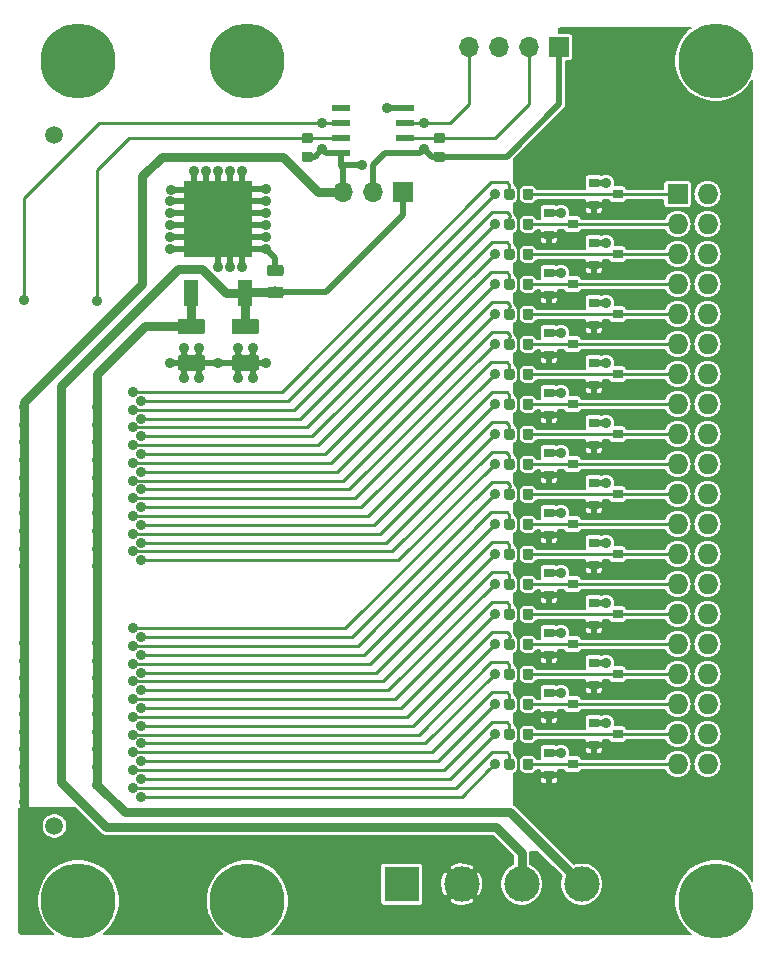
<source format=gbr>
G04 #@! TF.GenerationSoftware,KiCad,Pcbnew,5.0.0*
G04 #@! TF.CreationDate,2018-09-21T23:47:20-07:00*
G04 #@! TF.ProjectId,HSMC-GPIO-kicad,48534D432D4750494F2D6B696361642E,rev?*
G04 #@! TF.SameCoordinates,Original*
G04 #@! TF.FileFunction,Copper,L1,Top,Signal*
G04 #@! TF.FilePolarity,Positive*
%FSLAX46Y46*%
G04 Gerber Fmt 4.6, Leading zero omitted, Abs format (unit mm)*
G04 Created by KiCad (PCBNEW 5.0.0) date Fri Sep 21 23:47:20 2018*
%MOMM*%
%LPD*%
G01*
G04 APERTURE LIST*
G04 #@! TA.AperFunction,SMDPad,CuDef*
%ADD10R,0.900000X0.800000*%
G04 #@! TD*
G04 #@! TA.AperFunction,Conductor*
%ADD11C,0.100000*%
G04 #@! TD*
G04 #@! TA.AperFunction,SMDPad,CuDef*
%ADD12C,0.875000*%
G04 #@! TD*
G04 #@! TA.AperFunction,SMDPad,CuDef*
%ADD13R,1.550000X0.600000*%
G04 #@! TD*
G04 #@! TA.AperFunction,SMDPad,CuDef*
%ADD14C,1.325000*%
G04 #@! TD*
G04 #@! TA.AperFunction,WasherPad*
%ADD15C,6.350000*%
G04 #@! TD*
G04 #@! TA.AperFunction,WasherPad*
%ADD16C,1.501140*%
G04 #@! TD*
G04 #@! TA.AperFunction,ComponentPad*
%ADD17C,3.000000*%
G04 #@! TD*
G04 #@! TA.AperFunction,ComponentPad*
%ADD18R,3.000000X3.000000*%
G04 #@! TD*
G04 #@! TA.AperFunction,SMDPad,CuDef*
%ADD19R,1.200000X2.200000*%
G04 #@! TD*
G04 #@! TA.AperFunction,SMDPad,CuDef*
%ADD20R,5.800000X6.400000*%
G04 #@! TD*
G04 #@! TA.AperFunction,ComponentPad*
%ADD21R,1.700000X1.700000*%
G04 #@! TD*
G04 #@! TA.AperFunction,ComponentPad*
%ADD22O,1.700000X1.700000*%
G04 #@! TD*
G04 #@! TA.AperFunction,SMDPad,CuDef*
%ADD23C,0.975000*%
G04 #@! TD*
G04 #@! TA.AperFunction,ComponentPad*
%ADD24O,1.727200X1.727200*%
G04 #@! TD*
G04 #@! TA.AperFunction,ComponentPad*
%ADD25R,1.727200X1.727200*%
G04 #@! TD*
G04 #@! TA.AperFunction,ViaPad*
%ADD26C,0.889000*%
G04 #@! TD*
G04 #@! TA.AperFunction,ViaPad*
%ADD27C,1.016000*%
G04 #@! TD*
G04 #@! TA.AperFunction,Conductor*
%ADD28C,0.793750*%
G04 #@! TD*
G04 #@! TA.AperFunction,Conductor*
%ADD29C,0.508000*%
G04 #@! TD*
G04 #@! TA.AperFunction,Conductor*
%ADD30C,0.254000*%
G04 #@! TD*
G04 #@! TA.AperFunction,Conductor*
%ADD31C,0.152400*%
G04 #@! TD*
G04 APERTURE END LIST*
D10*
G04 #@! TO.P,D27,3*
G04 #@! TO.N,/GPIO/P27*
X72951710Y-73230200D03*
G04 #@! TO.P,D27,2*
G04 #@! TO.N,+3V3*
X70951710Y-74180200D03*
G04 #@! TO.P,D27,1*
G04 #@! TO.N,GND*
X70951710Y-72280200D03*
G04 #@! TD*
G04 #@! TO.P,D3,3*
G04 #@! TO.N,/GPIO/P3*
X72951710Y-42750200D03*
G04 #@! TO.P,D3,2*
G04 #@! TO.N,+3V3*
X70951710Y-43700200D03*
G04 #@! TO.P,D3,1*
G04 #@! TO.N,GND*
X70951710Y-41800200D03*
G04 #@! TD*
G04 #@! TO.P,D11,3*
G04 #@! TO.N,/GPIO/P11*
X72951710Y-52910200D03*
G04 #@! TO.P,D11,2*
G04 #@! TO.N,+3V3*
X70951710Y-53860200D03*
G04 #@! TO.P,D11,1*
G04 #@! TO.N,GND*
X70951710Y-51960200D03*
G04 #@! TD*
G04 #@! TO.P,D19,3*
G04 #@! TO.N,/GPIO/P19*
X72951710Y-63070200D03*
G04 #@! TO.P,D19,2*
G04 #@! TO.N,+3V3*
X70951710Y-64020200D03*
G04 #@! TO.P,D19,1*
G04 #@! TO.N,GND*
X70951710Y-62120200D03*
G04 #@! TD*
G04 #@! TO.P,D15,3*
G04 #@! TO.N,/GPIO/P15*
X72951710Y-57990200D03*
G04 #@! TO.P,D15,2*
G04 #@! TO.N,+3V3*
X70951710Y-58940200D03*
G04 #@! TO.P,D15,1*
G04 #@! TO.N,GND*
X70951710Y-57040200D03*
G04 #@! TD*
G04 #@! TO.P,D31,3*
G04 #@! TO.N,/GPIO/P31*
X72951710Y-78310200D03*
G04 #@! TO.P,D31,2*
G04 #@! TO.N,+3V3*
X70951710Y-79260200D03*
G04 #@! TO.P,D31,1*
G04 #@! TO.N,GND*
X70951710Y-77360200D03*
G04 #@! TD*
G04 #@! TO.P,D35,3*
G04 #@! TO.N,/GPIO/P35*
X72951710Y-83390200D03*
G04 #@! TO.P,D35,2*
G04 #@! TO.N,+3V3*
X70951710Y-84340200D03*
G04 #@! TO.P,D35,1*
G04 #@! TO.N,GND*
X70951710Y-82440200D03*
G04 #@! TD*
G04 #@! TO.P,D23,3*
G04 #@! TO.N,/GPIO/P23*
X72951710Y-68150200D03*
G04 #@! TO.P,D23,2*
G04 #@! TO.N,+3V3*
X70951710Y-69100200D03*
G04 #@! TO.P,D23,1*
G04 #@! TO.N,GND*
X70951710Y-67200200D03*
G04 #@! TD*
G04 #@! TO.P,D7,3*
G04 #@! TO.N,/GPIO/P7*
X72951710Y-47830200D03*
G04 #@! TO.P,D7,2*
G04 #@! TO.N,+3V3*
X70951710Y-48780200D03*
G04 #@! TO.P,D7,1*
G04 #@! TO.N,GND*
X70951710Y-46880200D03*
G04 #@! TD*
D11*
G04 #@! TO.N,+3V3*
G04 #@! TO.C,R41*
G36*
X50766401Y-36604223D02*
X50787636Y-36607373D01*
X50808460Y-36612589D01*
X50828672Y-36619821D01*
X50848078Y-36629000D01*
X50866491Y-36640036D01*
X50883734Y-36652824D01*
X50899640Y-36667240D01*
X50914056Y-36683146D01*
X50926844Y-36700389D01*
X50937880Y-36718802D01*
X50947059Y-36738208D01*
X50954291Y-36758420D01*
X50959507Y-36779244D01*
X50962657Y-36800479D01*
X50963710Y-36821920D01*
X50963710Y-37259420D01*
X50962657Y-37280861D01*
X50959507Y-37302096D01*
X50954291Y-37322920D01*
X50947059Y-37343132D01*
X50937880Y-37362538D01*
X50926844Y-37380951D01*
X50914056Y-37398194D01*
X50899640Y-37414100D01*
X50883734Y-37428516D01*
X50866491Y-37441304D01*
X50848078Y-37452340D01*
X50828672Y-37461519D01*
X50808460Y-37468751D01*
X50787636Y-37473967D01*
X50766401Y-37477117D01*
X50744960Y-37478170D01*
X50232460Y-37478170D01*
X50211019Y-37477117D01*
X50189784Y-37473967D01*
X50168960Y-37468751D01*
X50148748Y-37461519D01*
X50129342Y-37452340D01*
X50110929Y-37441304D01*
X50093686Y-37428516D01*
X50077780Y-37414100D01*
X50063364Y-37398194D01*
X50050576Y-37380951D01*
X50039540Y-37362538D01*
X50030361Y-37343132D01*
X50023129Y-37322920D01*
X50017913Y-37302096D01*
X50014763Y-37280861D01*
X50013710Y-37259420D01*
X50013710Y-36821920D01*
X50014763Y-36800479D01*
X50017913Y-36779244D01*
X50023129Y-36758420D01*
X50030361Y-36738208D01*
X50039540Y-36718802D01*
X50050576Y-36700389D01*
X50063364Y-36683146D01*
X50077780Y-36667240D01*
X50093686Y-36652824D01*
X50110929Y-36640036D01*
X50129342Y-36629000D01*
X50148748Y-36619821D01*
X50168960Y-36612589D01*
X50189784Y-36607373D01*
X50211019Y-36604223D01*
X50232460Y-36603170D01*
X50744960Y-36603170D01*
X50766401Y-36604223D01*
X50766401Y-36604223D01*
G37*
D12*
G04 #@! TD*
G04 #@! TO.P,R41,1*
G04 #@! TO.N,+3V3*
X50488710Y-37040670D03*
D11*
G04 #@! TO.N,/SCL*
G04 #@! TO.C,R41*
G36*
X50766401Y-35029223D02*
X50787636Y-35032373D01*
X50808460Y-35037589D01*
X50828672Y-35044821D01*
X50848078Y-35054000D01*
X50866491Y-35065036D01*
X50883734Y-35077824D01*
X50899640Y-35092240D01*
X50914056Y-35108146D01*
X50926844Y-35125389D01*
X50937880Y-35143802D01*
X50947059Y-35163208D01*
X50954291Y-35183420D01*
X50959507Y-35204244D01*
X50962657Y-35225479D01*
X50963710Y-35246920D01*
X50963710Y-35684420D01*
X50962657Y-35705861D01*
X50959507Y-35727096D01*
X50954291Y-35747920D01*
X50947059Y-35768132D01*
X50937880Y-35787538D01*
X50926844Y-35805951D01*
X50914056Y-35823194D01*
X50899640Y-35839100D01*
X50883734Y-35853516D01*
X50866491Y-35866304D01*
X50848078Y-35877340D01*
X50828672Y-35886519D01*
X50808460Y-35893751D01*
X50787636Y-35898967D01*
X50766401Y-35902117D01*
X50744960Y-35903170D01*
X50232460Y-35903170D01*
X50211019Y-35902117D01*
X50189784Y-35898967D01*
X50168960Y-35893751D01*
X50148748Y-35886519D01*
X50129342Y-35877340D01*
X50110929Y-35866304D01*
X50093686Y-35853516D01*
X50077780Y-35839100D01*
X50063364Y-35823194D01*
X50050576Y-35805951D01*
X50039540Y-35787538D01*
X50030361Y-35768132D01*
X50023129Y-35747920D01*
X50017913Y-35727096D01*
X50014763Y-35705861D01*
X50013710Y-35684420D01*
X50013710Y-35246920D01*
X50014763Y-35225479D01*
X50017913Y-35204244D01*
X50023129Y-35183420D01*
X50030361Y-35163208D01*
X50039540Y-35143802D01*
X50050576Y-35125389D01*
X50063364Y-35108146D01*
X50077780Y-35092240D01*
X50093686Y-35077824D01*
X50110929Y-35065036D01*
X50129342Y-35054000D01*
X50148748Y-35044821D01*
X50168960Y-35037589D01*
X50189784Y-35032373D01*
X50211019Y-35029223D01*
X50232460Y-35028170D01*
X50744960Y-35028170D01*
X50766401Y-35029223D01*
X50766401Y-35029223D01*
G37*
D12*
G04 #@! TD*
G04 #@! TO.P,R41,2*
G04 #@! TO.N,/SCL*
X50488710Y-35465670D03*
D11*
G04 #@! TO.N,VBUS*
G04 #@! TO.C,R44*
G36*
X61942401Y-36604223D02*
X61963636Y-36607373D01*
X61984460Y-36612589D01*
X62004672Y-36619821D01*
X62024078Y-36629000D01*
X62042491Y-36640036D01*
X62059734Y-36652824D01*
X62075640Y-36667240D01*
X62090056Y-36683146D01*
X62102844Y-36700389D01*
X62113880Y-36718802D01*
X62123059Y-36738208D01*
X62130291Y-36758420D01*
X62135507Y-36779244D01*
X62138657Y-36800479D01*
X62139710Y-36821920D01*
X62139710Y-37259420D01*
X62138657Y-37280861D01*
X62135507Y-37302096D01*
X62130291Y-37322920D01*
X62123059Y-37343132D01*
X62113880Y-37362538D01*
X62102844Y-37380951D01*
X62090056Y-37398194D01*
X62075640Y-37414100D01*
X62059734Y-37428516D01*
X62042491Y-37441304D01*
X62024078Y-37452340D01*
X62004672Y-37461519D01*
X61984460Y-37468751D01*
X61963636Y-37473967D01*
X61942401Y-37477117D01*
X61920960Y-37478170D01*
X61408460Y-37478170D01*
X61387019Y-37477117D01*
X61365784Y-37473967D01*
X61344960Y-37468751D01*
X61324748Y-37461519D01*
X61305342Y-37452340D01*
X61286929Y-37441304D01*
X61269686Y-37428516D01*
X61253780Y-37414100D01*
X61239364Y-37398194D01*
X61226576Y-37380951D01*
X61215540Y-37362538D01*
X61206361Y-37343132D01*
X61199129Y-37322920D01*
X61193913Y-37302096D01*
X61190763Y-37280861D01*
X61189710Y-37259420D01*
X61189710Y-36821920D01*
X61190763Y-36800479D01*
X61193913Y-36779244D01*
X61199129Y-36758420D01*
X61206361Y-36738208D01*
X61215540Y-36718802D01*
X61226576Y-36700389D01*
X61239364Y-36683146D01*
X61253780Y-36667240D01*
X61269686Y-36652824D01*
X61286929Y-36640036D01*
X61305342Y-36629000D01*
X61324748Y-36619821D01*
X61344960Y-36612589D01*
X61365784Y-36607373D01*
X61387019Y-36604223D01*
X61408460Y-36603170D01*
X61920960Y-36603170D01*
X61942401Y-36604223D01*
X61942401Y-36604223D01*
G37*
D12*
G04 #@! TD*
G04 #@! TO.P,R44,1*
G04 #@! TO.N,VBUS*
X61664710Y-37040670D03*
D11*
G04 #@! TO.N,Net-(J3-Pad2)*
G04 #@! TO.C,R44*
G36*
X61942401Y-35029223D02*
X61963636Y-35032373D01*
X61984460Y-35037589D01*
X62004672Y-35044821D01*
X62024078Y-35054000D01*
X62042491Y-35065036D01*
X62059734Y-35077824D01*
X62075640Y-35092240D01*
X62090056Y-35108146D01*
X62102844Y-35125389D01*
X62113880Y-35143802D01*
X62123059Y-35163208D01*
X62130291Y-35183420D01*
X62135507Y-35204244D01*
X62138657Y-35225479D01*
X62139710Y-35246920D01*
X62139710Y-35684420D01*
X62138657Y-35705861D01*
X62135507Y-35727096D01*
X62130291Y-35747920D01*
X62123059Y-35768132D01*
X62113880Y-35787538D01*
X62102844Y-35805951D01*
X62090056Y-35823194D01*
X62075640Y-35839100D01*
X62059734Y-35853516D01*
X62042491Y-35866304D01*
X62024078Y-35877340D01*
X62004672Y-35886519D01*
X61984460Y-35893751D01*
X61963636Y-35898967D01*
X61942401Y-35902117D01*
X61920960Y-35903170D01*
X61408460Y-35903170D01*
X61387019Y-35902117D01*
X61365784Y-35898967D01*
X61344960Y-35893751D01*
X61324748Y-35886519D01*
X61305342Y-35877340D01*
X61286929Y-35866304D01*
X61269686Y-35853516D01*
X61253780Y-35839100D01*
X61239364Y-35823194D01*
X61226576Y-35805951D01*
X61215540Y-35787538D01*
X61206361Y-35768132D01*
X61199129Y-35747920D01*
X61193913Y-35727096D01*
X61190763Y-35705861D01*
X61189710Y-35684420D01*
X61189710Y-35246920D01*
X61190763Y-35225479D01*
X61193913Y-35204244D01*
X61199129Y-35183420D01*
X61206361Y-35163208D01*
X61215540Y-35143802D01*
X61226576Y-35125389D01*
X61239364Y-35108146D01*
X61253780Y-35092240D01*
X61269686Y-35077824D01*
X61286929Y-35065036D01*
X61305342Y-35054000D01*
X61324748Y-35044821D01*
X61344960Y-35037589D01*
X61365784Y-35032373D01*
X61387019Y-35029223D01*
X61408460Y-35028170D01*
X61920960Y-35028170D01*
X61942401Y-35029223D01*
X61942401Y-35029223D01*
G37*
D12*
G04 #@! TD*
G04 #@! TO.P,R44,2*
G04 #@! TO.N,Net-(J3-Pad2)*
X61664710Y-35465670D03*
D13*
G04 #@! TO.P,U2,1*
G04 #@! TO.N,VBUS*
X58776710Y-36735670D03*
G04 #@! TO.P,U2,2*
G04 #@! TO.N,Net-(J3-Pad2)*
X58776710Y-35465670D03*
G04 #@! TO.P,U2,3*
G04 #@! TO.N,Net-(J3-Pad4)*
X58776710Y-34195670D03*
G04 #@! TO.P,U2,4*
G04 #@! TO.N,GND*
X58776710Y-32925670D03*
G04 #@! TO.P,U2,5*
G04 #@! TO.N,Net-(U2-Pad5)*
X53376710Y-32925670D03*
G04 #@! TO.P,U2,6*
G04 #@! TO.N,/SDA*
X53376710Y-34195670D03*
G04 #@! TO.P,U2,7*
G04 #@! TO.N,/SCL*
X53376710Y-35465670D03*
G04 #@! TO.P,U2,8*
G04 #@! TO.N,+3V3*
X53376710Y-36735670D03*
G04 #@! TD*
D11*
G04 #@! TO.N,GND*
G04 #@! TO.C,C3*
G36*
X46205015Y-53821614D02*
X46229283Y-53825214D01*
X46253082Y-53831175D01*
X46276181Y-53839440D01*
X46298360Y-53849930D01*
X46319403Y-53862542D01*
X46339109Y-53877157D01*
X46357287Y-53893633D01*
X46373763Y-53911811D01*
X46388378Y-53931517D01*
X46400990Y-53952560D01*
X46411480Y-53974739D01*
X46419745Y-53997838D01*
X46425706Y-54021637D01*
X46429306Y-54045905D01*
X46430510Y-54070409D01*
X46430510Y-54895411D01*
X46429306Y-54919915D01*
X46425706Y-54944183D01*
X46419745Y-54967982D01*
X46411480Y-54991081D01*
X46400990Y-55013260D01*
X46388378Y-55034303D01*
X46373763Y-55054009D01*
X46357287Y-55072187D01*
X46339109Y-55088663D01*
X46319403Y-55103278D01*
X46298360Y-55115890D01*
X46276181Y-55126380D01*
X46253082Y-55134645D01*
X46229283Y-55140606D01*
X46205015Y-55144206D01*
X46180511Y-55145410D01*
X44330509Y-55145410D01*
X44306005Y-55144206D01*
X44281737Y-55140606D01*
X44257938Y-55134645D01*
X44234839Y-55126380D01*
X44212660Y-55115890D01*
X44191617Y-55103278D01*
X44171911Y-55088663D01*
X44153733Y-55072187D01*
X44137257Y-55054009D01*
X44122642Y-55034303D01*
X44110030Y-55013260D01*
X44099540Y-54991081D01*
X44091275Y-54967982D01*
X44085314Y-54944183D01*
X44081714Y-54919915D01*
X44080510Y-54895411D01*
X44080510Y-54070409D01*
X44081714Y-54045905D01*
X44085314Y-54021637D01*
X44091275Y-53997838D01*
X44099540Y-53974739D01*
X44110030Y-53952560D01*
X44122642Y-53931517D01*
X44137257Y-53911811D01*
X44153733Y-53893633D01*
X44171911Y-53877157D01*
X44191617Y-53862542D01*
X44212660Y-53849930D01*
X44234839Y-53839440D01*
X44257938Y-53831175D01*
X44281737Y-53825214D01*
X44306005Y-53821614D01*
X44330509Y-53820410D01*
X46180511Y-53820410D01*
X46205015Y-53821614D01*
X46205015Y-53821614D01*
G37*
D14*
G04 #@! TD*
G04 #@! TO.P,C3,2*
G04 #@! TO.N,GND*
X45255510Y-54482910D03*
D11*
G04 #@! TO.N,+5V*
G04 #@! TO.C,C3*
G36*
X46205015Y-50746614D02*
X46229283Y-50750214D01*
X46253082Y-50756175D01*
X46276181Y-50764440D01*
X46298360Y-50774930D01*
X46319403Y-50787542D01*
X46339109Y-50802157D01*
X46357287Y-50818633D01*
X46373763Y-50836811D01*
X46388378Y-50856517D01*
X46400990Y-50877560D01*
X46411480Y-50899739D01*
X46419745Y-50922838D01*
X46425706Y-50946637D01*
X46429306Y-50970905D01*
X46430510Y-50995409D01*
X46430510Y-51820411D01*
X46429306Y-51844915D01*
X46425706Y-51869183D01*
X46419745Y-51892982D01*
X46411480Y-51916081D01*
X46400990Y-51938260D01*
X46388378Y-51959303D01*
X46373763Y-51979009D01*
X46357287Y-51997187D01*
X46339109Y-52013663D01*
X46319403Y-52028278D01*
X46298360Y-52040890D01*
X46276181Y-52051380D01*
X46253082Y-52059645D01*
X46229283Y-52065606D01*
X46205015Y-52069206D01*
X46180511Y-52070410D01*
X44330509Y-52070410D01*
X44306005Y-52069206D01*
X44281737Y-52065606D01*
X44257938Y-52059645D01*
X44234839Y-52051380D01*
X44212660Y-52040890D01*
X44191617Y-52028278D01*
X44171911Y-52013663D01*
X44153733Y-51997187D01*
X44137257Y-51979009D01*
X44122642Y-51959303D01*
X44110030Y-51938260D01*
X44099540Y-51916081D01*
X44091275Y-51892982D01*
X44085314Y-51869183D01*
X44081714Y-51844915D01*
X44080510Y-51820411D01*
X44080510Y-50995409D01*
X44081714Y-50970905D01*
X44085314Y-50946637D01*
X44091275Y-50922838D01*
X44099540Y-50899739D01*
X44110030Y-50877560D01*
X44122642Y-50856517D01*
X44137257Y-50836811D01*
X44153733Y-50818633D01*
X44171911Y-50802157D01*
X44191617Y-50787542D01*
X44212660Y-50774930D01*
X44234839Y-50764440D01*
X44257938Y-50756175D01*
X44281737Y-50750214D01*
X44306005Y-50746614D01*
X44330509Y-50745410D01*
X46180511Y-50745410D01*
X46205015Y-50746614D01*
X46205015Y-50746614D01*
G37*
D14*
G04 #@! TD*
G04 #@! TO.P,C3,1*
G04 #@! TO.N,+5V*
X45255510Y-51407910D03*
D11*
G04 #@! TO.N,GND*
G04 #@! TO.C,C2*
G36*
X41633015Y-53821614D02*
X41657283Y-53825214D01*
X41681082Y-53831175D01*
X41704181Y-53839440D01*
X41726360Y-53849930D01*
X41747403Y-53862542D01*
X41767109Y-53877157D01*
X41785287Y-53893633D01*
X41801763Y-53911811D01*
X41816378Y-53931517D01*
X41828990Y-53952560D01*
X41839480Y-53974739D01*
X41847745Y-53997838D01*
X41853706Y-54021637D01*
X41857306Y-54045905D01*
X41858510Y-54070409D01*
X41858510Y-54895411D01*
X41857306Y-54919915D01*
X41853706Y-54944183D01*
X41847745Y-54967982D01*
X41839480Y-54991081D01*
X41828990Y-55013260D01*
X41816378Y-55034303D01*
X41801763Y-55054009D01*
X41785287Y-55072187D01*
X41767109Y-55088663D01*
X41747403Y-55103278D01*
X41726360Y-55115890D01*
X41704181Y-55126380D01*
X41681082Y-55134645D01*
X41657283Y-55140606D01*
X41633015Y-55144206D01*
X41608511Y-55145410D01*
X39758509Y-55145410D01*
X39734005Y-55144206D01*
X39709737Y-55140606D01*
X39685938Y-55134645D01*
X39662839Y-55126380D01*
X39640660Y-55115890D01*
X39619617Y-55103278D01*
X39599911Y-55088663D01*
X39581733Y-55072187D01*
X39565257Y-55054009D01*
X39550642Y-55034303D01*
X39538030Y-55013260D01*
X39527540Y-54991081D01*
X39519275Y-54967982D01*
X39513314Y-54944183D01*
X39509714Y-54919915D01*
X39508510Y-54895411D01*
X39508510Y-54070409D01*
X39509714Y-54045905D01*
X39513314Y-54021637D01*
X39519275Y-53997838D01*
X39527540Y-53974739D01*
X39538030Y-53952560D01*
X39550642Y-53931517D01*
X39565257Y-53911811D01*
X39581733Y-53893633D01*
X39599911Y-53877157D01*
X39619617Y-53862542D01*
X39640660Y-53849930D01*
X39662839Y-53839440D01*
X39685938Y-53831175D01*
X39709737Y-53825214D01*
X39734005Y-53821614D01*
X39758509Y-53820410D01*
X41608511Y-53820410D01*
X41633015Y-53821614D01*
X41633015Y-53821614D01*
G37*
D14*
G04 #@! TD*
G04 #@! TO.P,C2,2*
G04 #@! TO.N,GND*
X40683510Y-54482910D03*
D11*
G04 #@! TO.N,+12V*
G04 #@! TO.C,C2*
G36*
X41633015Y-50746614D02*
X41657283Y-50750214D01*
X41681082Y-50756175D01*
X41704181Y-50764440D01*
X41726360Y-50774930D01*
X41747403Y-50787542D01*
X41767109Y-50802157D01*
X41785287Y-50818633D01*
X41801763Y-50836811D01*
X41816378Y-50856517D01*
X41828990Y-50877560D01*
X41839480Y-50899739D01*
X41847745Y-50922838D01*
X41853706Y-50946637D01*
X41857306Y-50970905D01*
X41858510Y-50995409D01*
X41858510Y-51820411D01*
X41857306Y-51844915D01*
X41853706Y-51869183D01*
X41847745Y-51892982D01*
X41839480Y-51916081D01*
X41828990Y-51938260D01*
X41816378Y-51959303D01*
X41801763Y-51979009D01*
X41785287Y-51997187D01*
X41767109Y-52013663D01*
X41747403Y-52028278D01*
X41726360Y-52040890D01*
X41704181Y-52051380D01*
X41681082Y-52059645D01*
X41657283Y-52065606D01*
X41633015Y-52069206D01*
X41608511Y-52070410D01*
X39758509Y-52070410D01*
X39734005Y-52069206D01*
X39709737Y-52065606D01*
X39685938Y-52059645D01*
X39662839Y-52051380D01*
X39640660Y-52040890D01*
X39619617Y-52028278D01*
X39599911Y-52013663D01*
X39581733Y-51997187D01*
X39565257Y-51979009D01*
X39550642Y-51959303D01*
X39538030Y-51938260D01*
X39527540Y-51916081D01*
X39519275Y-51892982D01*
X39513314Y-51869183D01*
X39509714Y-51844915D01*
X39508510Y-51820411D01*
X39508510Y-50995409D01*
X39509714Y-50970905D01*
X39513314Y-50946637D01*
X39519275Y-50922838D01*
X39527540Y-50899739D01*
X39538030Y-50877560D01*
X39550642Y-50856517D01*
X39565257Y-50836811D01*
X39581733Y-50818633D01*
X39599911Y-50802157D01*
X39619617Y-50787542D01*
X39640660Y-50774930D01*
X39662839Y-50764440D01*
X39685938Y-50756175D01*
X39709737Y-50750214D01*
X39734005Y-50746614D01*
X39758509Y-50745410D01*
X41608511Y-50745410D01*
X41633015Y-50746614D01*
X41633015Y-50746614D01*
G37*
D14*
G04 #@! TD*
G04 #@! TO.P,C2,1*
G04 #@! TO.N,+12V*
X40683510Y-51407910D03*
D10*
G04 #@! TO.P,D37,3*
G04 #@! TO.N,/GPIO/P37*
X76761710Y-85930200D03*
G04 #@! TO.P,D37,2*
G04 #@! TO.N,+3V3*
X74761710Y-86880200D03*
G04 #@! TO.P,D37,1*
G04 #@! TO.N,GND*
X74761710Y-84980200D03*
G04 #@! TD*
G04 #@! TO.P,D1,3*
G04 #@! TO.N,/GPIO/P1*
X76761710Y-40210200D03*
G04 #@! TO.P,D1,2*
G04 #@! TO.N,+3V3*
X74761710Y-41160200D03*
G04 #@! TO.P,D1,1*
G04 #@! TO.N,GND*
X74761710Y-39260200D03*
G04 #@! TD*
G04 #@! TO.P,D33,3*
G04 #@! TO.N,/GPIO/P33*
X76761710Y-80850200D03*
G04 #@! TO.P,D33,2*
G04 #@! TO.N,+3V3*
X74761710Y-81800200D03*
G04 #@! TO.P,D33,1*
G04 #@! TO.N,GND*
X74761710Y-79900200D03*
G04 #@! TD*
G04 #@! TO.P,D9,3*
G04 #@! TO.N,/GPIO/P9*
X76761710Y-50370200D03*
G04 #@! TO.P,D9,2*
G04 #@! TO.N,+3V3*
X74761710Y-51320200D03*
G04 #@! TO.P,D9,1*
G04 #@! TO.N,GND*
X74761710Y-49420200D03*
G04 #@! TD*
G04 #@! TO.P,D5,3*
G04 #@! TO.N,/GPIO/P5*
X76761710Y-45290200D03*
G04 #@! TO.P,D5,2*
G04 #@! TO.N,+3V3*
X74761710Y-46240200D03*
G04 #@! TO.P,D5,1*
G04 #@! TO.N,GND*
X74761710Y-44340200D03*
G04 #@! TD*
G04 #@! TO.P,D17,3*
G04 #@! TO.N,/GPIO/P17*
X76761710Y-60530200D03*
G04 #@! TO.P,D17,2*
G04 #@! TO.N,+3V3*
X74761710Y-61480200D03*
G04 #@! TO.P,D17,1*
G04 #@! TO.N,GND*
X74761710Y-59580200D03*
G04 #@! TD*
G04 #@! TO.P,D13,3*
G04 #@! TO.N,/GPIO/P13*
X76761710Y-55450200D03*
G04 #@! TO.P,D13,2*
G04 #@! TO.N,+3V3*
X74761710Y-56400200D03*
G04 #@! TO.P,D13,1*
G04 #@! TO.N,GND*
X74761710Y-54500200D03*
G04 #@! TD*
G04 #@! TO.P,D21,3*
G04 #@! TO.N,/GPIO/P21*
X76761710Y-65610200D03*
G04 #@! TO.P,D21,2*
G04 #@! TO.N,+3V3*
X74761710Y-66560200D03*
G04 #@! TO.P,D21,1*
G04 #@! TO.N,GND*
X74761710Y-64660200D03*
G04 #@! TD*
G04 #@! TO.P,D29,3*
G04 #@! TO.N,/GPIO/P29*
X76761710Y-75770200D03*
G04 #@! TO.P,D29,2*
G04 #@! TO.N,+3V3*
X74761710Y-76720200D03*
G04 #@! TO.P,D29,1*
G04 #@! TO.N,GND*
X74761710Y-74820200D03*
G04 #@! TD*
G04 #@! TO.P,D25,3*
G04 #@! TO.N,/GPIO/P25*
X76761710Y-70690200D03*
G04 #@! TO.P,D25,2*
G04 #@! TO.N,+3V3*
X74761710Y-71640200D03*
G04 #@! TO.P,D25,1*
G04 #@! TO.N,GND*
X74761710Y-69740200D03*
G04 #@! TD*
G04 #@! TO.P,D39,3*
G04 #@! TO.N,/GPIO/P39*
X72951710Y-88470200D03*
G04 #@! TO.P,D39,2*
G04 #@! TO.N,+3V3*
X70951710Y-89420200D03*
G04 #@! TO.P,D39,1*
G04 #@! TO.N,GND*
X70951710Y-87520200D03*
G04 #@! TD*
D15*
G04 #@! TO.P,J1,*
G04 #@! TO.N,*
X45415200Y-28905200D03*
X45415200Y-100025200D03*
X31115000Y-28905200D03*
X31115000Y-100025200D03*
D16*
X29083000Y-35227260D03*
X29083000Y-93703140D03*
G04 #@! TD*
D15*
G04 #@! TO.P,MH2,*
G04 #@! TO.N,*
X85090000Y-28905200D03*
G04 #@! TD*
G04 #@! TO.P,MH1,*
G04 #@! TO.N,*
X85090000Y-100025200D03*
G04 #@! TD*
D17*
G04 #@! TO.P,J4,4*
G04 #@! TO.N,+12V*
X73729710Y-98630200D03*
D18*
G04 #@! TO.P,J4,1*
G04 #@! TO.N,GND*
X58489710Y-98630200D03*
D17*
G04 #@! TO.P,J4,3*
G04 #@! TO.N,+5V*
X68649710Y-98630200D03*
G04 #@! TO.P,J4,2*
G04 #@! TO.N,+3V3*
X63569710Y-98630200D03*
G04 #@! TD*
D19*
G04 #@! TO.P,U1,1*
G04 #@! TO.N,+12V*
X40683510Y-48613910D03*
G04 #@! TO.P,U1,3*
G04 #@! TO.N,+5V*
X45243510Y-48613910D03*
D20*
G04 #@! TO.P,U1,2*
G04 #@! TO.N,GND*
X42963510Y-42313910D03*
G04 #@! TD*
D11*
G04 #@! TO.N,/GPIO34*
G04 #@! TO.C,R35*
G36*
X67848401Y-82916253D02*
X67869636Y-82919403D01*
X67890460Y-82924619D01*
X67910672Y-82931851D01*
X67930078Y-82941030D01*
X67948491Y-82952066D01*
X67965734Y-82964854D01*
X67981640Y-82979270D01*
X67996056Y-82995176D01*
X68008844Y-83012419D01*
X68019880Y-83030832D01*
X68029059Y-83050238D01*
X68036291Y-83070450D01*
X68041507Y-83091274D01*
X68044657Y-83112509D01*
X68045710Y-83133950D01*
X68045710Y-83646450D01*
X68044657Y-83667891D01*
X68041507Y-83689126D01*
X68036291Y-83709950D01*
X68029059Y-83730162D01*
X68019880Y-83749568D01*
X68008844Y-83767981D01*
X67996056Y-83785224D01*
X67981640Y-83801130D01*
X67965734Y-83815546D01*
X67948491Y-83828334D01*
X67930078Y-83839370D01*
X67910672Y-83848549D01*
X67890460Y-83855781D01*
X67869636Y-83860997D01*
X67848401Y-83864147D01*
X67826960Y-83865200D01*
X67389460Y-83865200D01*
X67368019Y-83864147D01*
X67346784Y-83860997D01*
X67325960Y-83855781D01*
X67305748Y-83848549D01*
X67286342Y-83839370D01*
X67267929Y-83828334D01*
X67250686Y-83815546D01*
X67234780Y-83801130D01*
X67220364Y-83785224D01*
X67207576Y-83767981D01*
X67196540Y-83749568D01*
X67187361Y-83730162D01*
X67180129Y-83709950D01*
X67174913Y-83689126D01*
X67171763Y-83667891D01*
X67170710Y-83646450D01*
X67170710Y-83133950D01*
X67171763Y-83112509D01*
X67174913Y-83091274D01*
X67180129Y-83070450D01*
X67187361Y-83050238D01*
X67196540Y-83030832D01*
X67207576Y-83012419D01*
X67220364Y-82995176D01*
X67234780Y-82979270D01*
X67250686Y-82964854D01*
X67267929Y-82952066D01*
X67286342Y-82941030D01*
X67305748Y-82931851D01*
X67325960Y-82924619D01*
X67346784Y-82919403D01*
X67368019Y-82916253D01*
X67389460Y-82915200D01*
X67826960Y-82915200D01*
X67848401Y-82916253D01*
X67848401Y-82916253D01*
G37*
D12*
G04 #@! TD*
G04 #@! TO.P,R35,2*
G04 #@! TO.N,/GPIO34*
X67608210Y-83390200D03*
D11*
G04 #@! TO.N,/GPIO/P35*
G04 #@! TO.C,R35*
G36*
X69423401Y-82916253D02*
X69444636Y-82919403D01*
X69465460Y-82924619D01*
X69485672Y-82931851D01*
X69505078Y-82941030D01*
X69523491Y-82952066D01*
X69540734Y-82964854D01*
X69556640Y-82979270D01*
X69571056Y-82995176D01*
X69583844Y-83012419D01*
X69594880Y-83030832D01*
X69604059Y-83050238D01*
X69611291Y-83070450D01*
X69616507Y-83091274D01*
X69619657Y-83112509D01*
X69620710Y-83133950D01*
X69620710Y-83646450D01*
X69619657Y-83667891D01*
X69616507Y-83689126D01*
X69611291Y-83709950D01*
X69604059Y-83730162D01*
X69594880Y-83749568D01*
X69583844Y-83767981D01*
X69571056Y-83785224D01*
X69556640Y-83801130D01*
X69540734Y-83815546D01*
X69523491Y-83828334D01*
X69505078Y-83839370D01*
X69485672Y-83848549D01*
X69465460Y-83855781D01*
X69444636Y-83860997D01*
X69423401Y-83864147D01*
X69401960Y-83865200D01*
X68964460Y-83865200D01*
X68943019Y-83864147D01*
X68921784Y-83860997D01*
X68900960Y-83855781D01*
X68880748Y-83848549D01*
X68861342Y-83839370D01*
X68842929Y-83828334D01*
X68825686Y-83815546D01*
X68809780Y-83801130D01*
X68795364Y-83785224D01*
X68782576Y-83767981D01*
X68771540Y-83749568D01*
X68762361Y-83730162D01*
X68755129Y-83709950D01*
X68749913Y-83689126D01*
X68746763Y-83667891D01*
X68745710Y-83646450D01*
X68745710Y-83133950D01*
X68746763Y-83112509D01*
X68749913Y-83091274D01*
X68755129Y-83070450D01*
X68762361Y-83050238D01*
X68771540Y-83030832D01*
X68782576Y-83012419D01*
X68795364Y-82995176D01*
X68809780Y-82979270D01*
X68825686Y-82964854D01*
X68842929Y-82952066D01*
X68861342Y-82941030D01*
X68880748Y-82931851D01*
X68900960Y-82924619D01*
X68921784Y-82919403D01*
X68943019Y-82916253D01*
X68964460Y-82915200D01*
X69401960Y-82915200D01*
X69423401Y-82916253D01*
X69423401Y-82916253D01*
G37*
D12*
G04 #@! TD*
G04 #@! TO.P,R35,1*
G04 #@! TO.N,/GPIO/P35*
X69183210Y-83390200D03*
D11*
G04 #@! TO.N,/GPIO10*
G04 #@! TO.C,R11*
G36*
X67848401Y-52436253D02*
X67869636Y-52439403D01*
X67890460Y-52444619D01*
X67910672Y-52451851D01*
X67930078Y-52461030D01*
X67948491Y-52472066D01*
X67965734Y-52484854D01*
X67981640Y-52499270D01*
X67996056Y-52515176D01*
X68008844Y-52532419D01*
X68019880Y-52550832D01*
X68029059Y-52570238D01*
X68036291Y-52590450D01*
X68041507Y-52611274D01*
X68044657Y-52632509D01*
X68045710Y-52653950D01*
X68045710Y-53166450D01*
X68044657Y-53187891D01*
X68041507Y-53209126D01*
X68036291Y-53229950D01*
X68029059Y-53250162D01*
X68019880Y-53269568D01*
X68008844Y-53287981D01*
X67996056Y-53305224D01*
X67981640Y-53321130D01*
X67965734Y-53335546D01*
X67948491Y-53348334D01*
X67930078Y-53359370D01*
X67910672Y-53368549D01*
X67890460Y-53375781D01*
X67869636Y-53380997D01*
X67848401Y-53384147D01*
X67826960Y-53385200D01*
X67389460Y-53385200D01*
X67368019Y-53384147D01*
X67346784Y-53380997D01*
X67325960Y-53375781D01*
X67305748Y-53368549D01*
X67286342Y-53359370D01*
X67267929Y-53348334D01*
X67250686Y-53335546D01*
X67234780Y-53321130D01*
X67220364Y-53305224D01*
X67207576Y-53287981D01*
X67196540Y-53269568D01*
X67187361Y-53250162D01*
X67180129Y-53229950D01*
X67174913Y-53209126D01*
X67171763Y-53187891D01*
X67170710Y-53166450D01*
X67170710Y-52653950D01*
X67171763Y-52632509D01*
X67174913Y-52611274D01*
X67180129Y-52590450D01*
X67187361Y-52570238D01*
X67196540Y-52550832D01*
X67207576Y-52532419D01*
X67220364Y-52515176D01*
X67234780Y-52499270D01*
X67250686Y-52484854D01*
X67267929Y-52472066D01*
X67286342Y-52461030D01*
X67305748Y-52451851D01*
X67325960Y-52444619D01*
X67346784Y-52439403D01*
X67368019Y-52436253D01*
X67389460Y-52435200D01*
X67826960Y-52435200D01*
X67848401Y-52436253D01*
X67848401Y-52436253D01*
G37*
D12*
G04 #@! TD*
G04 #@! TO.P,R11,2*
G04 #@! TO.N,/GPIO10*
X67608210Y-52910200D03*
D11*
G04 #@! TO.N,/GPIO/P11*
G04 #@! TO.C,R11*
G36*
X69423401Y-52436253D02*
X69444636Y-52439403D01*
X69465460Y-52444619D01*
X69485672Y-52451851D01*
X69505078Y-52461030D01*
X69523491Y-52472066D01*
X69540734Y-52484854D01*
X69556640Y-52499270D01*
X69571056Y-52515176D01*
X69583844Y-52532419D01*
X69594880Y-52550832D01*
X69604059Y-52570238D01*
X69611291Y-52590450D01*
X69616507Y-52611274D01*
X69619657Y-52632509D01*
X69620710Y-52653950D01*
X69620710Y-53166450D01*
X69619657Y-53187891D01*
X69616507Y-53209126D01*
X69611291Y-53229950D01*
X69604059Y-53250162D01*
X69594880Y-53269568D01*
X69583844Y-53287981D01*
X69571056Y-53305224D01*
X69556640Y-53321130D01*
X69540734Y-53335546D01*
X69523491Y-53348334D01*
X69505078Y-53359370D01*
X69485672Y-53368549D01*
X69465460Y-53375781D01*
X69444636Y-53380997D01*
X69423401Y-53384147D01*
X69401960Y-53385200D01*
X68964460Y-53385200D01*
X68943019Y-53384147D01*
X68921784Y-53380997D01*
X68900960Y-53375781D01*
X68880748Y-53368549D01*
X68861342Y-53359370D01*
X68842929Y-53348334D01*
X68825686Y-53335546D01*
X68809780Y-53321130D01*
X68795364Y-53305224D01*
X68782576Y-53287981D01*
X68771540Y-53269568D01*
X68762361Y-53250162D01*
X68755129Y-53229950D01*
X68749913Y-53209126D01*
X68746763Y-53187891D01*
X68745710Y-53166450D01*
X68745710Y-52653950D01*
X68746763Y-52632509D01*
X68749913Y-52611274D01*
X68755129Y-52590450D01*
X68762361Y-52570238D01*
X68771540Y-52550832D01*
X68782576Y-52532419D01*
X68795364Y-52515176D01*
X68809780Y-52499270D01*
X68825686Y-52484854D01*
X68842929Y-52472066D01*
X68861342Y-52461030D01*
X68880748Y-52451851D01*
X68900960Y-52444619D01*
X68921784Y-52439403D01*
X68943019Y-52436253D01*
X68964460Y-52435200D01*
X69401960Y-52435200D01*
X69423401Y-52436253D01*
X69423401Y-52436253D01*
G37*
D12*
G04 #@! TD*
G04 #@! TO.P,R11,1*
G04 #@! TO.N,/GPIO/P11*
X69183210Y-52910200D03*
D11*
G04 #@! TO.N,/GPIO28*
G04 #@! TO.C,R29*
G36*
X67848401Y-75296253D02*
X67869636Y-75299403D01*
X67890460Y-75304619D01*
X67910672Y-75311851D01*
X67930078Y-75321030D01*
X67948491Y-75332066D01*
X67965734Y-75344854D01*
X67981640Y-75359270D01*
X67996056Y-75375176D01*
X68008844Y-75392419D01*
X68019880Y-75410832D01*
X68029059Y-75430238D01*
X68036291Y-75450450D01*
X68041507Y-75471274D01*
X68044657Y-75492509D01*
X68045710Y-75513950D01*
X68045710Y-76026450D01*
X68044657Y-76047891D01*
X68041507Y-76069126D01*
X68036291Y-76089950D01*
X68029059Y-76110162D01*
X68019880Y-76129568D01*
X68008844Y-76147981D01*
X67996056Y-76165224D01*
X67981640Y-76181130D01*
X67965734Y-76195546D01*
X67948491Y-76208334D01*
X67930078Y-76219370D01*
X67910672Y-76228549D01*
X67890460Y-76235781D01*
X67869636Y-76240997D01*
X67848401Y-76244147D01*
X67826960Y-76245200D01*
X67389460Y-76245200D01*
X67368019Y-76244147D01*
X67346784Y-76240997D01*
X67325960Y-76235781D01*
X67305748Y-76228549D01*
X67286342Y-76219370D01*
X67267929Y-76208334D01*
X67250686Y-76195546D01*
X67234780Y-76181130D01*
X67220364Y-76165224D01*
X67207576Y-76147981D01*
X67196540Y-76129568D01*
X67187361Y-76110162D01*
X67180129Y-76089950D01*
X67174913Y-76069126D01*
X67171763Y-76047891D01*
X67170710Y-76026450D01*
X67170710Y-75513950D01*
X67171763Y-75492509D01*
X67174913Y-75471274D01*
X67180129Y-75450450D01*
X67187361Y-75430238D01*
X67196540Y-75410832D01*
X67207576Y-75392419D01*
X67220364Y-75375176D01*
X67234780Y-75359270D01*
X67250686Y-75344854D01*
X67267929Y-75332066D01*
X67286342Y-75321030D01*
X67305748Y-75311851D01*
X67325960Y-75304619D01*
X67346784Y-75299403D01*
X67368019Y-75296253D01*
X67389460Y-75295200D01*
X67826960Y-75295200D01*
X67848401Y-75296253D01*
X67848401Y-75296253D01*
G37*
D12*
G04 #@! TD*
G04 #@! TO.P,R29,2*
G04 #@! TO.N,/GPIO28*
X67608210Y-75770200D03*
D11*
G04 #@! TO.N,/GPIO/P29*
G04 #@! TO.C,R29*
G36*
X69423401Y-75296253D02*
X69444636Y-75299403D01*
X69465460Y-75304619D01*
X69485672Y-75311851D01*
X69505078Y-75321030D01*
X69523491Y-75332066D01*
X69540734Y-75344854D01*
X69556640Y-75359270D01*
X69571056Y-75375176D01*
X69583844Y-75392419D01*
X69594880Y-75410832D01*
X69604059Y-75430238D01*
X69611291Y-75450450D01*
X69616507Y-75471274D01*
X69619657Y-75492509D01*
X69620710Y-75513950D01*
X69620710Y-76026450D01*
X69619657Y-76047891D01*
X69616507Y-76069126D01*
X69611291Y-76089950D01*
X69604059Y-76110162D01*
X69594880Y-76129568D01*
X69583844Y-76147981D01*
X69571056Y-76165224D01*
X69556640Y-76181130D01*
X69540734Y-76195546D01*
X69523491Y-76208334D01*
X69505078Y-76219370D01*
X69485672Y-76228549D01*
X69465460Y-76235781D01*
X69444636Y-76240997D01*
X69423401Y-76244147D01*
X69401960Y-76245200D01*
X68964460Y-76245200D01*
X68943019Y-76244147D01*
X68921784Y-76240997D01*
X68900960Y-76235781D01*
X68880748Y-76228549D01*
X68861342Y-76219370D01*
X68842929Y-76208334D01*
X68825686Y-76195546D01*
X68809780Y-76181130D01*
X68795364Y-76165224D01*
X68782576Y-76147981D01*
X68771540Y-76129568D01*
X68762361Y-76110162D01*
X68755129Y-76089950D01*
X68749913Y-76069126D01*
X68746763Y-76047891D01*
X68745710Y-76026450D01*
X68745710Y-75513950D01*
X68746763Y-75492509D01*
X68749913Y-75471274D01*
X68755129Y-75450450D01*
X68762361Y-75430238D01*
X68771540Y-75410832D01*
X68782576Y-75392419D01*
X68795364Y-75375176D01*
X68809780Y-75359270D01*
X68825686Y-75344854D01*
X68842929Y-75332066D01*
X68861342Y-75321030D01*
X68880748Y-75311851D01*
X68900960Y-75304619D01*
X68921784Y-75299403D01*
X68943019Y-75296253D01*
X68964460Y-75295200D01*
X69401960Y-75295200D01*
X69423401Y-75296253D01*
X69423401Y-75296253D01*
G37*
D12*
G04 #@! TD*
G04 #@! TO.P,R29,1*
G04 #@! TO.N,/GPIO/P29*
X69183210Y-75770200D03*
D11*
G04 #@! TO.N,/GPIO32*
G04 #@! TO.C,R33*
G36*
X67848401Y-80376253D02*
X67869636Y-80379403D01*
X67890460Y-80384619D01*
X67910672Y-80391851D01*
X67930078Y-80401030D01*
X67948491Y-80412066D01*
X67965734Y-80424854D01*
X67981640Y-80439270D01*
X67996056Y-80455176D01*
X68008844Y-80472419D01*
X68019880Y-80490832D01*
X68029059Y-80510238D01*
X68036291Y-80530450D01*
X68041507Y-80551274D01*
X68044657Y-80572509D01*
X68045710Y-80593950D01*
X68045710Y-81106450D01*
X68044657Y-81127891D01*
X68041507Y-81149126D01*
X68036291Y-81169950D01*
X68029059Y-81190162D01*
X68019880Y-81209568D01*
X68008844Y-81227981D01*
X67996056Y-81245224D01*
X67981640Y-81261130D01*
X67965734Y-81275546D01*
X67948491Y-81288334D01*
X67930078Y-81299370D01*
X67910672Y-81308549D01*
X67890460Y-81315781D01*
X67869636Y-81320997D01*
X67848401Y-81324147D01*
X67826960Y-81325200D01*
X67389460Y-81325200D01*
X67368019Y-81324147D01*
X67346784Y-81320997D01*
X67325960Y-81315781D01*
X67305748Y-81308549D01*
X67286342Y-81299370D01*
X67267929Y-81288334D01*
X67250686Y-81275546D01*
X67234780Y-81261130D01*
X67220364Y-81245224D01*
X67207576Y-81227981D01*
X67196540Y-81209568D01*
X67187361Y-81190162D01*
X67180129Y-81169950D01*
X67174913Y-81149126D01*
X67171763Y-81127891D01*
X67170710Y-81106450D01*
X67170710Y-80593950D01*
X67171763Y-80572509D01*
X67174913Y-80551274D01*
X67180129Y-80530450D01*
X67187361Y-80510238D01*
X67196540Y-80490832D01*
X67207576Y-80472419D01*
X67220364Y-80455176D01*
X67234780Y-80439270D01*
X67250686Y-80424854D01*
X67267929Y-80412066D01*
X67286342Y-80401030D01*
X67305748Y-80391851D01*
X67325960Y-80384619D01*
X67346784Y-80379403D01*
X67368019Y-80376253D01*
X67389460Y-80375200D01*
X67826960Y-80375200D01*
X67848401Y-80376253D01*
X67848401Y-80376253D01*
G37*
D12*
G04 #@! TD*
G04 #@! TO.P,R33,2*
G04 #@! TO.N,/GPIO32*
X67608210Y-80850200D03*
D11*
G04 #@! TO.N,/GPIO/P33*
G04 #@! TO.C,R33*
G36*
X69423401Y-80376253D02*
X69444636Y-80379403D01*
X69465460Y-80384619D01*
X69485672Y-80391851D01*
X69505078Y-80401030D01*
X69523491Y-80412066D01*
X69540734Y-80424854D01*
X69556640Y-80439270D01*
X69571056Y-80455176D01*
X69583844Y-80472419D01*
X69594880Y-80490832D01*
X69604059Y-80510238D01*
X69611291Y-80530450D01*
X69616507Y-80551274D01*
X69619657Y-80572509D01*
X69620710Y-80593950D01*
X69620710Y-81106450D01*
X69619657Y-81127891D01*
X69616507Y-81149126D01*
X69611291Y-81169950D01*
X69604059Y-81190162D01*
X69594880Y-81209568D01*
X69583844Y-81227981D01*
X69571056Y-81245224D01*
X69556640Y-81261130D01*
X69540734Y-81275546D01*
X69523491Y-81288334D01*
X69505078Y-81299370D01*
X69485672Y-81308549D01*
X69465460Y-81315781D01*
X69444636Y-81320997D01*
X69423401Y-81324147D01*
X69401960Y-81325200D01*
X68964460Y-81325200D01*
X68943019Y-81324147D01*
X68921784Y-81320997D01*
X68900960Y-81315781D01*
X68880748Y-81308549D01*
X68861342Y-81299370D01*
X68842929Y-81288334D01*
X68825686Y-81275546D01*
X68809780Y-81261130D01*
X68795364Y-81245224D01*
X68782576Y-81227981D01*
X68771540Y-81209568D01*
X68762361Y-81190162D01*
X68755129Y-81169950D01*
X68749913Y-81149126D01*
X68746763Y-81127891D01*
X68745710Y-81106450D01*
X68745710Y-80593950D01*
X68746763Y-80572509D01*
X68749913Y-80551274D01*
X68755129Y-80530450D01*
X68762361Y-80510238D01*
X68771540Y-80490832D01*
X68782576Y-80472419D01*
X68795364Y-80455176D01*
X68809780Y-80439270D01*
X68825686Y-80424854D01*
X68842929Y-80412066D01*
X68861342Y-80401030D01*
X68880748Y-80391851D01*
X68900960Y-80384619D01*
X68921784Y-80379403D01*
X68943019Y-80376253D01*
X68964460Y-80375200D01*
X69401960Y-80375200D01*
X69423401Y-80376253D01*
X69423401Y-80376253D01*
G37*
D12*
G04 #@! TD*
G04 #@! TO.P,R33,1*
G04 #@! TO.N,/GPIO/P33*
X69183210Y-80850200D03*
D11*
G04 #@! TO.N,/GPIO4*
G04 #@! TO.C,R5*
G36*
X67848401Y-44816253D02*
X67869636Y-44819403D01*
X67890460Y-44824619D01*
X67910672Y-44831851D01*
X67930078Y-44841030D01*
X67948491Y-44852066D01*
X67965734Y-44864854D01*
X67981640Y-44879270D01*
X67996056Y-44895176D01*
X68008844Y-44912419D01*
X68019880Y-44930832D01*
X68029059Y-44950238D01*
X68036291Y-44970450D01*
X68041507Y-44991274D01*
X68044657Y-45012509D01*
X68045710Y-45033950D01*
X68045710Y-45546450D01*
X68044657Y-45567891D01*
X68041507Y-45589126D01*
X68036291Y-45609950D01*
X68029059Y-45630162D01*
X68019880Y-45649568D01*
X68008844Y-45667981D01*
X67996056Y-45685224D01*
X67981640Y-45701130D01*
X67965734Y-45715546D01*
X67948491Y-45728334D01*
X67930078Y-45739370D01*
X67910672Y-45748549D01*
X67890460Y-45755781D01*
X67869636Y-45760997D01*
X67848401Y-45764147D01*
X67826960Y-45765200D01*
X67389460Y-45765200D01*
X67368019Y-45764147D01*
X67346784Y-45760997D01*
X67325960Y-45755781D01*
X67305748Y-45748549D01*
X67286342Y-45739370D01*
X67267929Y-45728334D01*
X67250686Y-45715546D01*
X67234780Y-45701130D01*
X67220364Y-45685224D01*
X67207576Y-45667981D01*
X67196540Y-45649568D01*
X67187361Y-45630162D01*
X67180129Y-45609950D01*
X67174913Y-45589126D01*
X67171763Y-45567891D01*
X67170710Y-45546450D01*
X67170710Y-45033950D01*
X67171763Y-45012509D01*
X67174913Y-44991274D01*
X67180129Y-44970450D01*
X67187361Y-44950238D01*
X67196540Y-44930832D01*
X67207576Y-44912419D01*
X67220364Y-44895176D01*
X67234780Y-44879270D01*
X67250686Y-44864854D01*
X67267929Y-44852066D01*
X67286342Y-44841030D01*
X67305748Y-44831851D01*
X67325960Y-44824619D01*
X67346784Y-44819403D01*
X67368019Y-44816253D01*
X67389460Y-44815200D01*
X67826960Y-44815200D01*
X67848401Y-44816253D01*
X67848401Y-44816253D01*
G37*
D12*
G04 #@! TD*
G04 #@! TO.P,R5,2*
G04 #@! TO.N,/GPIO4*
X67608210Y-45290200D03*
D11*
G04 #@! TO.N,/GPIO/P5*
G04 #@! TO.C,R5*
G36*
X69423401Y-44816253D02*
X69444636Y-44819403D01*
X69465460Y-44824619D01*
X69485672Y-44831851D01*
X69505078Y-44841030D01*
X69523491Y-44852066D01*
X69540734Y-44864854D01*
X69556640Y-44879270D01*
X69571056Y-44895176D01*
X69583844Y-44912419D01*
X69594880Y-44930832D01*
X69604059Y-44950238D01*
X69611291Y-44970450D01*
X69616507Y-44991274D01*
X69619657Y-45012509D01*
X69620710Y-45033950D01*
X69620710Y-45546450D01*
X69619657Y-45567891D01*
X69616507Y-45589126D01*
X69611291Y-45609950D01*
X69604059Y-45630162D01*
X69594880Y-45649568D01*
X69583844Y-45667981D01*
X69571056Y-45685224D01*
X69556640Y-45701130D01*
X69540734Y-45715546D01*
X69523491Y-45728334D01*
X69505078Y-45739370D01*
X69485672Y-45748549D01*
X69465460Y-45755781D01*
X69444636Y-45760997D01*
X69423401Y-45764147D01*
X69401960Y-45765200D01*
X68964460Y-45765200D01*
X68943019Y-45764147D01*
X68921784Y-45760997D01*
X68900960Y-45755781D01*
X68880748Y-45748549D01*
X68861342Y-45739370D01*
X68842929Y-45728334D01*
X68825686Y-45715546D01*
X68809780Y-45701130D01*
X68795364Y-45685224D01*
X68782576Y-45667981D01*
X68771540Y-45649568D01*
X68762361Y-45630162D01*
X68755129Y-45609950D01*
X68749913Y-45589126D01*
X68746763Y-45567891D01*
X68745710Y-45546450D01*
X68745710Y-45033950D01*
X68746763Y-45012509D01*
X68749913Y-44991274D01*
X68755129Y-44970450D01*
X68762361Y-44950238D01*
X68771540Y-44930832D01*
X68782576Y-44912419D01*
X68795364Y-44895176D01*
X68809780Y-44879270D01*
X68825686Y-44864854D01*
X68842929Y-44852066D01*
X68861342Y-44841030D01*
X68880748Y-44831851D01*
X68900960Y-44824619D01*
X68921784Y-44819403D01*
X68943019Y-44816253D01*
X68964460Y-44815200D01*
X69401960Y-44815200D01*
X69423401Y-44816253D01*
X69423401Y-44816253D01*
G37*
D12*
G04 #@! TD*
G04 #@! TO.P,R5,1*
G04 #@! TO.N,/GPIO/P5*
X69183210Y-45290200D03*
D11*
G04 #@! TO.N,/GPIO6*
G04 #@! TO.C,R7*
G36*
X67848401Y-47356253D02*
X67869636Y-47359403D01*
X67890460Y-47364619D01*
X67910672Y-47371851D01*
X67930078Y-47381030D01*
X67948491Y-47392066D01*
X67965734Y-47404854D01*
X67981640Y-47419270D01*
X67996056Y-47435176D01*
X68008844Y-47452419D01*
X68019880Y-47470832D01*
X68029059Y-47490238D01*
X68036291Y-47510450D01*
X68041507Y-47531274D01*
X68044657Y-47552509D01*
X68045710Y-47573950D01*
X68045710Y-48086450D01*
X68044657Y-48107891D01*
X68041507Y-48129126D01*
X68036291Y-48149950D01*
X68029059Y-48170162D01*
X68019880Y-48189568D01*
X68008844Y-48207981D01*
X67996056Y-48225224D01*
X67981640Y-48241130D01*
X67965734Y-48255546D01*
X67948491Y-48268334D01*
X67930078Y-48279370D01*
X67910672Y-48288549D01*
X67890460Y-48295781D01*
X67869636Y-48300997D01*
X67848401Y-48304147D01*
X67826960Y-48305200D01*
X67389460Y-48305200D01*
X67368019Y-48304147D01*
X67346784Y-48300997D01*
X67325960Y-48295781D01*
X67305748Y-48288549D01*
X67286342Y-48279370D01*
X67267929Y-48268334D01*
X67250686Y-48255546D01*
X67234780Y-48241130D01*
X67220364Y-48225224D01*
X67207576Y-48207981D01*
X67196540Y-48189568D01*
X67187361Y-48170162D01*
X67180129Y-48149950D01*
X67174913Y-48129126D01*
X67171763Y-48107891D01*
X67170710Y-48086450D01*
X67170710Y-47573950D01*
X67171763Y-47552509D01*
X67174913Y-47531274D01*
X67180129Y-47510450D01*
X67187361Y-47490238D01*
X67196540Y-47470832D01*
X67207576Y-47452419D01*
X67220364Y-47435176D01*
X67234780Y-47419270D01*
X67250686Y-47404854D01*
X67267929Y-47392066D01*
X67286342Y-47381030D01*
X67305748Y-47371851D01*
X67325960Y-47364619D01*
X67346784Y-47359403D01*
X67368019Y-47356253D01*
X67389460Y-47355200D01*
X67826960Y-47355200D01*
X67848401Y-47356253D01*
X67848401Y-47356253D01*
G37*
D12*
G04 #@! TD*
G04 #@! TO.P,R7,2*
G04 #@! TO.N,/GPIO6*
X67608210Y-47830200D03*
D11*
G04 #@! TO.N,/GPIO/P7*
G04 #@! TO.C,R7*
G36*
X69423401Y-47356253D02*
X69444636Y-47359403D01*
X69465460Y-47364619D01*
X69485672Y-47371851D01*
X69505078Y-47381030D01*
X69523491Y-47392066D01*
X69540734Y-47404854D01*
X69556640Y-47419270D01*
X69571056Y-47435176D01*
X69583844Y-47452419D01*
X69594880Y-47470832D01*
X69604059Y-47490238D01*
X69611291Y-47510450D01*
X69616507Y-47531274D01*
X69619657Y-47552509D01*
X69620710Y-47573950D01*
X69620710Y-48086450D01*
X69619657Y-48107891D01*
X69616507Y-48129126D01*
X69611291Y-48149950D01*
X69604059Y-48170162D01*
X69594880Y-48189568D01*
X69583844Y-48207981D01*
X69571056Y-48225224D01*
X69556640Y-48241130D01*
X69540734Y-48255546D01*
X69523491Y-48268334D01*
X69505078Y-48279370D01*
X69485672Y-48288549D01*
X69465460Y-48295781D01*
X69444636Y-48300997D01*
X69423401Y-48304147D01*
X69401960Y-48305200D01*
X68964460Y-48305200D01*
X68943019Y-48304147D01*
X68921784Y-48300997D01*
X68900960Y-48295781D01*
X68880748Y-48288549D01*
X68861342Y-48279370D01*
X68842929Y-48268334D01*
X68825686Y-48255546D01*
X68809780Y-48241130D01*
X68795364Y-48225224D01*
X68782576Y-48207981D01*
X68771540Y-48189568D01*
X68762361Y-48170162D01*
X68755129Y-48149950D01*
X68749913Y-48129126D01*
X68746763Y-48107891D01*
X68745710Y-48086450D01*
X68745710Y-47573950D01*
X68746763Y-47552509D01*
X68749913Y-47531274D01*
X68755129Y-47510450D01*
X68762361Y-47490238D01*
X68771540Y-47470832D01*
X68782576Y-47452419D01*
X68795364Y-47435176D01*
X68809780Y-47419270D01*
X68825686Y-47404854D01*
X68842929Y-47392066D01*
X68861342Y-47381030D01*
X68880748Y-47371851D01*
X68900960Y-47364619D01*
X68921784Y-47359403D01*
X68943019Y-47356253D01*
X68964460Y-47355200D01*
X69401960Y-47355200D01*
X69423401Y-47356253D01*
X69423401Y-47356253D01*
G37*
D12*
G04 #@! TD*
G04 #@! TO.P,R7,1*
G04 #@! TO.N,/GPIO/P7*
X69183210Y-47830200D03*
D11*
G04 #@! TO.N,/GPIO8*
G04 #@! TO.C,R9*
G36*
X67848401Y-49896253D02*
X67869636Y-49899403D01*
X67890460Y-49904619D01*
X67910672Y-49911851D01*
X67930078Y-49921030D01*
X67948491Y-49932066D01*
X67965734Y-49944854D01*
X67981640Y-49959270D01*
X67996056Y-49975176D01*
X68008844Y-49992419D01*
X68019880Y-50010832D01*
X68029059Y-50030238D01*
X68036291Y-50050450D01*
X68041507Y-50071274D01*
X68044657Y-50092509D01*
X68045710Y-50113950D01*
X68045710Y-50626450D01*
X68044657Y-50647891D01*
X68041507Y-50669126D01*
X68036291Y-50689950D01*
X68029059Y-50710162D01*
X68019880Y-50729568D01*
X68008844Y-50747981D01*
X67996056Y-50765224D01*
X67981640Y-50781130D01*
X67965734Y-50795546D01*
X67948491Y-50808334D01*
X67930078Y-50819370D01*
X67910672Y-50828549D01*
X67890460Y-50835781D01*
X67869636Y-50840997D01*
X67848401Y-50844147D01*
X67826960Y-50845200D01*
X67389460Y-50845200D01*
X67368019Y-50844147D01*
X67346784Y-50840997D01*
X67325960Y-50835781D01*
X67305748Y-50828549D01*
X67286342Y-50819370D01*
X67267929Y-50808334D01*
X67250686Y-50795546D01*
X67234780Y-50781130D01*
X67220364Y-50765224D01*
X67207576Y-50747981D01*
X67196540Y-50729568D01*
X67187361Y-50710162D01*
X67180129Y-50689950D01*
X67174913Y-50669126D01*
X67171763Y-50647891D01*
X67170710Y-50626450D01*
X67170710Y-50113950D01*
X67171763Y-50092509D01*
X67174913Y-50071274D01*
X67180129Y-50050450D01*
X67187361Y-50030238D01*
X67196540Y-50010832D01*
X67207576Y-49992419D01*
X67220364Y-49975176D01*
X67234780Y-49959270D01*
X67250686Y-49944854D01*
X67267929Y-49932066D01*
X67286342Y-49921030D01*
X67305748Y-49911851D01*
X67325960Y-49904619D01*
X67346784Y-49899403D01*
X67368019Y-49896253D01*
X67389460Y-49895200D01*
X67826960Y-49895200D01*
X67848401Y-49896253D01*
X67848401Y-49896253D01*
G37*
D12*
G04 #@! TD*
G04 #@! TO.P,R9,2*
G04 #@! TO.N,/GPIO8*
X67608210Y-50370200D03*
D11*
G04 #@! TO.N,/GPIO/P9*
G04 #@! TO.C,R9*
G36*
X69423401Y-49896253D02*
X69444636Y-49899403D01*
X69465460Y-49904619D01*
X69485672Y-49911851D01*
X69505078Y-49921030D01*
X69523491Y-49932066D01*
X69540734Y-49944854D01*
X69556640Y-49959270D01*
X69571056Y-49975176D01*
X69583844Y-49992419D01*
X69594880Y-50010832D01*
X69604059Y-50030238D01*
X69611291Y-50050450D01*
X69616507Y-50071274D01*
X69619657Y-50092509D01*
X69620710Y-50113950D01*
X69620710Y-50626450D01*
X69619657Y-50647891D01*
X69616507Y-50669126D01*
X69611291Y-50689950D01*
X69604059Y-50710162D01*
X69594880Y-50729568D01*
X69583844Y-50747981D01*
X69571056Y-50765224D01*
X69556640Y-50781130D01*
X69540734Y-50795546D01*
X69523491Y-50808334D01*
X69505078Y-50819370D01*
X69485672Y-50828549D01*
X69465460Y-50835781D01*
X69444636Y-50840997D01*
X69423401Y-50844147D01*
X69401960Y-50845200D01*
X68964460Y-50845200D01*
X68943019Y-50844147D01*
X68921784Y-50840997D01*
X68900960Y-50835781D01*
X68880748Y-50828549D01*
X68861342Y-50819370D01*
X68842929Y-50808334D01*
X68825686Y-50795546D01*
X68809780Y-50781130D01*
X68795364Y-50765224D01*
X68782576Y-50747981D01*
X68771540Y-50729568D01*
X68762361Y-50710162D01*
X68755129Y-50689950D01*
X68749913Y-50669126D01*
X68746763Y-50647891D01*
X68745710Y-50626450D01*
X68745710Y-50113950D01*
X68746763Y-50092509D01*
X68749913Y-50071274D01*
X68755129Y-50050450D01*
X68762361Y-50030238D01*
X68771540Y-50010832D01*
X68782576Y-49992419D01*
X68795364Y-49975176D01*
X68809780Y-49959270D01*
X68825686Y-49944854D01*
X68842929Y-49932066D01*
X68861342Y-49921030D01*
X68880748Y-49911851D01*
X68900960Y-49904619D01*
X68921784Y-49899403D01*
X68943019Y-49896253D01*
X68964460Y-49895200D01*
X69401960Y-49895200D01*
X69423401Y-49896253D01*
X69423401Y-49896253D01*
G37*
D12*
G04 #@! TD*
G04 #@! TO.P,R9,1*
G04 #@! TO.N,/GPIO/P9*
X69183210Y-50370200D03*
D11*
G04 #@! TO.N,/GPIO12*
G04 #@! TO.C,R13*
G36*
X67848401Y-54976253D02*
X67869636Y-54979403D01*
X67890460Y-54984619D01*
X67910672Y-54991851D01*
X67930078Y-55001030D01*
X67948491Y-55012066D01*
X67965734Y-55024854D01*
X67981640Y-55039270D01*
X67996056Y-55055176D01*
X68008844Y-55072419D01*
X68019880Y-55090832D01*
X68029059Y-55110238D01*
X68036291Y-55130450D01*
X68041507Y-55151274D01*
X68044657Y-55172509D01*
X68045710Y-55193950D01*
X68045710Y-55706450D01*
X68044657Y-55727891D01*
X68041507Y-55749126D01*
X68036291Y-55769950D01*
X68029059Y-55790162D01*
X68019880Y-55809568D01*
X68008844Y-55827981D01*
X67996056Y-55845224D01*
X67981640Y-55861130D01*
X67965734Y-55875546D01*
X67948491Y-55888334D01*
X67930078Y-55899370D01*
X67910672Y-55908549D01*
X67890460Y-55915781D01*
X67869636Y-55920997D01*
X67848401Y-55924147D01*
X67826960Y-55925200D01*
X67389460Y-55925200D01*
X67368019Y-55924147D01*
X67346784Y-55920997D01*
X67325960Y-55915781D01*
X67305748Y-55908549D01*
X67286342Y-55899370D01*
X67267929Y-55888334D01*
X67250686Y-55875546D01*
X67234780Y-55861130D01*
X67220364Y-55845224D01*
X67207576Y-55827981D01*
X67196540Y-55809568D01*
X67187361Y-55790162D01*
X67180129Y-55769950D01*
X67174913Y-55749126D01*
X67171763Y-55727891D01*
X67170710Y-55706450D01*
X67170710Y-55193950D01*
X67171763Y-55172509D01*
X67174913Y-55151274D01*
X67180129Y-55130450D01*
X67187361Y-55110238D01*
X67196540Y-55090832D01*
X67207576Y-55072419D01*
X67220364Y-55055176D01*
X67234780Y-55039270D01*
X67250686Y-55024854D01*
X67267929Y-55012066D01*
X67286342Y-55001030D01*
X67305748Y-54991851D01*
X67325960Y-54984619D01*
X67346784Y-54979403D01*
X67368019Y-54976253D01*
X67389460Y-54975200D01*
X67826960Y-54975200D01*
X67848401Y-54976253D01*
X67848401Y-54976253D01*
G37*
D12*
G04 #@! TD*
G04 #@! TO.P,R13,2*
G04 #@! TO.N,/GPIO12*
X67608210Y-55450200D03*
D11*
G04 #@! TO.N,/GPIO/P13*
G04 #@! TO.C,R13*
G36*
X69423401Y-54976253D02*
X69444636Y-54979403D01*
X69465460Y-54984619D01*
X69485672Y-54991851D01*
X69505078Y-55001030D01*
X69523491Y-55012066D01*
X69540734Y-55024854D01*
X69556640Y-55039270D01*
X69571056Y-55055176D01*
X69583844Y-55072419D01*
X69594880Y-55090832D01*
X69604059Y-55110238D01*
X69611291Y-55130450D01*
X69616507Y-55151274D01*
X69619657Y-55172509D01*
X69620710Y-55193950D01*
X69620710Y-55706450D01*
X69619657Y-55727891D01*
X69616507Y-55749126D01*
X69611291Y-55769950D01*
X69604059Y-55790162D01*
X69594880Y-55809568D01*
X69583844Y-55827981D01*
X69571056Y-55845224D01*
X69556640Y-55861130D01*
X69540734Y-55875546D01*
X69523491Y-55888334D01*
X69505078Y-55899370D01*
X69485672Y-55908549D01*
X69465460Y-55915781D01*
X69444636Y-55920997D01*
X69423401Y-55924147D01*
X69401960Y-55925200D01*
X68964460Y-55925200D01*
X68943019Y-55924147D01*
X68921784Y-55920997D01*
X68900960Y-55915781D01*
X68880748Y-55908549D01*
X68861342Y-55899370D01*
X68842929Y-55888334D01*
X68825686Y-55875546D01*
X68809780Y-55861130D01*
X68795364Y-55845224D01*
X68782576Y-55827981D01*
X68771540Y-55809568D01*
X68762361Y-55790162D01*
X68755129Y-55769950D01*
X68749913Y-55749126D01*
X68746763Y-55727891D01*
X68745710Y-55706450D01*
X68745710Y-55193950D01*
X68746763Y-55172509D01*
X68749913Y-55151274D01*
X68755129Y-55130450D01*
X68762361Y-55110238D01*
X68771540Y-55090832D01*
X68782576Y-55072419D01*
X68795364Y-55055176D01*
X68809780Y-55039270D01*
X68825686Y-55024854D01*
X68842929Y-55012066D01*
X68861342Y-55001030D01*
X68880748Y-54991851D01*
X68900960Y-54984619D01*
X68921784Y-54979403D01*
X68943019Y-54976253D01*
X68964460Y-54975200D01*
X69401960Y-54975200D01*
X69423401Y-54976253D01*
X69423401Y-54976253D01*
G37*
D12*
G04 #@! TD*
G04 #@! TO.P,R13,1*
G04 #@! TO.N,/GPIO/P13*
X69183210Y-55450200D03*
D11*
G04 #@! TO.N,/GPIO36*
G04 #@! TO.C,R37*
G36*
X67848401Y-85456253D02*
X67869636Y-85459403D01*
X67890460Y-85464619D01*
X67910672Y-85471851D01*
X67930078Y-85481030D01*
X67948491Y-85492066D01*
X67965734Y-85504854D01*
X67981640Y-85519270D01*
X67996056Y-85535176D01*
X68008844Y-85552419D01*
X68019880Y-85570832D01*
X68029059Y-85590238D01*
X68036291Y-85610450D01*
X68041507Y-85631274D01*
X68044657Y-85652509D01*
X68045710Y-85673950D01*
X68045710Y-86186450D01*
X68044657Y-86207891D01*
X68041507Y-86229126D01*
X68036291Y-86249950D01*
X68029059Y-86270162D01*
X68019880Y-86289568D01*
X68008844Y-86307981D01*
X67996056Y-86325224D01*
X67981640Y-86341130D01*
X67965734Y-86355546D01*
X67948491Y-86368334D01*
X67930078Y-86379370D01*
X67910672Y-86388549D01*
X67890460Y-86395781D01*
X67869636Y-86400997D01*
X67848401Y-86404147D01*
X67826960Y-86405200D01*
X67389460Y-86405200D01*
X67368019Y-86404147D01*
X67346784Y-86400997D01*
X67325960Y-86395781D01*
X67305748Y-86388549D01*
X67286342Y-86379370D01*
X67267929Y-86368334D01*
X67250686Y-86355546D01*
X67234780Y-86341130D01*
X67220364Y-86325224D01*
X67207576Y-86307981D01*
X67196540Y-86289568D01*
X67187361Y-86270162D01*
X67180129Y-86249950D01*
X67174913Y-86229126D01*
X67171763Y-86207891D01*
X67170710Y-86186450D01*
X67170710Y-85673950D01*
X67171763Y-85652509D01*
X67174913Y-85631274D01*
X67180129Y-85610450D01*
X67187361Y-85590238D01*
X67196540Y-85570832D01*
X67207576Y-85552419D01*
X67220364Y-85535176D01*
X67234780Y-85519270D01*
X67250686Y-85504854D01*
X67267929Y-85492066D01*
X67286342Y-85481030D01*
X67305748Y-85471851D01*
X67325960Y-85464619D01*
X67346784Y-85459403D01*
X67368019Y-85456253D01*
X67389460Y-85455200D01*
X67826960Y-85455200D01*
X67848401Y-85456253D01*
X67848401Y-85456253D01*
G37*
D12*
G04 #@! TD*
G04 #@! TO.P,R37,2*
G04 #@! TO.N,/GPIO36*
X67608210Y-85930200D03*
D11*
G04 #@! TO.N,/GPIO/P37*
G04 #@! TO.C,R37*
G36*
X69423401Y-85456253D02*
X69444636Y-85459403D01*
X69465460Y-85464619D01*
X69485672Y-85471851D01*
X69505078Y-85481030D01*
X69523491Y-85492066D01*
X69540734Y-85504854D01*
X69556640Y-85519270D01*
X69571056Y-85535176D01*
X69583844Y-85552419D01*
X69594880Y-85570832D01*
X69604059Y-85590238D01*
X69611291Y-85610450D01*
X69616507Y-85631274D01*
X69619657Y-85652509D01*
X69620710Y-85673950D01*
X69620710Y-86186450D01*
X69619657Y-86207891D01*
X69616507Y-86229126D01*
X69611291Y-86249950D01*
X69604059Y-86270162D01*
X69594880Y-86289568D01*
X69583844Y-86307981D01*
X69571056Y-86325224D01*
X69556640Y-86341130D01*
X69540734Y-86355546D01*
X69523491Y-86368334D01*
X69505078Y-86379370D01*
X69485672Y-86388549D01*
X69465460Y-86395781D01*
X69444636Y-86400997D01*
X69423401Y-86404147D01*
X69401960Y-86405200D01*
X68964460Y-86405200D01*
X68943019Y-86404147D01*
X68921784Y-86400997D01*
X68900960Y-86395781D01*
X68880748Y-86388549D01*
X68861342Y-86379370D01*
X68842929Y-86368334D01*
X68825686Y-86355546D01*
X68809780Y-86341130D01*
X68795364Y-86325224D01*
X68782576Y-86307981D01*
X68771540Y-86289568D01*
X68762361Y-86270162D01*
X68755129Y-86249950D01*
X68749913Y-86229126D01*
X68746763Y-86207891D01*
X68745710Y-86186450D01*
X68745710Y-85673950D01*
X68746763Y-85652509D01*
X68749913Y-85631274D01*
X68755129Y-85610450D01*
X68762361Y-85590238D01*
X68771540Y-85570832D01*
X68782576Y-85552419D01*
X68795364Y-85535176D01*
X68809780Y-85519270D01*
X68825686Y-85504854D01*
X68842929Y-85492066D01*
X68861342Y-85481030D01*
X68880748Y-85471851D01*
X68900960Y-85464619D01*
X68921784Y-85459403D01*
X68943019Y-85456253D01*
X68964460Y-85455200D01*
X69401960Y-85455200D01*
X69423401Y-85456253D01*
X69423401Y-85456253D01*
G37*
D12*
G04 #@! TD*
G04 #@! TO.P,R37,1*
G04 #@! TO.N,/GPIO/P37*
X69183210Y-85930200D03*
D11*
G04 #@! TO.N,/GPIO2*
G04 #@! TO.C,R3*
G36*
X67848401Y-42276253D02*
X67869636Y-42279403D01*
X67890460Y-42284619D01*
X67910672Y-42291851D01*
X67930078Y-42301030D01*
X67948491Y-42312066D01*
X67965734Y-42324854D01*
X67981640Y-42339270D01*
X67996056Y-42355176D01*
X68008844Y-42372419D01*
X68019880Y-42390832D01*
X68029059Y-42410238D01*
X68036291Y-42430450D01*
X68041507Y-42451274D01*
X68044657Y-42472509D01*
X68045710Y-42493950D01*
X68045710Y-43006450D01*
X68044657Y-43027891D01*
X68041507Y-43049126D01*
X68036291Y-43069950D01*
X68029059Y-43090162D01*
X68019880Y-43109568D01*
X68008844Y-43127981D01*
X67996056Y-43145224D01*
X67981640Y-43161130D01*
X67965734Y-43175546D01*
X67948491Y-43188334D01*
X67930078Y-43199370D01*
X67910672Y-43208549D01*
X67890460Y-43215781D01*
X67869636Y-43220997D01*
X67848401Y-43224147D01*
X67826960Y-43225200D01*
X67389460Y-43225200D01*
X67368019Y-43224147D01*
X67346784Y-43220997D01*
X67325960Y-43215781D01*
X67305748Y-43208549D01*
X67286342Y-43199370D01*
X67267929Y-43188334D01*
X67250686Y-43175546D01*
X67234780Y-43161130D01*
X67220364Y-43145224D01*
X67207576Y-43127981D01*
X67196540Y-43109568D01*
X67187361Y-43090162D01*
X67180129Y-43069950D01*
X67174913Y-43049126D01*
X67171763Y-43027891D01*
X67170710Y-43006450D01*
X67170710Y-42493950D01*
X67171763Y-42472509D01*
X67174913Y-42451274D01*
X67180129Y-42430450D01*
X67187361Y-42410238D01*
X67196540Y-42390832D01*
X67207576Y-42372419D01*
X67220364Y-42355176D01*
X67234780Y-42339270D01*
X67250686Y-42324854D01*
X67267929Y-42312066D01*
X67286342Y-42301030D01*
X67305748Y-42291851D01*
X67325960Y-42284619D01*
X67346784Y-42279403D01*
X67368019Y-42276253D01*
X67389460Y-42275200D01*
X67826960Y-42275200D01*
X67848401Y-42276253D01*
X67848401Y-42276253D01*
G37*
D12*
G04 #@! TD*
G04 #@! TO.P,R3,2*
G04 #@! TO.N,/GPIO2*
X67608210Y-42750200D03*
D11*
G04 #@! TO.N,/GPIO/P3*
G04 #@! TO.C,R3*
G36*
X69423401Y-42276253D02*
X69444636Y-42279403D01*
X69465460Y-42284619D01*
X69485672Y-42291851D01*
X69505078Y-42301030D01*
X69523491Y-42312066D01*
X69540734Y-42324854D01*
X69556640Y-42339270D01*
X69571056Y-42355176D01*
X69583844Y-42372419D01*
X69594880Y-42390832D01*
X69604059Y-42410238D01*
X69611291Y-42430450D01*
X69616507Y-42451274D01*
X69619657Y-42472509D01*
X69620710Y-42493950D01*
X69620710Y-43006450D01*
X69619657Y-43027891D01*
X69616507Y-43049126D01*
X69611291Y-43069950D01*
X69604059Y-43090162D01*
X69594880Y-43109568D01*
X69583844Y-43127981D01*
X69571056Y-43145224D01*
X69556640Y-43161130D01*
X69540734Y-43175546D01*
X69523491Y-43188334D01*
X69505078Y-43199370D01*
X69485672Y-43208549D01*
X69465460Y-43215781D01*
X69444636Y-43220997D01*
X69423401Y-43224147D01*
X69401960Y-43225200D01*
X68964460Y-43225200D01*
X68943019Y-43224147D01*
X68921784Y-43220997D01*
X68900960Y-43215781D01*
X68880748Y-43208549D01*
X68861342Y-43199370D01*
X68842929Y-43188334D01*
X68825686Y-43175546D01*
X68809780Y-43161130D01*
X68795364Y-43145224D01*
X68782576Y-43127981D01*
X68771540Y-43109568D01*
X68762361Y-43090162D01*
X68755129Y-43069950D01*
X68749913Y-43049126D01*
X68746763Y-43027891D01*
X68745710Y-43006450D01*
X68745710Y-42493950D01*
X68746763Y-42472509D01*
X68749913Y-42451274D01*
X68755129Y-42430450D01*
X68762361Y-42410238D01*
X68771540Y-42390832D01*
X68782576Y-42372419D01*
X68795364Y-42355176D01*
X68809780Y-42339270D01*
X68825686Y-42324854D01*
X68842929Y-42312066D01*
X68861342Y-42301030D01*
X68880748Y-42291851D01*
X68900960Y-42284619D01*
X68921784Y-42279403D01*
X68943019Y-42276253D01*
X68964460Y-42275200D01*
X69401960Y-42275200D01*
X69423401Y-42276253D01*
X69423401Y-42276253D01*
G37*
D12*
G04 #@! TD*
G04 #@! TO.P,R3,1*
G04 #@! TO.N,/GPIO/P3*
X69183210Y-42750200D03*
D11*
G04 #@! TO.N,/GPIO14*
G04 #@! TO.C,R15*
G36*
X67848401Y-57516253D02*
X67869636Y-57519403D01*
X67890460Y-57524619D01*
X67910672Y-57531851D01*
X67930078Y-57541030D01*
X67948491Y-57552066D01*
X67965734Y-57564854D01*
X67981640Y-57579270D01*
X67996056Y-57595176D01*
X68008844Y-57612419D01*
X68019880Y-57630832D01*
X68029059Y-57650238D01*
X68036291Y-57670450D01*
X68041507Y-57691274D01*
X68044657Y-57712509D01*
X68045710Y-57733950D01*
X68045710Y-58246450D01*
X68044657Y-58267891D01*
X68041507Y-58289126D01*
X68036291Y-58309950D01*
X68029059Y-58330162D01*
X68019880Y-58349568D01*
X68008844Y-58367981D01*
X67996056Y-58385224D01*
X67981640Y-58401130D01*
X67965734Y-58415546D01*
X67948491Y-58428334D01*
X67930078Y-58439370D01*
X67910672Y-58448549D01*
X67890460Y-58455781D01*
X67869636Y-58460997D01*
X67848401Y-58464147D01*
X67826960Y-58465200D01*
X67389460Y-58465200D01*
X67368019Y-58464147D01*
X67346784Y-58460997D01*
X67325960Y-58455781D01*
X67305748Y-58448549D01*
X67286342Y-58439370D01*
X67267929Y-58428334D01*
X67250686Y-58415546D01*
X67234780Y-58401130D01*
X67220364Y-58385224D01*
X67207576Y-58367981D01*
X67196540Y-58349568D01*
X67187361Y-58330162D01*
X67180129Y-58309950D01*
X67174913Y-58289126D01*
X67171763Y-58267891D01*
X67170710Y-58246450D01*
X67170710Y-57733950D01*
X67171763Y-57712509D01*
X67174913Y-57691274D01*
X67180129Y-57670450D01*
X67187361Y-57650238D01*
X67196540Y-57630832D01*
X67207576Y-57612419D01*
X67220364Y-57595176D01*
X67234780Y-57579270D01*
X67250686Y-57564854D01*
X67267929Y-57552066D01*
X67286342Y-57541030D01*
X67305748Y-57531851D01*
X67325960Y-57524619D01*
X67346784Y-57519403D01*
X67368019Y-57516253D01*
X67389460Y-57515200D01*
X67826960Y-57515200D01*
X67848401Y-57516253D01*
X67848401Y-57516253D01*
G37*
D12*
G04 #@! TD*
G04 #@! TO.P,R15,2*
G04 #@! TO.N,/GPIO14*
X67608210Y-57990200D03*
D11*
G04 #@! TO.N,/GPIO/P15*
G04 #@! TO.C,R15*
G36*
X69423401Y-57516253D02*
X69444636Y-57519403D01*
X69465460Y-57524619D01*
X69485672Y-57531851D01*
X69505078Y-57541030D01*
X69523491Y-57552066D01*
X69540734Y-57564854D01*
X69556640Y-57579270D01*
X69571056Y-57595176D01*
X69583844Y-57612419D01*
X69594880Y-57630832D01*
X69604059Y-57650238D01*
X69611291Y-57670450D01*
X69616507Y-57691274D01*
X69619657Y-57712509D01*
X69620710Y-57733950D01*
X69620710Y-58246450D01*
X69619657Y-58267891D01*
X69616507Y-58289126D01*
X69611291Y-58309950D01*
X69604059Y-58330162D01*
X69594880Y-58349568D01*
X69583844Y-58367981D01*
X69571056Y-58385224D01*
X69556640Y-58401130D01*
X69540734Y-58415546D01*
X69523491Y-58428334D01*
X69505078Y-58439370D01*
X69485672Y-58448549D01*
X69465460Y-58455781D01*
X69444636Y-58460997D01*
X69423401Y-58464147D01*
X69401960Y-58465200D01*
X68964460Y-58465200D01*
X68943019Y-58464147D01*
X68921784Y-58460997D01*
X68900960Y-58455781D01*
X68880748Y-58448549D01*
X68861342Y-58439370D01*
X68842929Y-58428334D01*
X68825686Y-58415546D01*
X68809780Y-58401130D01*
X68795364Y-58385224D01*
X68782576Y-58367981D01*
X68771540Y-58349568D01*
X68762361Y-58330162D01*
X68755129Y-58309950D01*
X68749913Y-58289126D01*
X68746763Y-58267891D01*
X68745710Y-58246450D01*
X68745710Y-57733950D01*
X68746763Y-57712509D01*
X68749913Y-57691274D01*
X68755129Y-57670450D01*
X68762361Y-57650238D01*
X68771540Y-57630832D01*
X68782576Y-57612419D01*
X68795364Y-57595176D01*
X68809780Y-57579270D01*
X68825686Y-57564854D01*
X68842929Y-57552066D01*
X68861342Y-57541030D01*
X68880748Y-57531851D01*
X68900960Y-57524619D01*
X68921784Y-57519403D01*
X68943019Y-57516253D01*
X68964460Y-57515200D01*
X69401960Y-57515200D01*
X69423401Y-57516253D01*
X69423401Y-57516253D01*
G37*
D12*
G04 #@! TD*
G04 #@! TO.P,R15,1*
G04 #@! TO.N,/GPIO/P15*
X69183210Y-57990200D03*
D11*
G04 #@! TO.N,/GPIO16*
G04 #@! TO.C,R17*
G36*
X67848401Y-60056253D02*
X67869636Y-60059403D01*
X67890460Y-60064619D01*
X67910672Y-60071851D01*
X67930078Y-60081030D01*
X67948491Y-60092066D01*
X67965734Y-60104854D01*
X67981640Y-60119270D01*
X67996056Y-60135176D01*
X68008844Y-60152419D01*
X68019880Y-60170832D01*
X68029059Y-60190238D01*
X68036291Y-60210450D01*
X68041507Y-60231274D01*
X68044657Y-60252509D01*
X68045710Y-60273950D01*
X68045710Y-60786450D01*
X68044657Y-60807891D01*
X68041507Y-60829126D01*
X68036291Y-60849950D01*
X68029059Y-60870162D01*
X68019880Y-60889568D01*
X68008844Y-60907981D01*
X67996056Y-60925224D01*
X67981640Y-60941130D01*
X67965734Y-60955546D01*
X67948491Y-60968334D01*
X67930078Y-60979370D01*
X67910672Y-60988549D01*
X67890460Y-60995781D01*
X67869636Y-61000997D01*
X67848401Y-61004147D01*
X67826960Y-61005200D01*
X67389460Y-61005200D01*
X67368019Y-61004147D01*
X67346784Y-61000997D01*
X67325960Y-60995781D01*
X67305748Y-60988549D01*
X67286342Y-60979370D01*
X67267929Y-60968334D01*
X67250686Y-60955546D01*
X67234780Y-60941130D01*
X67220364Y-60925224D01*
X67207576Y-60907981D01*
X67196540Y-60889568D01*
X67187361Y-60870162D01*
X67180129Y-60849950D01*
X67174913Y-60829126D01*
X67171763Y-60807891D01*
X67170710Y-60786450D01*
X67170710Y-60273950D01*
X67171763Y-60252509D01*
X67174913Y-60231274D01*
X67180129Y-60210450D01*
X67187361Y-60190238D01*
X67196540Y-60170832D01*
X67207576Y-60152419D01*
X67220364Y-60135176D01*
X67234780Y-60119270D01*
X67250686Y-60104854D01*
X67267929Y-60092066D01*
X67286342Y-60081030D01*
X67305748Y-60071851D01*
X67325960Y-60064619D01*
X67346784Y-60059403D01*
X67368019Y-60056253D01*
X67389460Y-60055200D01*
X67826960Y-60055200D01*
X67848401Y-60056253D01*
X67848401Y-60056253D01*
G37*
D12*
G04 #@! TD*
G04 #@! TO.P,R17,2*
G04 #@! TO.N,/GPIO16*
X67608210Y-60530200D03*
D11*
G04 #@! TO.N,/GPIO/P17*
G04 #@! TO.C,R17*
G36*
X69423401Y-60056253D02*
X69444636Y-60059403D01*
X69465460Y-60064619D01*
X69485672Y-60071851D01*
X69505078Y-60081030D01*
X69523491Y-60092066D01*
X69540734Y-60104854D01*
X69556640Y-60119270D01*
X69571056Y-60135176D01*
X69583844Y-60152419D01*
X69594880Y-60170832D01*
X69604059Y-60190238D01*
X69611291Y-60210450D01*
X69616507Y-60231274D01*
X69619657Y-60252509D01*
X69620710Y-60273950D01*
X69620710Y-60786450D01*
X69619657Y-60807891D01*
X69616507Y-60829126D01*
X69611291Y-60849950D01*
X69604059Y-60870162D01*
X69594880Y-60889568D01*
X69583844Y-60907981D01*
X69571056Y-60925224D01*
X69556640Y-60941130D01*
X69540734Y-60955546D01*
X69523491Y-60968334D01*
X69505078Y-60979370D01*
X69485672Y-60988549D01*
X69465460Y-60995781D01*
X69444636Y-61000997D01*
X69423401Y-61004147D01*
X69401960Y-61005200D01*
X68964460Y-61005200D01*
X68943019Y-61004147D01*
X68921784Y-61000997D01*
X68900960Y-60995781D01*
X68880748Y-60988549D01*
X68861342Y-60979370D01*
X68842929Y-60968334D01*
X68825686Y-60955546D01*
X68809780Y-60941130D01*
X68795364Y-60925224D01*
X68782576Y-60907981D01*
X68771540Y-60889568D01*
X68762361Y-60870162D01*
X68755129Y-60849950D01*
X68749913Y-60829126D01*
X68746763Y-60807891D01*
X68745710Y-60786450D01*
X68745710Y-60273950D01*
X68746763Y-60252509D01*
X68749913Y-60231274D01*
X68755129Y-60210450D01*
X68762361Y-60190238D01*
X68771540Y-60170832D01*
X68782576Y-60152419D01*
X68795364Y-60135176D01*
X68809780Y-60119270D01*
X68825686Y-60104854D01*
X68842929Y-60092066D01*
X68861342Y-60081030D01*
X68880748Y-60071851D01*
X68900960Y-60064619D01*
X68921784Y-60059403D01*
X68943019Y-60056253D01*
X68964460Y-60055200D01*
X69401960Y-60055200D01*
X69423401Y-60056253D01*
X69423401Y-60056253D01*
G37*
D12*
G04 #@! TD*
G04 #@! TO.P,R17,1*
G04 #@! TO.N,/GPIO/P17*
X69183210Y-60530200D03*
D11*
G04 #@! TO.N,/GPIO18*
G04 #@! TO.C,R19*
G36*
X67848401Y-62596253D02*
X67869636Y-62599403D01*
X67890460Y-62604619D01*
X67910672Y-62611851D01*
X67930078Y-62621030D01*
X67948491Y-62632066D01*
X67965734Y-62644854D01*
X67981640Y-62659270D01*
X67996056Y-62675176D01*
X68008844Y-62692419D01*
X68019880Y-62710832D01*
X68029059Y-62730238D01*
X68036291Y-62750450D01*
X68041507Y-62771274D01*
X68044657Y-62792509D01*
X68045710Y-62813950D01*
X68045710Y-63326450D01*
X68044657Y-63347891D01*
X68041507Y-63369126D01*
X68036291Y-63389950D01*
X68029059Y-63410162D01*
X68019880Y-63429568D01*
X68008844Y-63447981D01*
X67996056Y-63465224D01*
X67981640Y-63481130D01*
X67965734Y-63495546D01*
X67948491Y-63508334D01*
X67930078Y-63519370D01*
X67910672Y-63528549D01*
X67890460Y-63535781D01*
X67869636Y-63540997D01*
X67848401Y-63544147D01*
X67826960Y-63545200D01*
X67389460Y-63545200D01*
X67368019Y-63544147D01*
X67346784Y-63540997D01*
X67325960Y-63535781D01*
X67305748Y-63528549D01*
X67286342Y-63519370D01*
X67267929Y-63508334D01*
X67250686Y-63495546D01*
X67234780Y-63481130D01*
X67220364Y-63465224D01*
X67207576Y-63447981D01*
X67196540Y-63429568D01*
X67187361Y-63410162D01*
X67180129Y-63389950D01*
X67174913Y-63369126D01*
X67171763Y-63347891D01*
X67170710Y-63326450D01*
X67170710Y-62813950D01*
X67171763Y-62792509D01*
X67174913Y-62771274D01*
X67180129Y-62750450D01*
X67187361Y-62730238D01*
X67196540Y-62710832D01*
X67207576Y-62692419D01*
X67220364Y-62675176D01*
X67234780Y-62659270D01*
X67250686Y-62644854D01*
X67267929Y-62632066D01*
X67286342Y-62621030D01*
X67305748Y-62611851D01*
X67325960Y-62604619D01*
X67346784Y-62599403D01*
X67368019Y-62596253D01*
X67389460Y-62595200D01*
X67826960Y-62595200D01*
X67848401Y-62596253D01*
X67848401Y-62596253D01*
G37*
D12*
G04 #@! TD*
G04 #@! TO.P,R19,2*
G04 #@! TO.N,/GPIO18*
X67608210Y-63070200D03*
D11*
G04 #@! TO.N,/GPIO/P19*
G04 #@! TO.C,R19*
G36*
X69423401Y-62596253D02*
X69444636Y-62599403D01*
X69465460Y-62604619D01*
X69485672Y-62611851D01*
X69505078Y-62621030D01*
X69523491Y-62632066D01*
X69540734Y-62644854D01*
X69556640Y-62659270D01*
X69571056Y-62675176D01*
X69583844Y-62692419D01*
X69594880Y-62710832D01*
X69604059Y-62730238D01*
X69611291Y-62750450D01*
X69616507Y-62771274D01*
X69619657Y-62792509D01*
X69620710Y-62813950D01*
X69620710Y-63326450D01*
X69619657Y-63347891D01*
X69616507Y-63369126D01*
X69611291Y-63389950D01*
X69604059Y-63410162D01*
X69594880Y-63429568D01*
X69583844Y-63447981D01*
X69571056Y-63465224D01*
X69556640Y-63481130D01*
X69540734Y-63495546D01*
X69523491Y-63508334D01*
X69505078Y-63519370D01*
X69485672Y-63528549D01*
X69465460Y-63535781D01*
X69444636Y-63540997D01*
X69423401Y-63544147D01*
X69401960Y-63545200D01*
X68964460Y-63545200D01*
X68943019Y-63544147D01*
X68921784Y-63540997D01*
X68900960Y-63535781D01*
X68880748Y-63528549D01*
X68861342Y-63519370D01*
X68842929Y-63508334D01*
X68825686Y-63495546D01*
X68809780Y-63481130D01*
X68795364Y-63465224D01*
X68782576Y-63447981D01*
X68771540Y-63429568D01*
X68762361Y-63410162D01*
X68755129Y-63389950D01*
X68749913Y-63369126D01*
X68746763Y-63347891D01*
X68745710Y-63326450D01*
X68745710Y-62813950D01*
X68746763Y-62792509D01*
X68749913Y-62771274D01*
X68755129Y-62750450D01*
X68762361Y-62730238D01*
X68771540Y-62710832D01*
X68782576Y-62692419D01*
X68795364Y-62675176D01*
X68809780Y-62659270D01*
X68825686Y-62644854D01*
X68842929Y-62632066D01*
X68861342Y-62621030D01*
X68880748Y-62611851D01*
X68900960Y-62604619D01*
X68921784Y-62599403D01*
X68943019Y-62596253D01*
X68964460Y-62595200D01*
X69401960Y-62595200D01*
X69423401Y-62596253D01*
X69423401Y-62596253D01*
G37*
D12*
G04 #@! TD*
G04 #@! TO.P,R19,1*
G04 #@! TO.N,/GPIO/P19*
X69183210Y-63070200D03*
D11*
G04 #@! TO.N,/GPIO20*
G04 #@! TO.C,R21*
G36*
X67848401Y-65136253D02*
X67869636Y-65139403D01*
X67890460Y-65144619D01*
X67910672Y-65151851D01*
X67930078Y-65161030D01*
X67948491Y-65172066D01*
X67965734Y-65184854D01*
X67981640Y-65199270D01*
X67996056Y-65215176D01*
X68008844Y-65232419D01*
X68019880Y-65250832D01*
X68029059Y-65270238D01*
X68036291Y-65290450D01*
X68041507Y-65311274D01*
X68044657Y-65332509D01*
X68045710Y-65353950D01*
X68045710Y-65866450D01*
X68044657Y-65887891D01*
X68041507Y-65909126D01*
X68036291Y-65929950D01*
X68029059Y-65950162D01*
X68019880Y-65969568D01*
X68008844Y-65987981D01*
X67996056Y-66005224D01*
X67981640Y-66021130D01*
X67965734Y-66035546D01*
X67948491Y-66048334D01*
X67930078Y-66059370D01*
X67910672Y-66068549D01*
X67890460Y-66075781D01*
X67869636Y-66080997D01*
X67848401Y-66084147D01*
X67826960Y-66085200D01*
X67389460Y-66085200D01*
X67368019Y-66084147D01*
X67346784Y-66080997D01*
X67325960Y-66075781D01*
X67305748Y-66068549D01*
X67286342Y-66059370D01*
X67267929Y-66048334D01*
X67250686Y-66035546D01*
X67234780Y-66021130D01*
X67220364Y-66005224D01*
X67207576Y-65987981D01*
X67196540Y-65969568D01*
X67187361Y-65950162D01*
X67180129Y-65929950D01*
X67174913Y-65909126D01*
X67171763Y-65887891D01*
X67170710Y-65866450D01*
X67170710Y-65353950D01*
X67171763Y-65332509D01*
X67174913Y-65311274D01*
X67180129Y-65290450D01*
X67187361Y-65270238D01*
X67196540Y-65250832D01*
X67207576Y-65232419D01*
X67220364Y-65215176D01*
X67234780Y-65199270D01*
X67250686Y-65184854D01*
X67267929Y-65172066D01*
X67286342Y-65161030D01*
X67305748Y-65151851D01*
X67325960Y-65144619D01*
X67346784Y-65139403D01*
X67368019Y-65136253D01*
X67389460Y-65135200D01*
X67826960Y-65135200D01*
X67848401Y-65136253D01*
X67848401Y-65136253D01*
G37*
D12*
G04 #@! TD*
G04 #@! TO.P,R21,2*
G04 #@! TO.N,/GPIO20*
X67608210Y-65610200D03*
D11*
G04 #@! TO.N,/GPIO/P21*
G04 #@! TO.C,R21*
G36*
X69423401Y-65136253D02*
X69444636Y-65139403D01*
X69465460Y-65144619D01*
X69485672Y-65151851D01*
X69505078Y-65161030D01*
X69523491Y-65172066D01*
X69540734Y-65184854D01*
X69556640Y-65199270D01*
X69571056Y-65215176D01*
X69583844Y-65232419D01*
X69594880Y-65250832D01*
X69604059Y-65270238D01*
X69611291Y-65290450D01*
X69616507Y-65311274D01*
X69619657Y-65332509D01*
X69620710Y-65353950D01*
X69620710Y-65866450D01*
X69619657Y-65887891D01*
X69616507Y-65909126D01*
X69611291Y-65929950D01*
X69604059Y-65950162D01*
X69594880Y-65969568D01*
X69583844Y-65987981D01*
X69571056Y-66005224D01*
X69556640Y-66021130D01*
X69540734Y-66035546D01*
X69523491Y-66048334D01*
X69505078Y-66059370D01*
X69485672Y-66068549D01*
X69465460Y-66075781D01*
X69444636Y-66080997D01*
X69423401Y-66084147D01*
X69401960Y-66085200D01*
X68964460Y-66085200D01*
X68943019Y-66084147D01*
X68921784Y-66080997D01*
X68900960Y-66075781D01*
X68880748Y-66068549D01*
X68861342Y-66059370D01*
X68842929Y-66048334D01*
X68825686Y-66035546D01*
X68809780Y-66021130D01*
X68795364Y-66005224D01*
X68782576Y-65987981D01*
X68771540Y-65969568D01*
X68762361Y-65950162D01*
X68755129Y-65929950D01*
X68749913Y-65909126D01*
X68746763Y-65887891D01*
X68745710Y-65866450D01*
X68745710Y-65353950D01*
X68746763Y-65332509D01*
X68749913Y-65311274D01*
X68755129Y-65290450D01*
X68762361Y-65270238D01*
X68771540Y-65250832D01*
X68782576Y-65232419D01*
X68795364Y-65215176D01*
X68809780Y-65199270D01*
X68825686Y-65184854D01*
X68842929Y-65172066D01*
X68861342Y-65161030D01*
X68880748Y-65151851D01*
X68900960Y-65144619D01*
X68921784Y-65139403D01*
X68943019Y-65136253D01*
X68964460Y-65135200D01*
X69401960Y-65135200D01*
X69423401Y-65136253D01*
X69423401Y-65136253D01*
G37*
D12*
G04 #@! TD*
G04 #@! TO.P,R21,1*
G04 #@! TO.N,/GPIO/P21*
X69183210Y-65610200D03*
D11*
G04 #@! TO.N,/GPIO22*
G04 #@! TO.C,R23*
G36*
X67848401Y-67676253D02*
X67869636Y-67679403D01*
X67890460Y-67684619D01*
X67910672Y-67691851D01*
X67930078Y-67701030D01*
X67948491Y-67712066D01*
X67965734Y-67724854D01*
X67981640Y-67739270D01*
X67996056Y-67755176D01*
X68008844Y-67772419D01*
X68019880Y-67790832D01*
X68029059Y-67810238D01*
X68036291Y-67830450D01*
X68041507Y-67851274D01*
X68044657Y-67872509D01*
X68045710Y-67893950D01*
X68045710Y-68406450D01*
X68044657Y-68427891D01*
X68041507Y-68449126D01*
X68036291Y-68469950D01*
X68029059Y-68490162D01*
X68019880Y-68509568D01*
X68008844Y-68527981D01*
X67996056Y-68545224D01*
X67981640Y-68561130D01*
X67965734Y-68575546D01*
X67948491Y-68588334D01*
X67930078Y-68599370D01*
X67910672Y-68608549D01*
X67890460Y-68615781D01*
X67869636Y-68620997D01*
X67848401Y-68624147D01*
X67826960Y-68625200D01*
X67389460Y-68625200D01*
X67368019Y-68624147D01*
X67346784Y-68620997D01*
X67325960Y-68615781D01*
X67305748Y-68608549D01*
X67286342Y-68599370D01*
X67267929Y-68588334D01*
X67250686Y-68575546D01*
X67234780Y-68561130D01*
X67220364Y-68545224D01*
X67207576Y-68527981D01*
X67196540Y-68509568D01*
X67187361Y-68490162D01*
X67180129Y-68469950D01*
X67174913Y-68449126D01*
X67171763Y-68427891D01*
X67170710Y-68406450D01*
X67170710Y-67893950D01*
X67171763Y-67872509D01*
X67174913Y-67851274D01*
X67180129Y-67830450D01*
X67187361Y-67810238D01*
X67196540Y-67790832D01*
X67207576Y-67772419D01*
X67220364Y-67755176D01*
X67234780Y-67739270D01*
X67250686Y-67724854D01*
X67267929Y-67712066D01*
X67286342Y-67701030D01*
X67305748Y-67691851D01*
X67325960Y-67684619D01*
X67346784Y-67679403D01*
X67368019Y-67676253D01*
X67389460Y-67675200D01*
X67826960Y-67675200D01*
X67848401Y-67676253D01*
X67848401Y-67676253D01*
G37*
D12*
G04 #@! TD*
G04 #@! TO.P,R23,2*
G04 #@! TO.N,/GPIO22*
X67608210Y-68150200D03*
D11*
G04 #@! TO.N,/GPIO/P23*
G04 #@! TO.C,R23*
G36*
X69423401Y-67676253D02*
X69444636Y-67679403D01*
X69465460Y-67684619D01*
X69485672Y-67691851D01*
X69505078Y-67701030D01*
X69523491Y-67712066D01*
X69540734Y-67724854D01*
X69556640Y-67739270D01*
X69571056Y-67755176D01*
X69583844Y-67772419D01*
X69594880Y-67790832D01*
X69604059Y-67810238D01*
X69611291Y-67830450D01*
X69616507Y-67851274D01*
X69619657Y-67872509D01*
X69620710Y-67893950D01*
X69620710Y-68406450D01*
X69619657Y-68427891D01*
X69616507Y-68449126D01*
X69611291Y-68469950D01*
X69604059Y-68490162D01*
X69594880Y-68509568D01*
X69583844Y-68527981D01*
X69571056Y-68545224D01*
X69556640Y-68561130D01*
X69540734Y-68575546D01*
X69523491Y-68588334D01*
X69505078Y-68599370D01*
X69485672Y-68608549D01*
X69465460Y-68615781D01*
X69444636Y-68620997D01*
X69423401Y-68624147D01*
X69401960Y-68625200D01*
X68964460Y-68625200D01*
X68943019Y-68624147D01*
X68921784Y-68620997D01*
X68900960Y-68615781D01*
X68880748Y-68608549D01*
X68861342Y-68599370D01*
X68842929Y-68588334D01*
X68825686Y-68575546D01*
X68809780Y-68561130D01*
X68795364Y-68545224D01*
X68782576Y-68527981D01*
X68771540Y-68509568D01*
X68762361Y-68490162D01*
X68755129Y-68469950D01*
X68749913Y-68449126D01*
X68746763Y-68427891D01*
X68745710Y-68406450D01*
X68745710Y-67893950D01*
X68746763Y-67872509D01*
X68749913Y-67851274D01*
X68755129Y-67830450D01*
X68762361Y-67810238D01*
X68771540Y-67790832D01*
X68782576Y-67772419D01*
X68795364Y-67755176D01*
X68809780Y-67739270D01*
X68825686Y-67724854D01*
X68842929Y-67712066D01*
X68861342Y-67701030D01*
X68880748Y-67691851D01*
X68900960Y-67684619D01*
X68921784Y-67679403D01*
X68943019Y-67676253D01*
X68964460Y-67675200D01*
X69401960Y-67675200D01*
X69423401Y-67676253D01*
X69423401Y-67676253D01*
G37*
D12*
G04 #@! TD*
G04 #@! TO.P,R23,1*
G04 #@! TO.N,/GPIO/P23*
X69183210Y-68150200D03*
D11*
G04 #@! TO.N,/GPIO24*
G04 #@! TO.C,R25*
G36*
X67848401Y-70216253D02*
X67869636Y-70219403D01*
X67890460Y-70224619D01*
X67910672Y-70231851D01*
X67930078Y-70241030D01*
X67948491Y-70252066D01*
X67965734Y-70264854D01*
X67981640Y-70279270D01*
X67996056Y-70295176D01*
X68008844Y-70312419D01*
X68019880Y-70330832D01*
X68029059Y-70350238D01*
X68036291Y-70370450D01*
X68041507Y-70391274D01*
X68044657Y-70412509D01*
X68045710Y-70433950D01*
X68045710Y-70946450D01*
X68044657Y-70967891D01*
X68041507Y-70989126D01*
X68036291Y-71009950D01*
X68029059Y-71030162D01*
X68019880Y-71049568D01*
X68008844Y-71067981D01*
X67996056Y-71085224D01*
X67981640Y-71101130D01*
X67965734Y-71115546D01*
X67948491Y-71128334D01*
X67930078Y-71139370D01*
X67910672Y-71148549D01*
X67890460Y-71155781D01*
X67869636Y-71160997D01*
X67848401Y-71164147D01*
X67826960Y-71165200D01*
X67389460Y-71165200D01*
X67368019Y-71164147D01*
X67346784Y-71160997D01*
X67325960Y-71155781D01*
X67305748Y-71148549D01*
X67286342Y-71139370D01*
X67267929Y-71128334D01*
X67250686Y-71115546D01*
X67234780Y-71101130D01*
X67220364Y-71085224D01*
X67207576Y-71067981D01*
X67196540Y-71049568D01*
X67187361Y-71030162D01*
X67180129Y-71009950D01*
X67174913Y-70989126D01*
X67171763Y-70967891D01*
X67170710Y-70946450D01*
X67170710Y-70433950D01*
X67171763Y-70412509D01*
X67174913Y-70391274D01*
X67180129Y-70370450D01*
X67187361Y-70350238D01*
X67196540Y-70330832D01*
X67207576Y-70312419D01*
X67220364Y-70295176D01*
X67234780Y-70279270D01*
X67250686Y-70264854D01*
X67267929Y-70252066D01*
X67286342Y-70241030D01*
X67305748Y-70231851D01*
X67325960Y-70224619D01*
X67346784Y-70219403D01*
X67368019Y-70216253D01*
X67389460Y-70215200D01*
X67826960Y-70215200D01*
X67848401Y-70216253D01*
X67848401Y-70216253D01*
G37*
D12*
G04 #@! TD*
G04 #@! TO.P,R25,2*
G04 #@! TO.N,/GPIO24*
X67608210Y-70690200D03*
D11*
G04 #@! TO.N,/GPIO/P25*
G04 #@! TO.C,R25*
G36*
X69423401Y-70216253D02*
X69444636Y-70219403D01*
X69465460Y-70224619D01*
X69485672Y-70231851D01*
X69505078Y-70241030D01*
X69523491Y-70252066D01*
X69540734Y-70264854D01*
X69556640Y-70279270D01*
X69571056Y-70295176D01*
X69583844Y-70312419D01*
X69594880Y-70330832D01*
X69604059Y-70350238D01*
X69611291Y-70370450D01*
X69616507Y-70391274D01*
X69619657Y-70412509D01*
X69620710Y-70433950D01*
X69620710Y-70946450D01*
X69619657Y-70967891D01*
X69616507Y-70989126D01*
X69611291Y-71009950D01*
X69604059Y-71030162D01*
X69594880Y-71049568D01*
X69583844Y-71067981D01*
X69571056Y-71085224D01*
X69556640Y-71101130D01*
X69540734Y-71115546D01*
X69523491Y-71128334D01*
X69505078Y-71139370D01*
X69485672Y-71148549D01*
X69465460Y-71155781D01*
X69444636Y-71160997D01*
X69423401Y-71164147D01*
X69401960Y-71165200D01*
X68964460Y-71165200D01*
X68943019Y-71164147D01*
X68921784Y-71160997D01*
X68900960Y-71155781D01*
X68880748Y-71148549D01*
X68861342Y-71139370D01*
X68842929Y-71128334D01*
X68825686Y-71115546D01*
X68809780Y-71101130D01*
X68795364Y-71085224D01*
X68782576Y-71067981D01*
X68771540Y-71049568D01*
X68762361Y-71030162D01*
X68755129Y-71009950D01*
X68749913Y-70989126D01*
X68746763Y-70967891D01*
X68745710Y-70946450D01*
X68745710Y-70433950D01*
X68746763Y-70412509D01*
X68749913Y-70391274D01*
X68755129Y-70370450D01*
X68762361Y-70350238D01*
X68771540Y-70330832D01*
X68782576Y-70312419D01*
X68795364Y-70295176D01*
X68809780Y-70279270D01*
X68825686Y-70264854D01*
X68842929Y-70252066D01*
X68861342Y-70241030D01*
X68880748Y-70231851D01*
X68900960Y-70224619D01*
X68921784Y-70219403D01*
X68943019Y-70216253D01*
X68964460Y-70215200D01*
X69401960Y-70215200D01*
X69423401Y-70216253D01*
X69423401Y-70216253D01*
G37*
D12*
G04 #@! TD*
G04 #@! TO.P,R25,1*
G04 #@! TO.N,/GPIO/P25*
X69183210Y-70690200D03*
D11*
G04 #@! TO.N,/GPIO26*
G04 #@! TO.C,R27*
G36*
X67848401Y-72756253D02*
X67869636Y-72759403D01*
X67890460Y-72764619D01*
X67910672Y-72771851D01*
X67930078Y-72781030D01*
X67948491Y-72792066D01*
X67965734Y-72804854D01*
X67981640Y-72819270D01*
X67996056Y-72835176D01*
X68008844Y-72852419D01*
X68019880Y-72870832D01*
X68029059Y-72890238D01*
X68036291Y-72910450D01*
X68041507Y-72931274D01*
X68044657Y-72952509D01*
X68045710Y-72973950D01*
X68045710Y-73486450D01*
X68044657Y-73507891D01*
X68041507Y-73529126D01*
X68036291Y-73549950D01*
X68029059Y-73570162D01*
X68019880Y-73589568D01*
X68008844Y-73607981D01*
X67996056Y-73625224D01*
X67981640Y-73641130D01*
X67965734Y-73655546D01*
X67948491Y-73668334D01*
X67930078Y-73679370D01*
X67910672Y-73688549D01*
X67890460Y-73695781D01*
X67869636Y-73700997D01*
X67848401Y-73704147D01*
X67826960Y-73705200D01*
X67389460Y-73705200D01*
X67368019Y-73704147D01*
X67346784Y-73700997D01*
X67325960Y-73695781D01*
X67305748Y-73688549D01*
X67286342Y-73679370D01*
X67267929Y-73668334D01*
X67250686Y-73655546D01*
X67234780Y-73641130D01*
X67220364Y-73625224D01*
X67207576Y-73607981D01*
X67196540Y-73589568D01*
X67187361Y-73570162D01*
X67180129Y-73549950D01*
X67174913Y-73529126D01*
X67171763Y-73507891D01*
X67170710Y-73486450D01*
X67170710Y-72973950D01*
X67171763Y-72952509D01*
X67174913Y-72931274D01*
X67180129Y-72910450D01*
X67187361Y-72890238D01*
X67196540Y-72870832D01*
X67207576Y-72852419D01*
X67220364Y-72835176D01*
X67234780Y-72819270D01*
X67250686Y-72804854D01*
X67267929Y-72792066D01*
X67286342Y-72781030D01*
X67305748Y-72771851D01*
X67325960Y-72764619D01*
X67346784Y-72759403D01*
X67368019Y-72756253D01*
X67389460Y-72755200D01*
X67826960Y-72755200D01*
X67848401Y-72756253D01*
X67848401Y-72756253D01*
G37*
D12*
G04 #@! TD*
G04 #@! TO.P,R27,2*
G04 #@! TO.N,/GPIO26*
X67608210Y-73230200D03*
D11*
G04 #@! TO.N,/GPIO/P27*
G04 #@! TO.C,R27*
G36*
X69423401Y-72756253D02*
X69444636Y-72759403D01*
X69465460Y-72764619D01*
X69485672Y-72771851D01*
X69505078Y-72781030D01*
X69523491Y-72792066D01*
X69540734Y-72804854D01*
X69556640Y-72819270D01*
X69571056Y-72835176D01*
X69583844Y-72852419D01*
X69594880Y-72870832D01*
X69604059Y-72890238D01*
X69611291Y-72910450D01*
X69616507Y-72931274D01*
X69619657Y-72952509D01*
X69620710Y-72973950D01*
X69620710Y-73486450D01*
X69619657Y-73507891D01*
X69616507Y-73529126D01*
X69611291Y-73549950D01*
X69604059Y-73570162D01*
X69594880Y-73589568D01*
X69583844Y-73607981D01*
X69571056Y-73625224D01*
X69556640Y-73641130D01*
X69540734Y-73655546D01*
X69523491Y-73668334D01*
X69505078Y-73679370D01*
X69485672Y-73688549D01*
X69465460Y-73695781D01*
X69444636Y-73700997D01*
X69423401Y-73704147D01*
X69401960Y-73705200D01*
X68964460Y-73705200D01*
X68943019Y-73704147D01*
X68921784Y-73700997D01*
X68900960Y-73695781D01*
X68880748Y-73688549D01*
X68861342Y-73679370D01*
X68842929Y-73668334D01*
X68825686Y-73655546D01*
X68809780Y-73641130D01*
X68795364Y-73625224D01*
X68782576Y-73607981D01*
X68771540Y-73589568D01*
X68762361Y-73570162D01*
X68755129Y-73549950D01*
X68749913Y-73529126D01*
X68746763Y-73507891D01*
X68745710Y-73486450D01*
X68745710Y-72973950D01*
X68746763Y-72952509D01*
X68749913Y-72931274D01*
X68755129Y-72910450D01*
X68762361Y-72890238D01*
X68771540Y-72870832D01*
X68782576Y-72852419D01*
X68795364Y-72835176D01*
X68809780Y-72819270D01*
X68825686Y-72804854D01*
X68842929Y-72792066D01*
X68861342Y-72781030D01*
X68880748Y-72771851D01*
X68900960Y-72764619D01*
X68921784Y-72759403D01*
X68943019Y-72756253D01*
X68964460Y-72755200D01*
X69401960Y-72755200D01*
X69423401Y-72756253D01*
X69423401Y-72756253D01*
G37*
D12*
G04 #@! TD*
G04 #@! TO.P,R27,1*
G04 #@! TO.N,/GPIO/P27*
X69183210Y-73230200D03*
D11*
G04 #@! TO.N,/GPIO30*
G04 #@! TO.C,R31*
G36*
X67848401Y-77836253D02*
X67869636Y-77839403D01*
X67890460Y-77844619D01*
X67910672Y-77851851D01*
X67930078Y-77861030D01*
X67948491Y-77872066D01*
X67965734Y-77884854D01*
X67981640Y-77899270D01*
X67996056Y-77915176D01*
X68008844Y-77932419D01*
X68019880Y-77950832D01*
X68029059Y-77970238D01*
X68036291Y-77990450D01*
X68041507Y-78011274D01*
X68044657Y-78032509D01*
X68045710Y-78053950D01*
X68045710Y-78566450D01*
X68044657Y-78587891D01*
X68041507Y-78609126D01*
X68036291Y-78629950D01*
X68029059Y-78650162D01*
X68019880Y-78669568D01*
X68008844Y-78687981D01*
X67996056Y-78705224D01*
X67981640Y-78721130D01*
X67965734Y-78735546D01*
X67948491Y-78748334D01*
X67930078Y-78759370D01*
X67910672Y-78768549D01*
X67890460Y-78775781D01*
X67869636Y-78780997D01*
X67848401Y-78784147D01*
X67826960Y-78785200D01*
X67389460Y-78785200D01*
X67368019Y-78784147D01*
X67346784Y-78780997D01*
X67325960Y-78775781D01*
X67305748Y-78768549D01*
X67286342Y-78759370D01*
X67267929Y-78748334D01*
X67250686Y-78735546D01*
X67234780Y-78721130D01*
X67220364Y-78705224D01*
X67207576Y-78687981D01*
X67196540Y-78669568D01*
X67187361Y-78650162D01*
X67180129Y-78629950D01*
X67174913Y-78609126D01*
X67171763Y-78587891D01*
X67170710Y-78566450D01*
X67170710Y-78053950D01*
X67171763Y-78032509D01*
X67174913Y-78011274D01*
X67180129Y-77990450D01*
X67187361Y-77970238D01*
X67196540Y-77950832D01*
X67207576Y-77932419D01*
X67220364Y-77915176D01*
X67234780Y-77899270D01*
X67250686Y-77884854D01*
X67267929Y-77872066D01*
X67286342Y-77861030D01*
X67305748Y-77851851D01*
X67325960Y-77844619D01*
X67346784Y-77839403D01*
X67368019Y-77836253D01*
X67389460Y-77835200D01*
X67826960Y-77835200D01*
X67848401Y-77836253D01*
X67848401Y-77836253D01*
G37*
D12*
G04 #@! TD*
G04 #@! TO.P,R31,2*
G04 #@! TO.N,/GPIO30*
X67608210Y-78310200D03*
D11*
G04 #@! TO.N,/GPIO/P31*
G04 #@! TO.C,R31*
G36*
X69423401Y-77836253D02*
X69444636Y-77839403D01*
X69465460Y-77844619D01*
X69485672Y-77851851D01*
X69505078Y-77861030D01*
X69523491Y-77872066D01*
X69540734Y-77884854D01*
X69556640Y-77899270D01*
X69571056Y-77915176D01*
X69583844Y-77932419D01*
X69594880Y-77950832D01*
X69604059Y-77970238D01*
X69611291Y-77990450D01*
X69616507Y-78011274D01*
X69619657Y-78032509D01*
X69620710Y-78053950D01*
X69620710Y-78566450D01*
X69619657Y-78587891D01*
X69616507Y-78609126D01*
X69611291Y-78629950D01*
X69604059Y-78650162D01*
X69594880Y-78669568D01*
X69583844Y-78687981D01*
X69571056Y-78705224D01*
X69556640Y-78721130D01*
X69540734Y-78735546D01*
X69523491Y-78748334D01*
X69505078Y-78759370D01*
X69485672Y-78768549D01*
X69465460Y-78775781D01*
X69444636Y-78780997D01*
X69423401Y-78784147D01*
X69401960Y-78785200D01*
X68964460Y-78785200D01*
X68943019Y-78784147D01*
X68921784Y-78780997D01*
X68900960Y-78775781D01*
X68880748Y-78768549D01*
X68861342Y-78759370D01*
X68842929Y-78748334D01*
X68825686Y-78735546D01*
X68809780Y-78721130D01*
X68795364Y-78705224D01*
X68782576Y-78687981D01*
X68771540Y-78669568D01*
X68762361Y-78650162D01*
X68755129Y-78629950D01*
X68749913Y-78609126D01*
X68746763Y-78587891D01*
X68745710Y-78566450D01*
X68745710Y-78053950D01*
X68746763Y-78032509D01*
X68749913Y-78011274D01*
X68755129Y-77990450D01*
X68762361Y-77970238D01*
X68771540Y-77950832D01*
X68782576Y-77932419D01*
X68795364Y-77915176D01*
X68809780Y-77899270D01*
X68825686Y-77884854D01*
X68842929Y-77872066D01*
X68861342Y-77861030D01*
X68880748Y-77851851D01*
X68900960Y-77844619D01*
X68921784Y-77839403D01*
X68943019Y-77836253D01*
X68964460Y-77835200D01*
X69401960Y-77835200D01*
X69423401Y-77836253D01*
X69423401Y-77836253D01*
G37*
D12*
G04 #@! TD*
G04 #@! TO.P,R31,1*
G04 #@! TO.N,/GPIO/P31*
X69183210Y-78310200D03*
D11*
G04 #@! TO.N,/GPIO38*
G04 #@! TO.C,R39*
G36*
X67848401Y-87996253D02*
X67869636Y-87999403D01*
X67890460Y-88004619D01*
X67910672Y-88011851D01*
X67930078Y-88021030D01*
X67948491Y-88032066D01*
X67965734Y-88044854D01*
X67981640Y-88059270D01*
X67996056Y-88075176D01*
X68008844Y-88092419D01*
X68019880Y-88110832D01*
X68029059Y-88130238D01*
X68036291Y-88150450D01*
X68041507Y-88171274D01*
X68044657Y-88192509D01*
X68045710Y-88213950D01*
X68045710Y-88726450D01*
X68044657Y-88747891D01*
X68041507Y-88769126D01*
X68036291Y-88789950D01*
X68029059Y-88810162D01*
X68019880Y-88829568D01*
X68008844Y-88847981D01*
X67996056Y-88865224D01*
X67981640Y-88881130D01*
X67965734Y-88895546D01*
X67948491Y-88908334D01*
X67930078Y-88919370D01*
X67910672Y-88928549D01*
X67890460Y-88935781D01*
X67869636Y-88940997D01*
X67848401Y-88944147D01*
X67826960Y-88945200D01*
X67389460Y-88945200D01*
X67368019Y-88944147D01*
X67346784Y-88940997D01*
X67325960Y-88935781D01*
X67305748Y-88928549D01*
X67286342Y-88919370D01*
X67267929Y-88908334D01*
X67250686Y-88895546D01*
X67234780Y-88881130D01*
X67220364Y-88865224D01*
X67207576Y-88847981D01*
X67196540Y-88829568D01*
X67187361Y-88810162D01*
X67180129Y-88789950D01*
X67174913Y-88769126D01*
X67171763Y-88747891D01*
X67170710Y-88726450D01*
X67170710Y-88213950D01*
X67171763Y-88192509D01*
X67174913Y-88171274D01*
X67180129Y-88150450D01*
X67187361Y-88130238D01*
X67196540Y-88110832D01*
X67207576Y-88092419D01*
X67220364Y-88075176D01*
X67234780Y-88059270D01*
X67250686Y-88044854D01*
X67267929Y-88032066D01*
X67286342Y-88021030D01*
X67305748Y-88011851D01*
X67325960Y-88004619D01*
X67346784Y-87999403D01*
X67368019Y-87996253D01*
X67389460Y-87995200D01*
X67826960Y-87995200D01*
X67848401Y-87996253D01*
X67848401Y-87996253D01*
G37*
D12*
G04 #@! TD*
G04 #@! TO.P,R39,2*
G04 #@! TO.N,/GPIO38*
X67608210Y-88470200D03*
D11*
G04 #@! TO.N,/GPIO/P39*
G04 #@! TO.C,R39*
G36*
X69423401Y-87996253D02*
X69444636Y-87999403D01*
X69465460Y-88004619D01*
X69485672Y-88011851D01*
X69505078Y-88021030D01*
X69523491Y-88032066D01*
X69540734Y-88044854D01*
X69556640Y-88059270D01*
X69571056Y-88075176D01*
X69583844Y-88092419D01*
X69594880Y-88110832D01*
X69604059Y-88130238D01*
X69611291Y-88150450D01*
X69616507Y-88171274D01*
X69619657Y-88192509D01*
X69620710Y-88213950D01*
X69620710Y-88726450D01*
X69619657Y-88747891D01*
X69616507Y-88769126D01*
X69611291Y-88789950D01*
X69604059Y-88810162D01*
X69594880Y-88829568D01*
X69583844Y-88847981D01*
X69571056Y-88865224D01*
X69556640Y-88881130D01*
X69540734Y-88895546D01*
X69523491Y-88908334D01*
X69505078Y-88919370D01*
X69485672Y-88928549D01*
X69465460Y-88935781D01*
X69444636Y-88940997D01*
X69423401Y-88944147D01*
X69401960Y-88945200D01*
X68964460Y-88945200D01*
X68943019Y-88944147D01*
X68921784Y-88940997D01*
X68900960Y-88935781D01*
X68880748Y-88928549D01*
X68861342Y-88919370D01*
X68842929Y-88908334D01*
X68825686Y-88895546D01*
X68809780Y-88881130D01*
X68795364Y-88865224D01*
X68782576Y-88847981D01*
X68771540Y-88829568D01*
X68762361Y-88810162D01*
X68755129Y-88789950D01*
X68749913Y-88769126D01*
X68746763Y-88747891D01*
X68745710Y-88726450D01*
X68745710Y-88213950D01*
X68746763Y-88192509D01*
X68749913Y-88171274D01*
X68755129Y-88150450D01*
X68762361Y-88130238D01*
X68771540Y-88110832D01*
X68782576Y-88092419D01*
X68795364Y-88075176D01*
X68809780Y-88059270D01*
X68825686Y-88044854D01*
X68842929Y-88032066D01*
X68861342Y-88021030D01*
X68880748Y-88011851D01*
X68900960Y-88004619D01*
X68921784Y-87999403D01*
X68943019Y-87996253D01*
X68964460Y-87995200D01*
X69401960Y-87995200D01*
X69423401Y-87996253D01*
X69423401Y-87996253D01*
G37*
D12*
G04 #@! TD*
G04 #@! TO.P,R39,1*
G04 #@! TO.N,/GPIO/P39*
X69183210Y-88470200D03*
D11*
G04 #@! TO.N,/GPIO0*
G04 #@! TO.C,R1*
G36*
X67848401Y-39736253D02*
X67869636Y-39739403D01*
X67890460Y-39744619D01*
X67910672Y-39751851D01*
X67930078Y-39761030D01*
X67948491Y-39772066D01*
X67965734Y-39784854D01*
X67981640Y-39799270D01*
X67996056Y-39815176D01*
X68008844Y-39832419D01*
X68019880Y-39850832D01*
X68029059Y-39870238D01*
X68036291Y-39890450D01*
X68041507Y-39911274D01*
X68044657Y-39932509D01*
X68045710Y-39953950D01*
X68045710Y-40466450D01*
X68044657Y-40487891D01*
X68041507Y-40509126D01*
X68036291Y-40529950D01*
X68029059Y-40550162D01*
X68019880Y-40569568D01*
X68008844Y-40587981D01*
X67996056Y-40605224D01*
X67981640Y-40621130D01*
X67965734Y-40635546D01*
X67948491Y-40648334D01*
X67930078Y-40659370D01*
X67910672Y-40668549D01*
X67890460Y-40675781D01*
X67869636Y-40680997D01*
X67848401Y-40684147D01*
X67826960Y-40685200D01*
X67389460Y-40685200D01*
X67368019Y-40684147D01*
X67346784Y-40680997D01*
X67325960Y-40675781D01*
X67305748Y-40668549D01*
X67286342Y-40659370D01*
X67267929Y-40648334D01*
X67250686Y-40635546D01*
X67234780Y-40621130D01*
X67220364Y-40605224D01*
X67207576Y-40587981D01*
X67196540Y-40569568D01*
X67187361Y-40550162D01*
X67180129Y-40529950D01*
X67174913Y-40509126D01*
X67171763Y-40487891D01*
X67170710Y-40466450D01*
X67170710Y-39953950D01*
X67171763Y-39932509D01*
X67174913Y-39911274D01*
X67180129Y-39890450D01*
X67187361Y-39870238D01*
X67196540Y-39850832D01*
X67207576Y-39832419D01*
X67220364Y-39815176D01*
X67234780Y-39799270D01*
X67250686Y-39784854D01*
X67267929Y-39772066D01*
X67286342Y-39761030D01*
X67305748Y-39751851D01*
X67325960Y-39744619D01*
X67346784Y-39739403D01*
X67368019Y-39736253D01*
X67389460Y-39735200D01*
X67826960Y-39735200D01*
X67848401Y-39736253D01*
X67848401Y-39736253D01*
G37*
D12*
G04 #@! TD*
G04 #@! TO.P,R1,2*
G04 #@! TO.N,/GPIO0*
X67608210Y-40210200D03*
D11*
G04 #@! TO.N,/GPIO/P1*
G04 #@! TO.C,R1*
G36*
X69423401Y-39736253D02*
X69444636Y-39739403D01*
X69465460Y-39744619D01*
X69485672Y-39751851D01*
X69505078Y-39761030D01*
X69523491Y-39772066D01*
X69540734Y-39784854D01*
X69556640Y-39799270D01*
X69571056Y-39815176D01*
X69583844Y-39832419D01*
X69594880Y-39850832D01*
X69604059Y-39870238D01*
X69611291Y-39890450D01*
X69616507Y-39911274D01*
X69619657Y-39932509D01*
X69620710Y-39953950D01*
X69620710Y-40466450D01*
X69619657Y-40487891D01*
X69616507Y-40509126D01*
X69611291Y-40529950D01*
X69604059Y-40550162D01*
X69594880Y-40569568D01*
X69583844Y-40587981D01*
X69571056Y-40605224D01*
X69556640Y-40621130D01*
X69540734Y-40635546D01*
X69523491Y-40648334D01*
X69505078Y-40659370D01*
X69485672Y-40668549D01*
X69465460Y-40675781D01*
X69444636Y-40680997D01*
X69423401Y-40684147D01*
X69401960Y-40685200D01*
X68964460Y-40685200D01*
X68943019Y-40684147D01*
X68921784Y-40680997D01*
X68900960Y-40675781D01*
X68880748Y-40668549D01*
X68861342Y-40659370D01*
X68842929Y-40648334D01*
X68825686Y-40635546D01*
X68809780Y-40621130D01*
X68795364Y-40605224D01*
X68782576Y-40587981D01*
X68771540Y-40569568D01*
X68762361Y-40550162D01*
X68755129Y-40529950D01*
X68749913Y-40509126D01*
X68746763Y-40487891D01*
X68745710Y-40466450D01*
X68745710Y-39953950D01*
X68746763Y-39932509D01*
X68749913Y-39911274D01*
X68755129Y-39890450D01*
X68762361Y-39870238D01*
X68771540Y-39850832D01*
X68782576Y-39832419D01*
X68795364Y-39815176D01*
X68809780Y-39799270D01*
X68825686Y-39784854D01*
X68842929Y-39772066D01*
X68861342Y-39761030D01*
X68880748Y-39751851D01*
X68900960Y-39744619D01*
X68921784Y-39739403D01*
X68943019Y-39736253D01*
X68964460Y-39735200D01*
X69401960Y-39735200D01*
X69423401Y-39736253D01*
X69423401Y-39736253D01*
G37*
D12*
G04 #@! TD*
G04 #@! TO.P,R1,1*
G04 #@! TO.N,/GPIO/P1*
X69183210Y-40210200D03*
D21*
G04 #@! TO.P,J3,1*
G04 #@! TO.N,VBUS*
X71824710Y-27764200D03*
D22*
G04 #@! TO.P,J3,2*
G04 #@! TO.N,Net-(J3-Pad2)*
X69284710Y-27764200D03*
G04 #@! TO.P,J3,3*
G04 #@! TO.N,GND*
X66744710Y-27764200D03*
G04 #@! TO.P,J3,4*
G04 #@! TO.N,Net-(J3-Pad4)*
X64204710Y-27764200D03*
G04 #@! TD*
D11*
G04 #@! TO.N,GND*
G04 #@! TO.C,C4*
G36*
X48275652Y-46174084D02*
X48299313Y-46177594D01*
X48322517Y-46183406D01*
X48345039Y-46191464D01*
X48366663Y-46201692D01*
X48387180Y-46213989D01*
X48406393Y-46228239D01*
X48424117Y-46244303D01*
X48440181Y-46262027D01*
X48454431Y-46281240D01*
X48466728Y-46301757D01*
X48476956Y-46323381D01*
X48485014Y-46345903D01*
X48490826Y-46369107D01*
X48494336Y-46392768D01*
X48495510Y-46416660D01*
X48495510Y-46904160D01*
X48494336Y-46928052D01*
X48490826Y-46951713D01*
X48485014Y-46974917D01*
X48476956Y-46997439D01*
X48466728Y-47019063D01*
X48454431Y-47039580D01*
X48440181Y-47058793D01*
X48424117Y-47076517D01*
X48406393Y-47092581D01*
X48387180Y-47106831D01*
X48366663Y-47119128D01*
X48345039Y-47129356D01*
X48322517Y-47137414D01*
X48299313Y-47143226D01*
X48275652Y-47146736D01*
X48251760Y-47147910D01*
X47339260Y-47147910D01*
X47315368Y-47146736D01*
X47291707Y-47143226D01*
X47268503Y-47137414D01*
X47245981Y-47129356D01*
X47224357Y-47119128D01*
X47203840Y-47106831D01*
X47184627Y-47092581D01*
X47166903Y-47076517D01*
X47150839Y-47058793D01*
X47136589Y-47039580D01*
X47124292Y-47019063D01*
X47114064Y-46997439D01*
X47106006Y-46974917D01*
X47100194Y-46951713D01*
X47096684Y-46928052D01*
X47095510Y-46904160D01*
X47095510Y-46416660D01*
X47096684Y-46392768D01*
X47100194Y-46369107D01*
X47106006Y-46345903D01*
X47114064Y-46323381D01*
X47124292Y-46301757D01*
X47136589Y-46281240D01*
X47150839Y-46262027D01*
X47166903Y-46244303D01*
X47184627Y-46228239D01*
X47203840Y-46213989D01*
X47224357Y-46201692D01*
X47245981Y-46191464D01*
X47268503Y-46183406D01*
X47291707Y-46177594D01*
X47315368Y-46174084D01*
X47339260Y-46172910D01*
X48251760Y-46172910D01*
X48275652Y-46174084D01*
X48275652Y-46174084D01*
G37*
D23*
G04 #@! TD*
G04 #@! TO.P,C4,1*
G04 #@! TO.N,GND*
X47795510Y-46660410D03*
D11*
G04 #@! TO.N,+5V*
G04 #@! TO.C,C4*
G36*
X48275652Y-48049084D02*
X48299313Y-48052594D01*
X48322517Y-48058406D01*
X48345039Y-48066464D01*
X48366663Y-48076692D01*
X48387180Y-48088989D01*
X48406393Y-48103239D01*
X48424117Y-48119303D01*
X48440181Y-48137027D01*
X48454431Y-48156240D01*
X48466728Y-48176757D01*
X48476956Y-48198381D01*
X48485014Y-48220903D01*
X48490826Y-48244107D01*
X48494336Y-48267768D01*
X48495510Y-48291660D01*
X48495510Y-48779160D01*
X48494336Y-48803052D01*
X48490826Y-48826713D01*
X48485014Y-48849917D01*
X48476956Y-48872439D01*
X48466728Y-48894063D01*
X48454431Y-48914580D01*
X48440181Y-48933793D01*
X48424117Y-48951517D01*
X48406393Y-48967581D01*
X48387180Y-48981831D01*
X48366663Y-48994128D01*
X48345039Y-49004356D01*
X48322517Y-49012414D01*
X48299313Y-49018226D01*
X48275652Y-49021736D01*
X48251760Y-49022910D01*
X47339260Y-49022910D01*
X47315368Y-49021736D01*
X47291707Y-49018226D01*
X47268503Y-49012414D01*
X47245981Y-49004356D01*
X47224357Y-48994128D01*
X47203840Y-48981831D01*
X47184627Y-48967581D01*
X47166903Y-48951517D01*
X47150839Y-48933793D01*
X47136589Y-48914580D01*
X47124292Y-48894063D01*
X47114064Y-48872439D01*
X47106006Y-48849917D01*
X47100194Y-48826713D01*
X47096684Y-48803052D01*
X47095510Y-48779160D01*
X47095510Y-48291660D01*
X47096684Y-48267768D01*
X47100194Y-48244107D01*
X47106006Y-48220903D01*
X47114064Y-48198381D01*
X47124292Y-48176757D01*
X47136589Y-48156240D01*
X47150839Y-48137027D01*
X47166903Y-48119303D01*
X47184627Y-48103239D01*
X47203840Y-48088989D01*
X47224357Y-48076692D01*
X47245981Y-48066464D01*
X47268503Y-48058406D01*
X47291707Y-48052594D01*
X47315368Y-48049084D01*
X47339260Y-48047910D01*
X48251760Y-48047910D01*
X48275652Y-48049084D01*
X48275652Y-48049084D01*
G37*
D23*
G04 #@! TD*
G04 #@! TO.P,C4,2*
G04 #@! TO.N,+5V*
X47795510Y-48535410D03*
D24*
G04 #@! TO.P,J5,40*
G04 #@! TO.N,/GPIO/P40*
X84381710Y-88470200D03*
G04 #@! TO.P,J5,39*
G04 #@! TO.N,/GPIO/P39*
X81841710Y-88470200D03*
G04 #@! TO.P,J5,38*
G04 #@! TO.N,/GPIO/P38*
X84381710Y-85930200D03*
G04 #@! TO.P,J5,37*
G04 #@! TO.N,/GPIO/P37*
X81841710Y-85930200D03*
G04 #@! TO.P,J5,36*
G04 #@! TO.N,/GPIO/P36*
X84381710Y-83390200D03*
G04 #@! TO.P,J5,35*
G04 #@! TO.N,/GPIO/P35*
X81841710Y-83390200D03*
G04 #@! TO.P,J5,34*
G04 #@! TO.N,/GPIO/P34*
X84381710Y-80850200D03*
G04 #@! TO.P,J5,33*
G04 #@! TO.N,/GPIO/P33*
X81841710Y-80850200D03*
G04 #@! TO.P,J5,32*
G04 #@! TO.N,/GPIO/P32*
X84381710Y-78310200D03*
G04 #@! TO.P,J5,31*
G04 #@! TO.N,/GPIO/P31*
X81841710Y-78310200D03*
G04 #@! TO.P,J5,30*
G04 #@! TO.N,/GPIO/P30*
X84381710Y-75770200D03*
G04 #@! TO.P,J5,29*
G04 #@! TO.N,/GPIO/P29*
X81841710Y-75770200D03*
G04 #@! TO.P,J5,28*
G04 #@! TO.N,/GPIO/P28*
X84381710Y-73230200D03*
G04 #@! TO.P,J5,27*
G04 #@! TO.N,/GPIO/P27*
X81841710Y-73230200D03*
G04 #@! TO.P,J5,26*
G04 #@! TO.N,/GPIO/P26*
X84381710Y-70690200D03*
G04 #@! TO.P,J5,25*
G04 #@! TO.N,/GPIO/P25*
X81841710Y-70690200D03*
G04 #@! TO.P,J5,24*
G04 #@! TO.N,/GPIO/P24*
X84381710Y-68150200D03*
G04 #@! TO.P,J5,23*
G04 #@! TO.N,/GPIO/P23*
X81841710Y-68150200D03*
G04 #@! TO.P,J5,22*
G04 #@! TO.N,/GPIO/P22*
X84381710Y-65610200D03*
G04 #@! TO.P,J5,21*
G04 #@! TO.N,/GPIO/P21*
X81841710Y-65610200D03*
G04 #@! TO.P,J5,20*
G04 #@! TO.N,/GPIO/P20*
X84381710Y-63070200D03*
G04 #@! TO.P,J5,19*
G04 #@! TO.N,/GPIO/P19*
X81841710Y-63070200D03*
G04 #@! TO.P,J5,18*
G04 #@! TO.N,/GPIO/P18*
X84381710Y-60530200D03*
G04 #@! TO.P,J5,17*
G04 #@! TO.N,/GPIO/P17*
X81841710Y-60530200D03*
G04 #@! TO.P,J5,16*
G04 #@! TO.N,/GPIO/P16*
X84381710Y-57990200D03*
G04 #@! TO.P,J5,15*
G04 #@! TO.N,/GPIO/P15*
X81841710Y-57990200D03*
G04 #@! TO.P,J5,14*
G04 #@! TO.N,/GPIO/P14*
X84381710Y-55450200D03*
G04 #@! TO.P,J5,13*
G04 #@! TO.N,/GPIO/P13*
X81841710Y-55450200D03*
G04 #@! TO.P,J5,12*
G04 #@! TO.N,/GPIO/P12*
X84381710Y-52910200D03*
G04 #@! TO.P,J5,11*
G04 #@! TO.N,/GPIO/P11*
X81841710Y-52910200D03*
G04 #@! TO.P,J5,10*
G04 #@! TO.N,/GPIO/P10*
X84381710Y-50370200D03*
G04 #@! TO.P,J5,9*
G04 #@! TO.N,/GPIO/P9*
X81841710Y-50370200D03*
G04 #@! TO.P,J5,8*
G04 #@! TO.N,/GPIO/P8*
X84381710Y-47830200D03*
G04 #@! TO.P,J5,7*
G04 #@! TO.N,/GPIO/P7*
X81841710Y-47830200D03*
G04 #@! TO.P,J5,6*
G04 #@! TO.N,/GPIO/P6*
X84381710Y-45290200D03*
G04 #@! TO.P,J5,5*
G04 #@! TO.N,/GPIO/P5*
X81841710Y-45290200D03*
G04 #@! TO.P,J5,4*
G04 #@! TO.N,/GPIO/P4*
X84381710Y-42750200D03*
G04 #@! TO.P,J5,3*
G04 #@! TO.N,/GPIO/P3*
X81841710Y-42750200D03*
G04 #@! TO.P,J5,2*
G04 #@! TO.N,/GPIO/P2*
X84381710Y-40210200D03*
D25*
G04 #@! TO.P,J5,1*
G04 #@! TO.N,/GPIO/P1*
X81841710Y-40210200D03*
G04 #@! TD*
D22*
G04 #@! TO.P,J2,3*
G04 #@! TO.N,+3V3*
X53536710Y-40037670D03*
G04 #@! TO.P,J2,2*
G04 #@! TO.N,VBUS*
X56076710Y-40037670D03*
D21*
G04 #@! TO.P,J2,1*
G04 #@! TO.N,+5V*
X58616710Y-40037670D03*
G04 #@! TD*
D26*
G04 #@! TO.N,+12V*
X32703640Y-58214320D03*
X32703640Y-59714320D03*
X32703640Y-61214320D03*
X32703640Y-62714320D03*
X32703640Y-64214320D03*
X32703640Y-65714320D03*
X32703640Y-67214320D03*
X32703640Y-68714320D03*
X32703640Y-70214320D03*
X32703640Y-71714320D03*
X32703640Y-78214320D03*
X32703640Y-79712820D03*
X32703640Y-81212820D03*
X32703640Y-82712820D03*
X32703640Y-84212820D03*
X32703640Y-85712820D03*
X32703640Y-87212820D03*
X32703640Y-90212820D03*
X32703640Y-88712820D03*
G04 #@! TO.N,+3V3*
X26523820Y-91714320D03*
X26523820Y-90214320D03*
X26523820Y-88714320D03*
X26523820Y-87214320D03*
X26523820Y-85714320D03*
X26523820Y-84214320D03*
X26523820Y-82714320D03*
X26523820Y-81214320D03*
X26523820Y-79714320D03*
X26523820Y-78214320D03*
X26523820Y-71714320D03*
X26523820Y-70214320D03*
X26523820Y-68714320D03*
X26523820Y-67214320D03*
X26523820Y-65714320D03*
X26523820Y-64214320D03*
X26523820Y-62714320D03*
X26523820Y-61214320D03*
X26523820Y-59714320D03*
X26523820Y-58214320D03*
D27*
X65474712Y-95087700D03*
X61664702Y-95087700D03*
D26*
X55154710Y-37751670D03*
X51758710Y-36400200D03*
X71967710Y-49420200D03*
X71967710Y-39260200D03*
X71967710Y-44340200D03*
X71967710Y-54500200D03*
X71967710Y-59580200D03*
X71967710Y-64660200D03*
X71967710Y-69740200D03*
X71967710Y-74820200D03*
X71967710Y-79900200D03*
X71967710Y-84980200D03*
X75777710Y-87520200D03*
X75777710Y-82440200D03*
X75777710Y-77360200D03*
X75777710Y-72280200D03*
X75777710Y-67200200D03*
X75777710Y-62120200D03*
X75777710Y-57040200D03*
X75777710Y-51960200D03*
X75777710Y-46880200D03*
X75777710Y-41800200D03*
G04 #@! TO.N,GND*
X44995510Y-46377910D03*
X42963510Y-46377910D03*
X42963510Y-38249910D03*
X40931510Y-38249910D03*
X43979510Y-46377910D03*
X43979510Y-38249910D03*
X41947510Y-38249910D03*
X44995510Y-38249910D03*
X47027510Y-43837910D03*
X47027510Y-42821910D03*
X47027510Y-41805910D03*
X47027510Y-40789910D03*
X38899510Y-40789910D03*
X38899510Y-41805910D03*
X38899510Y-42821910D03*
X38899510Y-43837910D03*
X38899510Y-44853910D03*
X47027510Y-44853910D03*
X38960223Y-39834623D03*
X40048510Y-55752910D03*
X41318510Y-55752910D03*
X45890510Y-55752910D03*
X44620510Y-55752910D03*
X42969510Y-54482910D03*
X47033510Y-54482910D03*
X38905512Y-54482910D03*
X40048510Y-53212910D03*
X41318510Y-53212910D03*
X44620510Y-53212910D03*
X45890510Y-53212910D03*
X47027510Y-39773910D03*
X57252710Y-32925670D03*
X75777710Y-39260200D03*
X75777710Y-44340200D03*
X75777710Y-49420200D03*
X75777710Y-54500200D03*
X75777710Y-59580200D03*
X75777710Y-64660200D03*
X75777710Y-69740200D03*
X75777710Y-74820200D03*
X75777710Y-79900200D03*
X75777710Y-84980200D03*
X71967710Y-82440200D03*
X71967710Y-77360200D03*
X71967710Y-72280200D03*
X71967710Y-67200200D03*
X71967710Y-62120200D03*
X71967710Y-57040200D03*
X71967710Y-51960200D03*
X71967710Y-46880200D03*
X71967710Y-41800200D03*
X71967710Y-87520200D03*
G04 #@! TO.N,/SCL*
X32703640Y-49216080D03*
G04 #@! TO.N,/SDA*
X26523820Y-49214320D03*
X51758710Y-34195670D03*
G04 #@! TO.N,/GPIO2*
X35703640Y-58464320D03*
G04 #@! TO.N,/GPIO3*
X36453640Y-59214320D03*
X66347710Y-42750200D03*
G04 #@! TO.N,/GPIO4*
X35703640Y-59964320D03*
G04 #@! TO.N,/GPIO6*
X35703640Y-61464320D03*
G04 #@! TO.N,/GPIO5*
X36453640Y-60714320D03*
X66347710Y-45290200D03*
G04 #@! TO.N,/GPIO10*
X35703640Y-64464320D03*
G04 #@! TO.N,/GPIO9*
X36453640Y-63714320D03*
X66347710Y-50370200D03*
G04 #@! TO.N,/GPIO11*
X36453640Y-65214320D03*
X66347710Y-52910200D03*
G04 #@! TO.N,/GPIO12*
X35703640Y-65964320D03*
G04 #@! TO.N,/GPIO7*
X36453640Y-62214320D03*
X66347707Y-47830197D03*
G04 #@! TO.N,/GPIO8*
X35703640Y-62964320D03*
G04 #@! TO.N,/GPIO18*
X35703640Y-70464320D03*
G04 #@! TO.N,/GPIO17*
X36453640Y-69714320D03*
X66347710Y-60530200D03*
G04 #@! TO.N,/GPIO19*
X36453640Y-71214320D03*
X66347710Y-63070200D03*
G04 #@! TO.N,/GPIO20*
X35703640Y-76964320D03*
G04 #@! TO.N,/GPIO22*
X35703640Y-78464320D03*
G04 #@! TO.N,/GPIO21*
X36453640Y-77714320D03*
X66347710Y-65610200D03*
G04 #@! TO.N,/GPIO16*
X35703640Y-68964320D03*
G04 #@! TO.N,/GPIO15*
X36453640Y-68214320D03*
X66347710Y-57990200D03*
G04 #@! TO.N,/GPIO14*
X35703640Y-67464320D03*
G04 #@! TO.N,/GPIO13*
X36453640Y-66714320D03*
X66347710Y-55450200D03*
G04 #@! TO.N,/GPIO34*
X35703640Y-87464320D03*
G04 #@! TO.N,/GPIO33*
X36453640Y-86714320D03*
X66347710Y-80850200D03*
G04 #@! TO.N,/GPIO35*
X36453640Y-88214320D03*
X66347710Y-83390200D03*
G04 #@! TO.N,/GPIO36*
X35703640Y-88964320D03*
G04 #@! TO.N,/GPIO38*
X35703640Y-90464320D03*
G04 #@! TO.N,/GPIO37*
X36453640Y-89714320D03*
X66347710Y-85930200D03*
G04 #@! TO.N,/GPIO39*
X36453640Y-91214320D03*
X66347702Y-88470200D03*
G04 #@! TO.N,/GPIO29*
X36453640Y-83714320D03*
X66347710Y-75770200D03*
G04 #@! TO.N,/GPIO30*
X35703640Y-84464320D03*
G04 #@! TO.N,/GPIO31*
X36453640Y-85214320D03*
X66347710Y-78310200D03*
G04 #@! TO.N,/GPIO32*
X35703640Y-85964320D03*
G04 #@! TO.N,/GPIO26*
X35703640Y-81464320D03*
G04 #@! TO.N,/GPIO25*
X36453640Y-80714320D03*
X66347710Y-70690200D03*
G04 #@! TO.N,/GPIO27*
X36453640Y-82214320D03*
X66347710Y-73230200D03*
G04 #@! TO.N,/GPIO28*
X35703640Y-82964320D03*
G04 #@! TO.N,/GPIO23*
X36453640Y-79214320D03*
X66347710Y-68150200D03*
G04 #@! TO.N,/GPIO24*
X35703640Y-79964320D03*
G04 #@! TO.N,/GPIO1*
X36453640Y-57714320D03*
X66347710Y-40210200D03*
G04 #@! TO.N,/GPIO0*
X35703640Y-56964320D03*
G04 #@! TO.N,Net-(J3-Pad4)*
X60394710Y-34195670D03*
G04 #@! TO.N,VBUS*
X60394710Y-36400200D03*
G04 #@! TD*
D28*
G04 #@! TO.N,+12V*
X32703640Y-88712820D02*
X32703640Y-90212820D01*
X32703640Y-87212820D02*
X32703640Y-88712820D01*
X32703640Y-85712820D02*
X32703640Y-87212820D01*
X32703640Y-58214320D02*
X32703640Y-59714320D01*
X32703640Y-59714320D02*
X32703640Y-61214320D01*
X32703640Y-61214320D02*
X32703640Y-62714320D01*
X32703640Y-62714320D02*
X32703640Y-64214320D01*
X32703640Y-64214320D02*
X32703640Y-65714320D01*
X32703640Y-67214320D02*
X32703640Y-68714320D01*
X32703640Y-67214320D02*
X32703640Y-65714320D01*
X32703640Y-68714320D02*
X32703640Y-70214320D01*
X32703640Y-70214320D02*
X32703640Y-71714320D01*
X32703640Y-71714320D02*
X32703640Y-78214320D01*
X32703640Y-78214320D02*
X32703640Y-79712820D01*
X32703640Y-79712820D02*
X32703640Y-81212820D01*
X32703640Y-81212820D02*
X32703640Y-82712820D01*
X32703640Y-82712820D02*
X32703640Y-84212820D01*
X32703640Y-84212820D02*
X32703640Y-85712820D01*
X40683510Y-48613910D02*
X40683510Y-51407910D01*
X32703640Y-55455270D02*
X32703640Y-58214320D01*
X35778420Y-52380490D02*
X36751000Y-51407910D01*
X36751000Y-51407910D02*
X40683510Y-51407910D01*
X35778420Y-52380490D02*
X32703640Y-55455270D01*
X67633710Y-92534200D02*
X73729710Y-98630200D01*
X32703640Y-90212820D02*
X35025020Y-92534200D01*
X35025020Y-92534200D02*
X67633710Y-92534200D01*
D29*
G04 #@! TO.N,+5V*
X45250510Y-48606910D02*
X45243510Y-48613910D01*
X45245710Y-48616110D02*
X45243510Y-48613910D01*
X45243510Y-51395910D02*
X45255510Y-51407910D01*
D28*
X45243510Y-48613910D02*
X45243510Y-51395910D01*
D29*
X45322010Y-48535410D02*
X45243510Y-48613910D01*
D28*
X47795510Y-48535410D02*
X45322010Y-48535410D01*
D29*
X48595510Y-48535410D02*
X47795510Y-48535410D01*
X58616710Y-40037670D02*
X58616710Y-41988200D01*
X52069500Y-48535410D02*
X48595510Y-48535410D01*
X58616710Y-41988200D02*
X52069500Y-48535410D01*
D28*
X66490710Y-93804200D02*
X68649710Y-95963200D01*
X33470710Y-93804200D02*
X66490710Y-93804200D01*
X43652420Y-48613910D02*
X41598710Y-46560200D01*
X45243510Y-48613910D02*
X43652420Y-48613910D01*
X68649710Y-95963200D02*
X68649710Y-98630200D01*
X41598710Y-46560200D02*
X39566710Y-46560200D01*
X39566710Y-46560200D02*
X29660710Y-56466200D01*
X29660710Y-56466200D02*
X29660710Y-89994200D01*
X29660710Y-89994200D02*
X33470710Y-93804200D01*
G04 #@! TO.N,+3V3*
X26523820Y-91714320D02*
X26523820Y-90214320D01*
X26523820Y-90214320D02*
X26523820Y-88714320D01*
X26523820Y-88714320D02*
X26523820Y-87214320D01*
X26523820Y-87214320D02*
X26523820Y-85714320D01*
X26523820Y-85714320D02*
X26523820Y-84214320D01*
X26523820Y-84214320D02*
X26523820Y-82714320D01*
X26523820Y-82714320D02*
X26523820Y-81214320D01*
X26523820Y-81214320D02*
X26523820Y-79714320D01*
X26523820Y-79714320D02*
X26523820Y-78214320D01*
X26523820Y-78214320D02*
X26523820Y-71714320D01*
X26523820Y-71714320D02*
X26523820Y-70214320D01*
X26523820Y-70214320D02*
X26523820Y-68714320D01*
X26523820Y-68714320D02*
X26523820Y-67214320D01*
X26523820Y-67214320D02*
X26523820Y-65714320D01*
X26523820Y-65714320D02*
X26523820Y-64214320D01*
X26523820Y-62714320D02*
X26523820Y-64214320D01*
X26523820Y-62714320D02*
X26523820Y-61214320D01*
X26523820Y-61214320D02*
X26523820Y-59714320D01*
X26523820Y-59714320D02*
X26523820Y-58214320D01*
D29*
X53376710Y-36735670D02*
X53376710Y-37845670D01*
X53536710Y-38005670D02*
X53536710Y-40037670D01*
X53376710Y-37845670D02*
X53536710Y-38005670D01*
D28*
X26523820Y-91714320D02*
X26523820Y-93969310D01*
X48335180Y-37040670D02*
X48445270Y-37040670D01*
X38164240Y-37040670D02*
X48335180Y-37040670D01*
X26523820Y-57825090D02*
X36518710Y-47830200D01*
X51442270Y-40037670D02*
X53536710Y-40037670D01*
X26523820Y-58214320D02*
X26523820Y-57825090D01*
X36518710Y-38686200D02*
X38164240Y-37040670D01*
X36518710Y-47830200D02*
X36518710Y-38686200D01*
X48445270Y-37040670D02*
X51442270Y-40037670D01*
D29*
X53470710Y-37751670D02*
X53376710Y-37845670D01*
X55154710Y-37751670D02*
X53470710Y-37751670D01*
X53376710Y-36735670D02*
X52094180Y-36735670D01*
X52094180Y-36735670D02*
X51758710Y-36400200D01*
X51118240Y-37040670D02*
X51758710Y-36400200D01*
X50488710Y-37040670D02*
X51118240Y-37040670D01*
D30*
G04 #@! TO.N,GND*
X45503510Y-44853910D02*
X42963510Y-42313910D01*
X44487510Y-43837910D02*
X42963510Y-42313910D01*
D29*
X47027510Y-43837910D02*
X44487510Y-43837910D01*
D30*
X43471510Y-42821910D02*
X42963510Y-42313910D01*
D29*
X47027510Y-42821910D02*
X43471510Y-42821910D01*
D30*
X43471510Y-41805910D02*
X42963510Y-42313910D01*
D29*
X47027510Y-41805910D02*
X43471510Y-41805910D01*
D30*
X44487510Y-40789910D02*
X42963510Y-42313910D01*
D29*
X47027510Y-40789910D02*
X44487510Y-40789910D01*
D30*
X45503510Y-39773910D02*
X42963510Y-42313910D01*
X44995510Y-40281910D02*
X42963510Y-42313910D01*
D29*
X44995510Y-38249910D02*
X44995510Y-40281910D01*
D30*
X43979510Y-41297910D02*
X42963510Y-42313910D01*
D29*
X43979510Y-38249910D02*
X43979510Y-41297910D01*
X42963510Y-38249910D02*
X42963510Y-42313910D01*
D30*
X41947510Y-41297910D02*
X42963510Y-42313910D01*
D29*
X41947510Y-38249910D02*
X41947510Y-41297910D01*
D30*
X40931510Y-40281910D02*
X42963510Y-42313910D01*
D29*
X40931510Y-38249910D02*
X40931510Y-40281910D01*
D30*
X40423510Y-39773910D02*
X42963510Y-42313910D01*
X41439510Y-40789910D02*
X42963510Y-42313910D01*
D29*
X38899510Y-40789910D02*
X41439510Y-40789910D01*
D30*
X42455510Y-41805910D02*
X42963510Y-42313910D01*
D29*
X38899510Y-41805910D02*
X42455510Y-41805910D01*
D30*
X42455510Y-42821910D02*
X42963510Y-42313910D01*
D29*
X38899510Y-42821910D02*
X42455510Y-42821910D01*
D30*
X41439510Y-43837910D02*
X42963510Y-42313910D01*
D29*
X38899510Y-43837910D02*
X41439510Y-43837910D01*
D30*
X40423510Y-44853910D02*
X42963510Y-42313910D01*
D29*
X38899510Y-44853910D02*
X40423510Y-44853910D01*
D30*
X40931510Y-44345910D02*
X42963510Y-42313910D01*
X41947510Y-43329910D02*
X42963510Y-42313910D01*
D29*
X42963510Y-46377910D02*
X42963510Y-42313910D01*
D30*
X43979510Y-43329910D02*
X42963510Y-42313910D01*
D29*
X43979510Y-46377910D02*
X43979510Y-43329910D01*
D30*
X44995510Y-44345910D02*
X42963510Y-42313910D01*
D29*
X44995510Y-46377910D02*
X44995510Y-44345910D01*
X47027510Y-44853910D02*
X45503510Y-44853910D01*
X40362797Y-39834623D02*
X39588840Y-39834623D01*
X39588840Y-39834623D02*
X38960223Y-39834623D01*
X40423510Y-39773910D02*
X40362797Y-39834623D01*
X45255510Y-54482910D02*
X42969510Y-54482910D01*
X42969510Y-54482910D02*
X40683510Y-54482910D01*
X40048510Y-55117910D02*
X40683510Y-54482910D01*
X40048510Y-55752910D02*
X40048510Y-55117910D01*
X41318510Y-55117910D02*
X40683510Y-54482910D01*
X41318510Y-55752910D02*
X41318510Y-55117910D01*
X44620510Y-55117910D02*
X45255510Y-54482910D01*
X44620510Y-55752910D02*
X44620510Y-55117910D01*
X45890510Y-55117910D02*
X45255510Y-54482910D01*
X45890510Y-55752910D02*
X45890510Y-55117910D01*
X47033510Y-54482910D02*
X45255510Y-54482910D01*
X38905512Y-54482910D02*
X40683510Y-54482910D01*
X45890510Y-53847910D02*
X45255510Y-54482910D01*
X45890510Y-53212910D02*
X45890510Y-53847910D01*
X44620510Y-53847910D02*
X45255510Y-54482910D01*
X44620510Y-53212910D02*
X44620510Y-53847910D01*
X41318510Y-53847910D02*
X40683510Y-54482910D01*
X41318510Y-53212910D02*
X41318510Y-53847910D01*
X40048510Y-53847910D02*
X40683510Y-54482910D01*
X40048510Y-53212910D02*
X40048510Y-53847910D01*
X47795510Y-45621910D02*
X47027510Y-44853910D01*
X47795510Y-46660410D02*
X47795510Y-45621910D01*
X47027510Y-39773910D02*
X45503510Y-39773910D01*
X58776710Y-32925670D02*
X57252710Y-32925670D01*
X74761710Y-39260200D02*
X75777710Y-39260200D01*
X74761710Y-44340200D02*
X75777710Y-44340200D01*
X74761710Y-49420200D02*
X75777710Y-49420200D01*
X74761710Y-54500200D02*
X75777710Y-54500200D01*
X74761710Y-59580200D02*
X75777710Y-59580200D01*
X74761710Y-64660200D02*
X75777710Y-64660200D01*
X74761710Y-69740200D02*
X75777710Y-69740200D01*
X74761710Y-74820200D02*
X75777710Y-74820200D01*
X74761710Y-79900200D02*
X75777710Y-79900200D01*
X74761710Y-84980200D02*
X75777710Y-84980200D01*
X70951710Y-82440200D02*
X71967710Y-82440200D01*
X70951710Y-77360200D02*
X71967710Y-77360200D01*
X70951710Y-72280200D02*
X71967710Y-72280200D01*
X70951710Y-67200200D02*
X71967710Y-67200200D01*
X70951710Y-62120200D02*
X71967710Y-62120200D01*
X70951710Y-57040200D02*
X71967710Y-57040200D01*
X70951710Y-51960200D02*
X71967710Y-51960200D01*
X70951710Y-46880200D02*
X71967710Y-46880200D01*
X70951710Y-41800200D02*
X71967710Y-41800200D01*
X70951710Y-87520200D02*
X71967710Y-87520200D01*
D30*
G04 #@! TO.N,/SCL*
X51250710Y-35465670D02*
X53376710Y-35465670D01*
X50488710Y-35465670D02*
X51250710Y-35465670D01*
X32703640Y-49216080D02*
X32703640Y-38183270D01*
X35421240Y-35465670D02*
X50488710Y-35465670D01*
X32703640Y-38183270D02*
X35421240Y-35465670D01*
G04 #@! TO.N,/SDA*
X51758710Y-34195670D02*
X53376710Y-34195670D01*
X32881240Y-34195670D02*
X51758710Y-34195670D01*
X26523820Y-49214320D02*
X26523820Y-40553090D01*
X26523820Y-40553090D02*
X32881240Y-34195670D01*
G04 #@! TO.N,/GPIO2*
X67363710Y-41734200D02*
X66093710Y-41734200D01*
X67617710Y-41988200D02*
X67363710Y-41734200D01*
X67617710Y-42165700D02*
X67617710Y-41988200D01*
X49363590Y-58464320D02*
X35703640Y-58464320D01*
X66093710Y-41734200D02*
X49363590Y-58464320D01*
X67608210Y-42175200D02*
X67617710Y-42165700D01*
X67608210Y-42750200D02*
X67608210Y-42175200D01*
G04 #@! TO.N,/GPIO3*
X66347710Y-42750200D02*
X49883590Y-59214320D01*
X49883590Y-59214320D02*
X36453640Y-59214320D01*
G04 #@! TO.N,/GPIO4*
X67608210Y-44537700D02*
X67363710Y-44293200D01*
X67363710Y-44293200D02*
X66112710Y-44293200D01*
X67608210Y-45290200D02*
X67608210Y-44537700D01*
X66112710Y-44293200D02*
X50441590Y-59964320D01*
X50441590Y-59964320D02*
X35703640Y-59964320D01*
G04 #@! TO.N,/GPIO6*
X67608210Y-47077700D02*
X67363710Y-46833200D01*
X67608210Y-47830200D02*
X67608210Y-47077700D01*
X67363710Y-46833200D02*
X66074710Y-46833200D01*
X66074710Y-46833200D02*
X51443590Y-61464320D01*
X51443590Y-61464320D02*
X35703640Y-61464320D01*
G04 #@! TO.N,/GPIO5*
X66347710Y-45290200D02*
X50923590Y-60714320D01*
X50923590Y-60714320D02*
X36453640Y-60714320D01*
G04 #@! TO.N,/GPIO10*
X67363710Y-51894200D02*
X66093710Y-51894200D01*
X66093710Y-51894200D02*
X53523590Y-64464320D01*
X67617710Y-52148200D02*
X67363710Y-51894200D01*
X67608210Y-52910200D02*
X67608210Y-52335200D01*
X67617710Y-52325700D02*
X67617710Y-52148200D01*
X53523590Y-64464320D02*
X35703640Y-64464320D01*
X67608210Y-52335200D02*
X67617710Y-52325700D01*
G04 #@! TO.N,/GPIO9*
X66347710Y-50370200D02*
X53003590Y-63714320D01*
X53003590Y-63714320D02*
X36453640Y-63714320D01*
G04 #@! TO.N,/GPIO11*
X66347710Y-52910200D02*
X54043590Y-65214320D01*
X54043590Y-65214320D02*
X36453640Y-65214320D01*
G04 #@! TO.N,/GPIO12*
X67608210Y-54697700D02*
X67363710Y-54453200D01*
X66074710Y-54453200D02*
X54563590Y-65964320D01*
X67608210Y-55450200D02*
X67608210Y-54697700D01*
X54563590Y-65964320D02*
X35703640Y-65964320D01*
X67363710Y-54453200D02*
X66074710Y-54453200D01*
G04 #@! TO.N,/GPIO7*
X66347707Y-47830197D02*
X51963584Y-62214320D01*
X51963584Y-62214320D02*
X36453640Y-62214320D01*
G04 #@! TO.N,/GPIO8*
X67363710Y-49354200D02*
X66093710Y-49354200D01*
X66093710Y-49354200D02*
X52483590Y-62964320D01*
X67617710Y-49608200D02*
X67363710Y-49354200D01*
X67617710Y-49785700D02*
X67617710Y-49608200D01*
X67608210Y-50370200D02*
X67608210Y-49795200D01*
X67608210Y-49795200D02*
X67617710Y-49785700D01*
X52483590Y-62964320D02*
X35703640Y-62964320D01*
G04 #@! TO.N,/GPIO18*
X67608210Y-62317700D02*
X67344710Y-62054200D01*
X67608210Y-63070200D02*
X67608210Y-62317700D01*
X67344710Y-62054200D02*
X66093710Y-62054200D01*
X66093710Y-62054200D02*
X57683590Y-70464320D01*
X57683590Y-70464320D02*
X35703640Y-70464320D01*
G04 #@! TO.N,/GPIO17*
X66347710Y-60530200D02*
X57163590Y-69714320D01*
X57163590Y-69714320D02*
X36453640Y-69714320D01*
G04 #@! TO.N,/GPIO19*
X66347710Y-63070200D02*
X58203590Y-71214320D01*
X58203590Y-71214320D02*
X36453640Y-71214320D01*
G04 #@! TO.N,/GPIO20*
X66093710Y-64594200D02*
X53723590Y-76964320D01*
X67363710Y-64594200D02*
X66093710Y-64594200D01*
X67617710Y-64848200D02*
X67363710Y-64594200D01*
X67617710Y-65025700D02*
X67617710Y-64848200D01*
X67608210Y-65610200D02*
X67608210Y-65035200D01*
X67608210Y-65035200D02*
X67617710Y-65025700D01*
X53723590Y-76964320D02*
X35703640Y-76964320D01*
G04 #@! TO.N,/GPIO22*
X67608210Y-67397700D02*
X67363710Y-67153200D01*
X67608210Y-68150200D02*
X67608210Y-67397700D01*
X67363710Y-67153200D02*
X66074710Y-67153200D01*
X66074710Y-67153200D02*
X54763590Y-78464320D01*
X54763590Y-78464320D02*
X35703640Y-78464320D01*
G04 #@! TO.N,/GPIO21*
X66347710Y-65610200D02*
X54243590Y-77714320D01*
X54243590Y-77714320D02*
X36453640Y-77714320D01*
G04 #@! TO.N,/GPIO16*
X67608210Y-59777700D02*
X67344710Y-59514200D01*
X67608210Y-60530200D02*
X67608210Y-59777700D01*
X67344710Y-59514200D02*
X66093710Y-59514200D01*
X66093710Y-59514200D02*
X56643590Y-68964320D01*
X56643590Y-68964320D02*
X35703640Y-68964320D01*
G04 #@! TO.N,/GPIO15*
X66347710Y-57990200D02*
X56123590Y-68214320D01*
X56123590Y-68214320D02*
X36453640Y-68214320D01*
G04 #@! TO.N,/GPIO14*
X67608210Y-57218700D02*
X67363710Y-56974200D01*
X67608210Y-57990200D02*
X67608210Y-57218700D01*
X66093710Y-56974200D02*
X55603590Y-67464320D01*
X67363710Y-56974200D02*
X66093710Y-56974200D01*
X55603590Y-67464320D02*
X35703640Y-67464320D01*
G04 #@! TO.N,/GPIO13*
X66347710Y-55450200D02*
X55083590Y-66714320D01*
X55083590Y-66714320D02*
X36453640Y-66714320D01*
G04 #@! TO.N,/GPIO34*
X67608210Y-82637700D02*
X67363710Y-82393200D01*
X67608210Y-83390200D02*
X67608210Y-82637700D01*
X67363710Y-82393200D02*
X66112710Y-82393200D01*
X66112710Y-82393200D02*
X61041590Y-87464320D01*
X61041590Y-87464320D02*
X35703640Y-87464320D01*
G04 #@! TO.N,/GPIO33*
X66347710Y-80850200D02*
X60483590Y-86714320D01*
X60483590Y-86714320D02*
X36453640Y-86714320D01*
G04 #@! TO.N,/GPIO35*
X66347710Y-83390200D02*
X61523590Y-88214320D01*
X61523590Y-88214320D02*
X36453640Y-88214320D01*
G04 #@! TO.N,/GPIO36*
X67608210Y-85158700D02*
X67363710Y-84914200D01*
X67608210Y-85930200D02*
X67608210Y-85158700D01*
X67363710Y-84914200D02*
X66093710Y-84914200D01*
X66093710Y-84914200D02*
X62043590Y-88964320D01*
X62043590Y-88964320D02*
X35703640Y-88964320D01*
G04 #@! TO.N,/GPIO38*
X63083590Y-90464320D02*
X66093710Y-87454200D01*
X67608210Y-87698700D02*
X67608210Y-88470200D01*
X35703640Y-90464320D02*
X63083590Y-90464320D01*
X66093710Y-87454200D02*
X67363710Y-87454200D01*
X67363710Y-87454200D02*
X67608210Y-87698700D01*
G04 #@! TO.N,/GPIO37*
X36453640Y-89714320D02*
X62563590Y-89714320D01*
X62563590Y-89714320D02*
X66347710Y-85930200D01*
G04 #@! TO.N,/GPIO39*
X63603582Y-91214320D02*
X65903203Y-88914699D01*
X36453640Y-91214320D02*
X63603582Y-91214320D01*
X65903203Y-88914699D02*
X66347702Y-88470200D01*
G04 #@! TO.N,/GPIO29*
X66347710Y-75770200D02*
X58403590Y-83714320D01*
X58403590Y-83714320D02*
X36453640Y-83714320D01*
G04 #@! TO.N,/GPIO30*
X66093710Y-77294200D02*
X58923590Y-84464320D01*
X67617710Y-77548200D02*
X67363710Y-77294200D01*
X67617710Y-77725700D02*
X67617710Y-77548200D01*
X67363710Y-77294200D02*
X66093710Y-77294200D01*
X67608210Y-78310200D02*
X67608210Y-77735200D01*
X67608210Y-77735200D02*
X67617710Y-77725700D01*
X58923590Y-84464320D02*
X35703640Y-84464320D01*
G04 #@! TO.N,/GPIO31*
X66347710Y-78310200D02*
X59443590Y-85214320D01*
X59443590Y-85214320D02*
X36453640Y-85214320D01*
G04 #@! TO.N,/GPIO32*
X67608210Y-80097700D02*
X67363710Y-79853200D01*
X67608210Y-80850200D02*
X67608210Y-80097700D01*
X67363710Y-79853200D02*
X66074710Y-79853200D01*
X66074710Y-79853200D02*
X59963590Y-85964320D01*
X59963590Y-85964320D02*
X35703640Y-85964320D01*
G04 #@! TO.N,/GPIO26*
X67608210Y-72477700D02*
X67363710Y-72233200D01*
X67608210Y-73230200D02*
X67608210Y-72477700D01*
X67363710Y-72233200D02*
X66112710Y-72233200D01*
X66112710Y-72233200D02*
X56881590Y-81464320D01*
X56881590Y-81464320D02*
X35703640Y-81464320D01*
G04 #@! TO.N,/GPIO25*
X66347710Y-70690200D02*
X56323590Y-80714320D01*
X56323590Y-80714320D02*
X36453640Y-80714320D01*
G04 #@! TO.N,/GPIO27*
X66347710Y-73230200D02*
X57363590Y-82214320D01*
X57363590Y-82214320D02*
X36453640Y-82214320D01*
G04 #@! TO.N,/GPIO28*
X66093710Y-74754200D02*
X57883590Y-82964320D01*
X67608210Y-75017700D02*
X67363710Y-74773200D01*
X66347710Y-74754200D02*
X66093710Y-74754200D01*
X66366710Y-74773200D02*
X66347710Y-74754200D01*
X67363710Y-74773200D02*
X66366710Y-74773200D01*
X57883590Y-82964320D02*
X35703640Y-82964320D01*
X67608210Y-75770200D02*
X67608210Y-75017700D01*
G04 #@! TO.N,/GPIO23*
X66347710Y-68150200D02*
X55283590Y-79214320D01*
X55283590Y-79214320D02*
X36453640Y-79214320D01*
G04 #@! TO.N,/GPIO24*
X67608210Y-69937700D02*
X67363710Y-69693200D01*
X67608210Y-70690200D02*
X67608210Y-69937700D01*
X67363710Y-69693200D02*
X66112710Y-69693200D01*
X66112710Y-69693200D02*
X55841590Y-79964320D01*
X55841590Y-79964320D02*
X35703640Y-79964320D01*
G04 #@! TO.N,/GPIO1*
X48821710Y-57736200D02*
X48799830Y-57714320D01*
X66347710Y-40210200D02*
X48821710Y-57736200D01*
X48799830Y-57714320D02*
X36453640Y-57714320D01*
G04 #@! TO.N,/GPIO/P39*
X72951710Y-88470200D02*
X81841710Y-88470200D01*
X69183210Y-88470200D02*
X72951710Y-88470200D01*
G04 #@! TO.N,/GPIO/P31*
X69183210Y-78310200D02*
X72951710Y-78310200D01*
X80620396Y-78310200D02*
X72951710Y-78310200D01*
X81841710Y-78310200D02*
X80620396Y-78310200D01*
G04 #@! TO.N,/GPIO/P27*
X69183210Y-73230200D02*
X72951710Y-73230200D01*
X72951710Y-73230200D02*
X81841710Y-73230200D01*
G04 #@! TO.N,/GPIO/P25*
X76761710Y-70690200D02*
X69183210Y-70690200D01*
X81841710Y-70690200D02*
X76761710Y-70690200D01*
G04 #@! TO.N,/GPIO/P23*
X69183210Y-68150200D02*
X72951710Y-68150200D01*
X72951710Y-68150200D02*
X81841710Y-68150200D01*
G04 #@! TO.N,/GPIO/P21*
X69183210Y-65610200D02*
X76761710Y-65610200D01*
X81841710Y-65610200D02*
X76761710Y-65610200D01*
G04 #@! TO.N,/GPIO/P19*
X69183210Y-63070200D02*
X72951710Y-63070200D01*
X72951710Y-63070200D02*
X81841710Y-63070200D01*
G04 #@! TO.N,/GPIO/P17*
X76057710Y-60530200D02*
X69183210Y-60530200D01*
X76761710Y-60530200D02*
X76057710Y-60530200D01*
X80620396Y-60530200D02*
X76761710Y-60530200D01*
X81841710Y-60530200D02*
X80620396Y-60530200D01*
G04 #@! TO.N,/GPIO/P15*
X69183210Y-57990200D02*
X72951710Y-57990200D01*
X72951710Y-57990200D02*
X81841710Y-57990200D01*
G04 #@! TO.N,/GPIO/P3*
X69183210Y-42750200D02*
X72951710Y-42750200D01*
X80620396Y-42750200D02*
X72951710Y-42750200D01*
X81841710Y-42750200D02*
X80620396Y-42750200D01*
G04 #@! TO.N,/GPIO/P37*
X76761710Y-85930200D02*
X69183210Y-85930200D01*
X77465710Y-85930200D02*
X81841710Y-85930200D01*
X76761710Y-85930200D02*
X77465710Y-85930200D01*
G04 #@! TO.N,/GPIO/P13*
X69183210Y-55450200D02*
X76761710Y-55450200D01*
X76761710Y-55450200D02*
X81841710Y-55450200D01*
G04 #@! TO.N,/GPIO/P9*
X69183210Y-50370200D02*
X76761710Y-50370200D01*
X76761710Y-50370200D02*
X81841710Y-50370200D01*
G04 #@! TO.N,/GPIO/P7*
X72951710Y-47830200D02*
X69183210Y-47830200D01*
X81841710Y-47830200D02*
X72951710Y-47830200D01*
G04 #@! TO.N,/GPIO/P5*
X69183210Y-45290200D02*
X76761710Y-45290200D01*
X76761710Y-45290200D02*
X81841710Y-45290200D01*
G04 #@! TO.N,/GPIO/P33*
X76761710Y-80850200D02*
X69183210Y-80850200D01*
X76761710Y-80850200D02*
X81841710Y-80850200D01*
G04 #@! TO.N,/GPIO0*
X67608210Y-40210200D02*
X67608210Y-39457700D01*
X67608210Y-39457700D02*
X67363710Y-39213200D01*
X67363710Y-39213200D02*
X66074710Y-39213200D01*
X48323590Y-56964320D02*
X35703640Y-56964320D01*
X66074710Y-39213200D02*
X48323590Y-56964320D01*
G04 #@! TO.N,/GPIO/P1*
X69183210Y-40210200D02*
X76761710Y-40210200D01*
X80724110Y-40210200D02*
X76761710Y-40210200D01*
X81841710Y-40210200D02*
X80724110Y-40210200D01*
G04 #@! TO.N,/GPIO/P29*
X76761710Y-75770200D02*
X69183210Y-75770200D01*
X77465710Y-75770200D02*
X81841710Y-75770200D01*
X76761710Y-75770200D02*
X77465710Y-75770200D01*
G04 #@! TO.N,/GPIO/P11*
X72951710Y-52910200D02*
X69183210Y-52910200D01*
X81841710Y-52910200D02*
X72951710Y-52910200D01*
G04 #@! TO.N,/GPIO/P35*
X69183210Y-83390200D02*
X72951710Y-83390200D01*
X80620396Y-83390200D02*
X72951710Y-83390200D01*
X81841710Y-83390200D02*
X80620396Y-83390200D01*
G04 #@! TO.N,Net-(J3-Pad4)*
X60394710Y-34195670D02*
X58776710Y-34195670D01*
X64204710Y-32590200D02*
X64204710Y-27764200D01*
X60394710Y-34195670D02*
X62599240Y-34195670D01*
X62599240Y-34195670D02*
X64204710Y-32590200D01*
G04 #@! TO.N,Net-(J3-Pad2)*
X58776710Y-35465670D02*
X61664710Y-35465670D01*
X66409240Y-35465670D02*
X61664710Y-35465670D01*
X69284710Y-27764200D02*
X69284710Y-32590200D01*
X69284710Y-32590200D02*
X66409240Y-35465670D01*
D29*
G04 #@! TO.N,VBUS*
X58776710Y-36735670D02*
X57092710Y-36735670D01*
X56076710Y-37751670D02*
X56076710Y-40037670D01*
X57092710Y-36735670D02*
X56076710Y-37751670D01*
X58776710Y-36735670D02*
X60059240Y-36735670D01*
X60059240Y-36735670D02*
X60394710Y-36400200D01*
X71824710Y-32590200D02*
X71824710Y-27764200D01*
X61664710Y-37040670D02*
X67374240Y-37040670D01*
X67374240Y-37040670D02*
X71824710Y-32590200D01*
X61035180Y-37040670D02*
X60394710Y-36400200D01*
X61664710Y-37040670D02*
X61035180Y-37040670D01*
G04 #@! TD*
D31*
G04 #@! TO.N,+3V3*
G36*
X82855565Y-26182534D02*
X82367334Y-26670765D01*
X81983732Y-27244865D01*
X81719503Y-27882771D01*
X81584800Y-28559968D01*
X81584800Y-29250432D01*
X81719503Y-29927629D01*
X81983732Y-30565535D01*
X82367334Y-31139635D01*
X82855565Y-31627866D01*
X83429665Y-32011468D01*
X84067571Y-32275697D01*
X84744768Y-32410400D01*
X85435232Y-32410400D01*
X86112429Y-32275697D01*
X86750335Y-32011468D01*
X87324435Y-31627866D01*
X87812666Y-31139635D01*
X88188800Y-30576712D01*
X88188800Y-98353688D01*
X87812666Y-97790765D01*
X87324435Y-97302534D01*
X86750335Y-96918932D01*
X86112429Y-96654703D01*
X85435232Y-96520000D01*
X84744768Y-96520000D01*
X84067571Y-96654703D01*
X83429665Y-96918932D01*
X82855565Y-97302534D01*
X82367334Y-97790765D01*
X81983732Y-98364865D01*
X81719503Y-99002771D01*
X81584800Y-99679968D01*
X81584800Y-100370432D01*
X81719503Y-101047629D01*
X81983732Y-101685535D01*
X82367334Y-102259635D01*
X82855565Y-102747866D01*
X82962324Y-102819200D01*
X47542876Y-102819200D01*
X47649635Y-102747866D01*
X48137866Y-102259635D01*
X48521468Y-101685535D01*
X48785697Y-101047629D01*
X48920400Y-100370432D01*
X48920400Y-99679968D01*
X48785697Y-99002771D01*
X48521468Y-98364865D01*
X48137866Y-97790765D01*
X47649635Y-97302534D01*
X47391720Y-97130200D01*
X56657913Y-97130200D01*
X56657913Y-100130200D01*
X56664288Y-100194930D01*
X56683170Y-100257173D01*
X56713831Y-100314537D01*
X56755094Y-100364816D01*
X56805373Y-100406079D01*
X56862737Y-100436740D01*
X56924980Y-100455622D01*
X56989710Y-100461997D01*
X59989710Y-100461997D01*
X60054440Y-100455622D01*
X60116683Y-100436740D01*
X60174047Y-100406079D01*
X60224326Y-100364816D01*
X60265589Y-100314537D01*
X60296250Y-100257173D01*
X60315132Y-100194930D01*
X60321507Y-100130200D01*
X60321507Y-99991581D01*
X62459776Y-99991581D01*
X62637647Y-100215566D01*
X62964846Y-100366940D01*
X63315289Y-100451572D01*
X63675510Y-100466210D01*
X64031665Y-100410291D01*
X64370067Y-100285964D01*
X64501773Y-100215566D01*
X64679644Y-99991581D01*
X63569710Y-98881647D01*
X62459776Y-99991581D01*
X60321507Y-99991581D01*
X60321507Y-98736000D01*
X61733700Y-98736000D01*
X61789619Y-99092155D01*
X61913946Y-99430557D01*
X61984344Y-99562263D01*
X62208329Y-99740134D01*
X63318263Y-98630200D01*
X63821157Y-98630200D01*
X64931091Y-99740134D01*
X65155076Y-99562263D01*
X65306450Y-99235064D01*
X65391082Y-98884621D01*
X65405720Y-98524400D01*
X65349801Y-98168245D01*
X65225474Y-97829843D01*
X65155076Y-97698137D01*
X64931091Y-97520266D01*
X63821157Y-98630200D01*
X63318263Y-98630200D01*
X62208329Y-97520266D01*
X61984344Y-97698137D01*
X61832970Y-98025336D01*
X61748338Y-98375779D01*
X61733700Y-98736000D01*
X60321507Y-98736000D01*
X60321507Y-97268819D01*
X62459776Y-97268819D01*
X63569710Y-98378753D01*
X64679644Y-97268819D01*
X64501773Y-97044834D01*
X64174574Y-96893460D01*
X63824131Y-96808828D01*
X63463910Y-96794190D01*
X63107755Y-96850109D01*
X62769353Y-96974436D01*
X62637647Y-97044834D01*
X62459776Y-97268819D01*
X60321507Y-97268819D01*
X60321507Y-97130200D01*
X60315132Y-97065470D01*
X60296250Y-97003227D01*
X60265589Y-96945863D01*
X60224326Y-96895584D01*
X60174047Y-96854321D01*
X60116683Y-96823660D01*
X60054440Y-96804778D01*
X59989710Y-96798403D01*
X56989710Y-96798403D01*
X56924980Y-96804778D01*
X56862737Y-96823660D01*
X56805373Y-96854321D01*
X56755094Y-96895584D01*
X56713831Y-96945863D01*
X56683170Y-97003227D01*
X56664288Y-97065470D01*
X56657913Y-97130200D01*
X47391720Y-97130200D01*
X47075535Y-96918932D01*
X46437629Y-96654703D01*
X45760432Y-96520000D01*
X45069968Y-96520000D01*
X44392771Y-96654703D01*
X43754865Y-96918932D01*
X43180765Y-97302534D01*
X42692534Y-97790765D01*
X42308932Y-98364865D01*
X42044703Y-99002771D01*
X41910000Y-99679968D01*
X41910000Y-100370432D01*
X42044703Y-101047629D01*
X42308932Y-101685535D01*
X42692534Y-102259635D01*
X43180765Y-102747866D01*
X43287524Y-102819200D01*
X33242676Y-102819200D01*
X33349435Y-102747866D01*
X33837666Y-102259635D01*
X34221268Y-101685535D01*
X34485497Y-101047629D01*
X34620200Y-100370432D01*
X34620200Y-99679968D01*
X34485497Y-99002771D01*
X34221268Y-98364865D01*
X33837666Y-97790765D01*
X33349435Y-97302534D01*
X32775335Y-96918932D01*
X32137429Y-96654703D01*
X31460232Y-96520000D01*
X30769768Y-96520000D01*
X30092571Y-96654703D01*
X29454665Y-96918932D01*
X28880565Y-97302534D01*
X28392334Y-97790765D01*
X28008732Y-98364865D01*
X27744503Y-99002771D01*
X27609800Y-99679968D01*
X27609800Y-100370432D01*
X27744503Y-101047629D01*
X28008732Y-101685535D01*
X28392334Y-102259635D01*
X28880565Y-102747866D01*
X28987324Y-102819200D01*
X26296506Y-102819200D01*
X26221529Y-102804286D01*
X26164332Y-102766068D01*
X26126114Y-102708871D01*
X26111200Y-102633894D01*
X26111200Y-93596693D01*
X28002230Y-93596693D01*
X28002230Y-93809587D01*
X28043764Y-94018389D01*
X28125234Y-94215076D01*
X28243511Y-94392090D01*
X28394050Y-94542629D01*
X28571064Y-94660906D01*
X28767751Y-94742376D01*
X28976553Y-94783910D01*
X29189447Y-94783910D01*
X29398249Y-94742376D01*
X29594936Y-94660906D01*
X29771950Y-94542629D01*
X29922489Y-94392090D01*
X30040766Y-94215076D01*
X30122236Y-94018389D01*
X30163770Y-93809587D01*
X30163770Y-93596693D01*
X30122236Y-93387891D01*
X30040766Y-93191204D01*
X29922489Y-93014190D01*
X29771950Y-92863651D01*
X29594936Y-92745374D01*
X29398249Y-92663904D01*
X29189447Y-92622370D01*
X28976553Y-92622370D01*
X28767751Y-92663904D01*
X28571064Y-92745374D01*
X28394050Y-92863651D01*
X28243511Y-93014190D01*
X28125234Y-93191204D01*
X28043764Y-93387891D01*
X28002230Y-93596693D01*
X26111200Y-93596693D01*
X26111200Y-92336506D01*
X26126114Y-92261529D01*
X26164332Y-92204332D01*
X26221529Y-92166114D01*
X26296506Y-92151200D01*
X30789471Y-92151200D01*
X32931338Y-94293068D01*
X32954103Y-94320807D01*
X32981842Y-94343572D01*
X32981847Y-94343577D01*
X33064814Y-94411666D01*
X33191124Y-94479180D01*
X33328178Y-94520755D01*
X33434991Y-94531275D01*
X33434998Y-94531275D01*
X33470710Y-94534792D01*
X33506421Y-94531275D01*
X66189547Y-94531275D01*
X67922635Y-96264364D01*
X67922635Y-96950369D01*
X67782785Y-97008297D01*
X67483025Y-97208590D01*
X67228100Y-97463515D01*
X67027807Y-97763275D01*
X66889843Y-98096350D01*
X66819510Y-98449941D01*
X66819510Y-98810459D01*
X66889843Y-99164050D01*
X67027807Y-99497125D01*
X67228100Y-99796885D01*
X67483025Y-100051810D01*
X67782785Y-100252103D01*
X68115860Y-100390067D01*
X68469451Y-100460400D01*
X68829969Y-100460400D01*
X69183560Y-100390067D01*
X69516635Y-100252103D01*
X69816395Y-100051810D01*
X70071320Y-99796885D01*
X70271613Y-99497125D01*
X70409577Y-99164050D01*
X70479910Y-98810459D01*
X70479910Y-98449941D01*
X70409577Y-98096350D01*
X70271613Y-97763275D01*
X70071320Y-97463515D01*
X69816395Y-97208590D01*
X69516635Y-97008297D01*
X69376785Y-96950369D01*
X69376785Y-95998911D01*
X69380302Y-95963199D01*
X69376785Y-95927488D01*
X69376785Y-95927481D01*
X69375300Y-95912400D01*
X69983672Y-95912400D01*
X72027771Y-97956500D01*
X71969843Y-98096350D01*
X71899510Y-98449941D01*
X71899510Y-98810459D01*
X71969843Y-99164050D01*
X72107807Y-99497125D01*
X72308100Y-99796885D01*
X72563025Y-100051810D01*
X72862785Y-100252103D01*
X73195860Y-100390067D01*
X73549451Y-100460400D01*
X73909969Y-100460400D01*
X74263560Y-100390067D01*
X74596635Y-100252103D01*
X74896395Y-100051810D01*
X75151320Y-99796885D01*
X75351613Y-99497125D01*
X75489577Y-99164050D01*
X75559910Y-98810459D01*
X75559910Y-98449941D01*
X75489577Y-98096350D01*
X75351613Y-97763275D01*
X75151320Y-97463515D01*
X74896395Y-97208590D01*
X74596635Y-97008297D01*
X74263560Y-96870333D01*
X73909969Y-96800000D01*
X73549451Y-96800000D01*
X73195860Y-96870333D01*
X73056010Y-96928261D01*
X68173091Y-92045343D01*
X68150317Y-92017593D01*
X68039606Y-91926734D01*
X68005308Y-91908401D01*
X68019736Y-91835866D01*
X68021200Y-91821000D01*
X68021200Y-89680550D01*
X70171510Y-89680550D01*
X70171510Y-89852722D01*
X70184199Y-89916516D01*
X70209090Y-89976608D01*
X70245227Y-90030690D01*
X70291220Y-90076683D01*
X70345302Y-90112819D01*
X70405394Y-90137711D01*
X70469188Y-90150400D01*
X70691360Y-90150400D01*
X70773910Y-90067850D01*
X70773910Y-89598000D01*
X71129510Y-89598000D01*
X71129510Y-90067850D01*
X71212060Y-90150400D01*
X71434232Y-90150400D01*
X71498026Y-90137711D01*
X71558118Y-90112819D01*
X71612200Y-90076683D01*
X71658193Y-90030690D01*
X71694330Y-89976608D01*
X71719221Y-89916516D01*
X71731910Y-89852722D01*
X71731910Y-89680550D01*
X71649360Y-89598000D01*
X71129510Y-89598000D01*
X70773910Y-89598000D01*
X70254060Y-89598000D01*
X70171510Y-89680550D01*
X68021200Y-89680550D01*
X68021200Y-89240077D01*
X68037645Y-89235089D01*
X68132828Y-89184213D01*
X68216256Y-89115746D01*
X68284723Y-89032318D01*
X68335599Y-88937135D01*
X68366928Y-88833856D01*
X68377507Y-88726450D01*
X68377507Y-88213950D01*
X68413913Y-88213950D01*
X68413913Y-88726450D01*
X68424492Y-88833856D01*
X68455821Y-88937135D01*
X68506697Y-89032318D01*
X68575164Y-89115746D01*
X68658592Y-89184213D01*
X68753775Y-89235089D01*
X68857054Y-89266418D01*
X68964460Y-89276997D01*
X69401960Y-89276997D01*
X69509366Y-89266418D01*
X69612645Y-89235089D01*
X69707828Y-89184213D01*
X69791256Y-89115746D01*
X69859723Y-89032318D01*
X69910599Y-88937135D01*
X69913552Y-88927400D01*
X70183500Y-88927400D01*
X70171510Y-88987678D01*
X70171510Y-89159850D01*
X70254060Y-89242400D01*
X70773910Y-89242400D01*
X70773910Y-89222400D01*
X71129510Y-89222400D01*
X71129510Y-89242400D01*
X71649360Y-89242400D01*
X71731910Y-89159850D01*
X71731910Y-88987678D01*
X71719920Y-88927400D01*
X72175546Y-88927400D01*
X72176288Y-88934930D01*
X72195170Y-88997173D01*
X72225831Y-89054537D01*
X72267094Y-89104816D01*
X72317373Y-89146079D01*
X72374737Y-89176740D01*
X72436980Y-89195622D01*
X72501710Y-89201997D01*
X73401710Y-89201997D01*
X73466440Y-89195622D01*
X73528683Y-89176740D01*
X73586047Y-89146079D01*
X73636326Y-89104816D01*
X73677589Y-89054537D01*
X73708250Y-88997173D01*
X73727132Y-88934930D01*
X73727874Y-88927400D01*
X80732882Y-88927400D01*
X80733446Y-88929258D01*
X80844299Y-89136649D01*
X80993482Y-89318428D01*
X81175261Y-89467611D01*
X81382652Y-89578464D01*
X81607684Y-89646726D01*
X81783066Y-89664000D01*
X81900354Y-89664000D01*
X82075736Y-89646726D01*
X82300768Y-89578464D01*
X82508159Y-89467611D01*
X82689938Y-89318428D01*
X82839121Y-89136649D01*
X82949974Y-88929258D01*
X83018236Y-88704226D01*
X83041286Y-88470200D01*
X83182134Y-88470200D01*
X83205184Y-88704226D01*
X83273446Y-88929258D01*
X83384299Y-89136649D01*
X83533482Y-89318428D01*
X83715261Y-89467611D01*
X83922652Y-89578464D01*
X84147684Y-89646726D01*
X84323066Y-89664000D01*
X84440354Y-89664000D01*
X84615736Y-89646726D01*
X84840768Y-89578464D01*
X85048159Y-89467611D01*
X85229938Y-89318428D01*
X85379121Y-89136649D01*
X85489974Y-88929258D01*
X85558236Y-88704226D01*
X85581286Y-88470200D01*
X85558236Y-88236174D01*
X85489974Y-88011142D01*
X85379121Y-87803751D01*
X85229938Y-87621972D01*
X85048159Y-87472789D01*
X84840768Y-87361936D01*
X84615736Y-87293674D01*
X84440354Y-87276400D01*
X84323066Y-87276400D01*
X84147684Y-87293674D01*
X83922652Y-87361936D01*
X83715261Y-87472789D01*
X83533482Y-87621972D01*
X83384299Y-87803751D01*
X83273446Y-88011142D01*
X83205184Y-88236174D01*
X83182134Y-88470200D01*
X83041286Y-88470200D01*
X83018236Y-88236174D01*
X82949974Y-88011142D01*
X82839121Y-87803751D01*
X82689938Y-87621972D01*
X82508159Y-87472789D01*
X82300768Y-87361936D01*
X82075736Y-87293674D01*
X81900354Y-87276400D01*
X81783066Y-87276400D01*
X81607684Y-87293674D01*
X81382652Y-87361936D01*
X81175261Y-87472789D01*
X80993482Y-87621972D01*
X80844299Y-87803751D01*
X80733446Y-88011142D01*
X80732882Y-88013000D01*
X73727874Y-88013000D01*
X73727132Y-88005470D01*
X73708250Y-87943227D01*
X73677589Y-87885863D01*
X73636326Y-87835584D01*
X73586047Y-87794321D01*
X73528683Y-87763660D01*
X73466440Y-87744778D01*
X73401710Y-87738403D01*
X72714183Y-87738403D01*
X72742410Y-87596501D01*
X72742410Y-87443899D01*
X72712638Y-87294228D01*
X72654240Y-87153242D01*
X72645760Y-87140550D01*
X73981510Y-87140550D01*
X73981510Y-87312722D01*
X73994199Y-87376516D01*
X74019090Y-87436608D01*
X74055227Y-87490690D01*
X74101220Y-87536683D01*
X74155302Y-87572819D01*
X74215394Y-87597711D01*
X74279188Y-87610400D01*
X74501360Y-87610400D01*
X74583910Y-87527850D01*
X74583910Y-87058000D01*
X74939510Y-87058000D01*
X74939510Y-87527850D01*
X75022060Y-87610400D01*
X75244232Y-87610400D01*
X75308026Y-87597711D01*
X75368118Y-87572819D01*
X75422200Y-87536683D01*
X75468193Y-87490690D01*
X75504330Y-87436608D01*
X75529221Y-87376516D01*
X75541910Y-87312722D01*
X75541910Y-87140550D01*
X75459360Y-87058000D01*
X74939510Y-87058000D01*
X74583910Y-87058000D01*
X74064060Y-87058000D01*
X73981510Y-87140550D01*
X72645760Y-87140550D01*
X72569458Y-87026358D01*
X72461552Y-86918452D01*
X72334668Y-86833670D01*
X72193682Y-86775272D01*
X72044011Y-86745500D01*
X71891409Y-86745500D01*
X71741738Y-86775272D01*
X71600752Y-86833670D01*
X71585361Y-86843954D01*
X71528683Y-86813660D01*
X71466440Y-86794778D01*
X71401710Y-86788403D01*
X70501710Y-86788403D01*
X70436980Y-86794778D01*
X70374737Y-86813660D01*
X70317373Y-86844321D01*
X70267094Y-86885584D01*
X70225831Y-86935863D01*
X70195170Y-86993227D01*
X70176288Y-87055470D01*
X70169913Y-87120200D01*
X70169913Y-87920200D01*
X70176288Y-87984930D01*
X70184803Y-88013000D01*
X69913552Y-88013000D01*
X69910599Y-88003265D01*
X69859723Y-87908082D01*
X69791256Y-87824654D01*
X69707828Y-87756187D01*
X69612645Y-87705311D01*
X69509366Y-87673982D01*
X69401960Y-87663403D01*
X68964460Y-87663403D01*
X68857054Y-87673982D01*
X68753775Y-87705311D01*
X68658592Y-87756187D01*
X68575164Y-87824654D01*
X68506697Y-87908082D01*
X68455821Y-88003265D01*
X68424492Y-88106544D01*
X68413913Y-88213950D01*
X68377507Y-88213950D01*
X68366928Y-88106544D01*
X68335599Y-88003265D01*
X68284723Y-87908082D01*
X68216256Y-87824654D01*
X68132828Y-87756187D01*
X68065503Y-87720201D01*
X68067621Y-87698699D01*
X68065410Y-87676249D01*
X68065410Y-87676240D01*
X68058795Y-87609073D01*
X68032651Y-87522891D01*
X68021200Y-87501467D01*
X68021200Y-86700077D01*
X68037645Y-86695089D01*
X68132828Y-86644213D01*
X68216256Y-86575746D01*
X68284723Y-86492318D01*
X68335599Y-86397135D01*
X68366928Y-86293856D01*
X68377507Y-86186450D01*
X68377507Y-85673950D01*
X68413913Y-85673950D01*
X68413913Y-86186450D01*
X68424492Y-86293856D01*
X68455821Y-86397135D01*
X68506697Y-86492318D01*
X68575164Y-86575746D01*
X68658592Y-86644213D01*
X68753775Y-86695089D01*
X68857054Y-86726418D01*
X68964460Y-86736997D01*
X69401960Y-86736997D01*
X69509366Y-86726418D01*
X69612645Y-86695089D01*
X69707828Y-86644213D01*
X69791256Y-86575746D01*
X69859723Y-86492318D01*
X69910599Y-86397135D01*
X69913552Y-86387400D01*
X73993500Y-86387400D01*
X73981510Y-86447678D01*
X73981510Y-86619850D01*
X74064060Y-86702400D01*
X74583910Y-86702400D01*
X74583910Y-86682400D01*
X74939510Y-86682400D01*
X74939510Y-86702400D01*
X75459360Y-86702400D01*
X75541910Y-86619850D01*
X75541910Y-86447678D01*
X75529920Y-86387400D01*
X75985546Y-86387400D01*
X75986288Y-86394930D01*
X76005170Y-86457173D01*
X76035831Y-86514537D01*
X76077094Y-86564816D01*
X76127373Y-86606079D01*
X76184737Y-86636740D01*
X76246980Y-86655622D01*
X76311710Y-86661997D01*
X77211710Y-86661997D01*
X77276440Y-86655622D01*
X77338683Y-86636740D01*
X77396047Y-86606079D01*
X77446326Y-86564816D01*
X77487589Y-86514537D01*
X77518250Y-86457173D01*
X77537132Y-86394930D01*
X77537874Y-86387400D01*
X80732882Y-86387400D01*
X80733446Y-86389258D01*
X80844299Y-86596649D01*
X80993482Y-86778428D01*
X81175261Y-86927611D01*
X81382652Y-87038464D01*
X81607684Y-87106726D01*
X81783066Y-87124000D01*
X81900354Y-87124000D01*
X82075736Y-87106726D01*
X82300768Y-87038464D01*
X82508159Y-86927611D01*
X82689938Y-86778428D01*
X82839121Y-86596649D01*
X82949974Y-86389258D01*
X83018236Y-86164226D01*
X83041286Y-85930200D01*
X83182134Y-85930200D01*
X83205184Y-86164226D01*
X83273446Y-86389258D01*
X83384299Y-86596649D01*
X83533482Y-86778428D01*
X83715261Y-86927611D01*
X83922652Y-87038464D01*
X84147684Y-87106726D01*
X84323066Y-87124000D01*
X84440354Y-87124000D01*
X84615736Y-87106726D01*
X84840768Y-87038464D01*
X85048159Y-86927611D01*
X85229938Y-86778428D01*
X85379121Y-86596649D01*
X85489974Y-86389258D01*
X85558236Y-86164226D01*
X85581286Y-85930200D01*
X85558236Y-85696174D01*
X85489974Y-85471142D01*
X85379121Y-85263751D01*
X85229938Y-85081972D01*
X85048159Y-84932789D01*
X84840768Y-84821936D01*
X84615736Y-84753674D01*
X84440354Y-84736400D01*
X84323066Y-84736400D01*
X84147684Y-84753674D01*
X83922652Y-84821936D01*
X83715261Y-84932789D01*
X83533482Y-85081972D01*
X83384299Y-85263751D01*
X83273446Y-85471142D01*
X83205184Y-85696174D01*
X83182134Y-85930200D01*
X83041286Y-85930200D01*
X83018236Y-85696174D01*
X82949974Y-85471142D01*
X82839121Y-85263751D01*
X82689938Y-85081972D01*
X82508159Y-84932789D01*
X82300768Y-84821936D01*
X82075736Y-84753674D01*
X81900354Y-84736400D01*
X81783066Y-84736400D01*
X81607684Y-84753674D01*
X81382652Y-84821936D01*
X81175261Y-84932789D01*
X80993482Y-85081972D01*
X80844299Y-85263751D01*
X80733446Y-85471142D01*
X80732882Y-85473000D01*
X77537874Y-85473000D01*
X77537132Y-85465470D01*
X77518250Y-85403227D01*
X77487589Y-85345863D01*
X77446326Y-85295584D01*
X77396047Y-85254321D01*
X77338683Y-85223660D01*
X77276440Y-85204778D01*
X77211710Y-85198403D01*
X76524183Y-85198403D01*
X76552410Y-85056501D01*
X76552410Y-84903899D01*
X76522638Y-84754228D01*
X76464240Y-84613242D01*
X76379458Y-84486358D01*
X76271552Y-84378452D01*
X76144668Y-84293670D01*
X76003682Y-84235272D01*
X75854011Y-84205500D01*
X75701409Y-84205500D01*
X75551738Y-84235272D01*
X75410752Y-84293670D01*
X75395361Y-84303954D01*
X75338683Y-84273660D01*
X75276440Y-84254778D01*
X75211710Y-84248403D01*
X74311710Y-84248403D01*
X74246980Y-84254778D01*
X74184737Y-84273660D01*
X74127373Y-84304321D01*
X74077094Y-84345584D01*
X74035831Y-84395863D01*
X74005170Y-84453227D01*
X73986288Y-84515470D01*
X73979913Y-84580200D01*
X73979913Y-85380200D01*
X73986288Y-85444930D01*
X73994803Y-85473000D01*
X69913552Y-85473000D01*
X69910599Y-85463265D01*
X69859723Y-85368082D01*
X69791256Y-85284654D01*
X69707828Y-85216187D01*
X69612645Y-85165311D01*
X69509366Y-85133982D01*
X69401960Y-85123403D01*
X68964460Y-85123403D01*
X68857054Y-85133982D01*
X68753775Y-85165311D01*
X68658592Y-85216187D01*
X68575164Y-85284654D01*
X68506697Y-85368082D01*
X68455821Y-85463265D01*
X68424492Y-85566544D01*
X68413913Y-85673950D01*
X68377507Y-85673950D01*
X68366928Y-85566544D01*
X68335599Y-85463265D01*
X68284723Y-85368082D01*
X68216256Y-85284654D01*
X68132828Y-85216187D01*
X68065503Y-85180201D01*
X68067621Y-85158699D01*
X68065410Y-85136249D01*
X68065410Y-85136240D01*
X68058795Y-85069073D01*
X68032651Y-84982891D01*
X68021200Y-84961467D01*
X68021200Y-84600550D01*
X70171510Y-84600550D01*
X70171510Y-84772722D01*
X70184199Y-84836516D01*
X70209090Y-84896608D01*
X70245227Y-84950690D01*
X70291220Y-84996683D01*
X70345302Y-85032819D01*
X70405394Y-85057711D01*
X70469188Y-85070400D01*
X70691360Y-85070400D01*
X70773910Y-84987850D01*
X70773910Y-84518000D01*
X71129510Y-84518000D01*
X71129510Y-84987850D01*
X71212060Y-85070400D01*
X71434232Y-85070400D01*
X71498026Y-85057711D01*
X71558118Y-85032819D01*
X71612200Y-84996683D01*
X71658193Y-84950690D01*
X71694330Y-84896608D01*
X71719221Y-84836516D01*
X71731910Y-84772722D01*
X71731910Y-84600550D01*
X71649360Y-84518000D01*
X71129510Y-84518000D01*
X70773910Y-84518000D01*
X70254060Y-84518000D01*
X70171510Y-84600550D01*
X68021200Y-84600550D01*
X68021200Y-84160077D01*
X68037645Y-84155089D01*
X68132828Y-84104213D01*
X68216256Y-84035746D01*
X68284723Y-83952318D01*
X68335599Y-83857135D01*
X68366928Y-83753856D01*
X68377507Y-83646450D01*
X68377507Y-83133950D01*
X68413913Y-83133950D01*
X68413913Y-83646450D01*
X68424492Y-83753856D01*
X68455821Y-83857135D01*
X68506697Y-83952318D01*
X68575164Y-84035746D01*
X68658592Y-84104213D01*
X68753775Y-84155089D01*
X68857054Y-84186418D01*
X68964460Y-84196997D01*
X69401960Y-84196997D01*
X69509366Y-84186418D01*
X69612645Y-84155089D01*
X69707828Y-84104213D01*
X69791256Y-84035746D01*
X69859723Y-83952318D01*
X69910599Y-83857135D01*
X69913552Y-83847400D01*
X70183500Y-83847400D01*
X70171510Y-83907678D01*
X70171510Y-84079850D01*
X70254060Y-84162400D01*
X70773910Y-84162400D01*
X70773910Y-84142400D01*
X71129510Y-84142400D01*
X71129510Y-84162400D01*
X71649360Y-84162400D01*
X71731910Y-84079850D01*
X71731910Y-83907678D01*
X71719920Y-83847400D01*
X72175546Y-83847400D01*
X72176288Y-83854930D01*
X72195170Y-83917173D01*
X72225831Y-83974537D01*
X72267094Y-84024816D01*
X72317373Y-84066079D01*
X72374737Y-84096740D01*
X72436980Y-84115622D01*
X72501710Y-84121997D01*
X73401710Y-84121997D01*
X73466440Y-84115622D01*
X73528683Y-84096740D01*
X73586047Y-84066079D01*
X73636326Y-84024816D01*
X73677589Y-83974537D01*
X73708250Y-83917173D01*
X73727132Y-83854930D01*
X73727874Y-83847400D01*
X80732882Y-83847400D01*
X80733446Y-83849258D01*
X80844299Y-84056649D01*
X80993482Y-84238428D01*
X81175261Y-84387611D01*
X81382652Y-84498464D01*
X81607684Y-84566726D01*
X81783066Y-84584000D01*
X81900354Y-84584000D01*
X82075736Y-84566726D01*
X82300768Y-84498464D01*
X82508159Y-84387611D01*
X82689938Y-84238428D01*
X82839121Y-84056649D01*
X82949974Y-83849258D01*
X83018236Y-83624226D01*
X83041286Y-83390200D01*
X83182134Y-83390200D01*
X83205184Y-83624226D01*
X83273446Y-83849258D01*
X83384299Y-84056649D01*
X83533482Y-84238428D01*
X83715261Y-84387611D01*
X83922652Y-84498464D01*
X84147684Y-84566726D01*
X84323066Y-84584000D01*
X84440354Y-84584000D01*
X84615736Y-84566726D01*
X84840768Y-84498464D01*
X85048159Y-84387611D01*
X85229938Y-84238428D01*
X85379121Y-84056649D01*
X85489974Y-83849258D01*
X85558236Y-83624226D01*
X85581286Y-83390200D01*
X85558236Y-83156174D01*
X85489974Y-82931142D01*
X85379121Y-82723751D01*
X85229938Y-82541972D01*
X85048159Y-82392789D01*
X84840768Y-82281936D01*
X84615736Y-82213674D01*
X84440354Y-82196400D01*
X84323066Y-82196400D01*
X84147684Y-82213674D01*
X83922652Y-82281936D01*
X83715261Y-82392789D01*
X83533482Y-82541972D01*
X83384299Y-82723751D01*
X83273446Y-82931142D01*
X83205184Y-83156174D01*
X83182134Y-83390200D01*
X83041286Y-83390200D01*
X83018236Y-83156174D01*
X82949974Y-82931142D01*
X82839121Y-82723751D01*
X82689938Y-82541972D01*
X82508159Y-82392789D01*
X82300768Y-82281936D01*
X82075736Y-82213674D01*
X81900354Y-82196400D01*
X81783066Y-82196400D01*
X81607684Y-82213674D01*
X81382652Y-82281936D01*
X81175261Y-82392789D01*
X80993482Y-82541972D01*
X80844299Y-82723751D01*
X80733446Y-82931142D01*
X80732882Y-82933000D01*
X73727874Y-82933000D01*
X73727132Y-82925470D01*
X73708250Y-82863227D01*
X73677589Y-82805863D01*
X73636326Y-82755584D01*
X73586047Y-82714321D01*
X73528683Y-82683660D01*
X73466440Y-82664778D01*
X73401710Y-82658403D01*
X72714183Y-82658403D01*
X72742410Y-82516501D01*
X72742410Y-82363899D01*
X72712638Y-82214228D01*
X72654240Y-82073242D01*
X72645760Y-82060550D01*
X73981510Y-82060550D01*
X73981510Y-82232722D01*
X73994199Y-82296516D01*
X74019090Y-82356608D01*
X74055227Y-82410690D01*
X74101220Y-82456683D01*
X74155302Y-82492819D01*
X74215394Y-82517711D01*
X74279188Y-82530400D01*
X74501360Y-82530400D01*
X74583910Y-82447850D01*
X74583910Y-81978000D01*
X74939510Y-81978000D01*
X74939510Y-82447850D01*
X75022060Y-82530400D01*
X75244232Y-82530400D01*
X75308026Y-82517711D01*
X75368118Y-82492819D01*
X75422200Y-82456683D01*
X75468193Y-82410690D01*
X75504330Y-82356608D01*
X75529221Y-82296516D01*
X75541910Y-82232722D01*
X75541910Y-82060550D01*
X75459360Y-81978000D01*
X74939510Y-81978000D01*
X74583910Y-81978000D01*
X74064060Y-81978000D01*
X73981510Y-82060550D01*
X72645760Y-82060550D01*
X72569458Y-81946358D01*
X72461552Y-81838452D01*
X72334668Y-81753670D01*
X72193682Y-81695272D01*
X72044011Y-81665500D01*
X71891409Y-81665500D01*
X71741738Y-81695272D01*
X71600752Y-81753670D01*
X71585361Y-81763954D01*
X71528683Y-81733660D01*
X71466440Y-81714778D01*
X71401710Y-81708403D01*
X70501710Y-81708403D01*
X70436980Y-81714778D01*
X70374737Y-81733660D01*
X70317373Y-81764321D01*
X70267094Y-81805584D01*
X70225831Y-81855863D01*
X70195170Y-81913227D01*
X70176288Y-81975470D01*
X70169913Y-82040200D01*
X70169913Y-82840200D01*
X70176288Y-82904930D01*
X70184803Y-82933000D01*
X69913552Y-82933000D01*
X69910599Y-82923265D01*
X69859723Y-82828082D01*
X69791256Y-82744654D01*
X69707828Y-82676187D01*
X69612645Y-82625311D01*
X69509366Y-82593982D01*
X69401960Y-82583403D01*
X68964460Y-82583403D01*
X68857054Y-82593982D01*
X68753775Y-82625311D01*
X68658592Y-82676187D01*
X68575164Y-82744654D01*
X68506697Y-82828082D01*
X68455821Y-82923265D01*
X68424492Y-83026544D01*
X68413913Y-83133950D01*
X68377507Y-83133950D01*
X68366928Y-83026544D01*
X68335599Y-82923265D01*
X68284723Y-82828082D01*
X68216256Y-82744654D01*
X68132828Y-82676187D01*
X68067281Y-82641152D01*
X68067621Y-82637699D01*
X68065410Y-82615249D01*
X68065410Y-82615240D01*
X68058795Y-82548073D01*
X68032651Y-82461891D01*
X68021200Y-82440467D01*
X68021200Y-81620077D01*
X68037645Y-81615089D01*
X68132828Y-81564213D01*
X68216256Y-81495746D01*
X68284723Y-81412318D01*
X68335599Y-81317135D01*
X68366928Y-81213856D01*
X68377507Y-81106450D01*
X68377507Y-80593950D01*
X68413913Y-80593950D01*
X68413913Y-81106450D01*
X68424492Y-81213856D01*
X68455821Y-81317135D01*
X68506697Y-81412318D01*
X68575164Y-81495746D01*
X68658592Y-81564213D01*
X68753775Y-81615089D01*
X68857054Y-81646418D01*
X68964460Y-81656997D01*
X69401960Y-81656997D01*
X69509366Y-81646418D01*
X69612645Y-81615089D01*
X69707828Y-81564213D01*
X69791256Y-81495746D01*
X69859723Y-81412318D01*
X69910599Y-81317135D01*
X69913552Y-81307400D01*
X73993500Y-81307400D01*
X73981510Y-81367678D01*
X73981510Y-81539850D01*
X74064060Y-81622400D01*
X74583910Y-81622400D01*
X74583910Y-81602400D01*
X74939510Y-81602400D01*
X74939510Y-81622400D01*
X75459360Y-81622400D01*
X75541910Y-81539850D01*
X75541910Y-81367678D01*
X75529920Y-81307400D01*
X75985546Y-81307400D01*
X75986288Y-81314930D01*
X76005170Y-81377173D01*
X76035831Y-81434537D01*
X76077094Y-81484816D01*
X76127373Y-81526079D01*
X76184737Y-81556740D01*
X76246980Y-81575622D01*
X76311710Y-81581997D01*
X77211710Y-81581997D01*
X77276440Y-81575622D01*
X77338683Y-81556740D01*
X77396047Y-81526079D01*
X77446326Y-81484816D01*
X77487589Y-81434537D01*
X77518250Y-81377173D01*
X77537132Y-81314930D01*
X77537874Y-81307400D01*
X80732882Y-81307400D01*
X80733446Y-81309258D01*
X80844299Y-81516649D01*
X80993482Y-81698428D01*
X81175261Y-81847611D01*
X81382652Y-81958464D01*
X81607684Y-82026726D01*
X81783066Y-82044000D01*
X81900354Y-82044000D01*
X82075736Y-82026726D01*
X82300768Y-81958464D01*
X82508159Y-81847611D01*
X82689938Y-81698428D01*
X82839121Y-81516649D01*
X82949974Y-81309258D01*
X83018236Y-81084226D01*
X83041286Y-80850200D01*
X83182134Y-80850200D01*
X83205184Y-81084226D01*
X83273446Y-81309258D01*
X83384299Y-81516649D01*
X83533482Y-81698428D01*
X83715261Y-81847611D01*
X83922652Y-81958464D01*
X84147684Y-82026726D01*
X84323066Y-82044000D01*
X84440354Y-82044000D01*
X84615736Y-82026726D01*
X84840768Y-81958464D01*
X85048159Y-81847611D01*
X85229938Y-81698428D01*
X85379121Y-81516649D01*
X85489974Y-81309258D01*
X85558236Y-81084226D01*
X85581286Y-80850200D01*
X85558236Y-80616174D01*
X85489974Y-80391142D01*
X85379121Y-80183751D01*
X85229938Y-80001972D01*
X85048159Y-79852789D01*
X84840768Y-79741936D01*
X84615736Y-79673674D01*
X84440354Y-79656400D01*
X84323066Y-79656400D01*
X84147684Y-79673674D01*
X83922652Y-79741936D01*
X83715261Y-79852789D01*
X83533482Y-80001972D01*
X83384299Y-80183751D01*
X83273446Y-80391142D01*
X83205184Y-80616174D01*
X83182134Y-80850200D01*
X83041286Y-80850200D01*
X83018236Y-80616174D01*
X82949974Y-80391142D01*
X82839121Y-80183751D01*
X82689938Y-80001972D01*
X82508159Y-79852789D01*
X82300768Y-79741936D01*
X82075736Y-79673674D01*
X81900354Y-79656400D01*
X81783066Y-79656400D01*
X81607684Y-79673674D01*
X81382652Y-79741936D01*
X81175261Y-79852789D01*
X80993482Y-80001972D01*
X80844299Y-80183751D01*
X80733446Y-80391142D01*
X80732882Y-80393000D01*
X77537874Y-80393000D01*
X77537132Y-80385470D01*
X77518250Y-80323227D01*
X77487589Y-80265863D01*
X77446326Y-80215584D01*
X77396047Y-80174321D01*
X77338683Y-80143660D01*
X77276440Y-80124778D01*
X77211710Y-80118403D01*
X76524183Y-80118403D01*
X76552410Y-79976501D01*
X76552410Y-79823899D01*
X76522638Y-79674228D01*
X76464240Y-79533242D01*
X76379458Y-79406358D01*
X76271552Y-79298452D01*
X76144668Y-79213670D01*
X76003682Y-79155272D01*
X75854011Y-79125500D01*
X75701409Y-79125500D01*
X75551738Y-79155272D01*
X75410752Y-79213670D01*
X75395361Y-79223954D01*
X75338683Y-79193660D01*
X75276440Y-79174778D01*
X75211710Y-79168403D01*
X74311710Y-79168403D01*
X74246980Y-79174778D01*
X74184737Y-79193660D01*
X74127373Y-79224321D01*
X74077094Y-79265584D01*
X74035831Y-79315863D01*
X74005170Y-79373227D01*
X73986288Y-79435470D01*
X73979913Y-79500200D01*
X73979913Y-80300200D01*
X73986288Y-80364930D01*
X73994803Y-80393000D01*
X69913552Y-80393000D01*
X69910599Y-80383265D01*
X69859723Y-80288082D01*
X69791256Y-80204654D01*
X69707828Y-80136187D01*
X69612645Y-80085311D01*
X69509366Y-80053982D01*
X69401960Y-80043403D01*
X68964460Y-80043403D01*
X68857054Y-80053982D01*
X68753775Y-80085311D01*
X68658592Y-80136187D01*
X68575164Y-80204654D01*
X68506697Y-80288082D01*
X68455821Y-80383265D01*
X68424492Y-80486544D01*
X68413913Y-80593950D01*
X68377507Y-80593950D01*
X68366928Y-80486544D01*
X68335599Y-80383265D01*
X68284723Y-80288082D01*
X68216256Y-80204654D01*
X68132828Y-80136187D01*
X68067281Y-80101152D01*
X68067621Y-80097699D01*
X68065410Y-80075249D01*
X68065410Y-80075240D01*
X68058795Y-80008073D01*
X68032651Y-79921891D01*
X68021200Y-79900467D01*
X68021200Y-79520550D01*
X70171510Y-79520550D01*
X70171510Y-79692722D01*
X70184199Y-79756516D01*
X70209090Y-79816608D01*
X70245227Y-79870690D01*
X70291220Y-79916683D01*
X70345302Y-79952819D01*
X70405394Y-79977711D01*
X70469188Y-79990400D01*
X70691360Y-79990400D01*
X70773910Y-79907850D01*
X70773910Y-79438000D01*
X71129510Y-79438000D01*
X71129510Y-79907850D01*
X71212060Y-79990400D01*
X71434232Y-79990400D01*
X71498026Y-79977711D01*
X71558118Y-79952819D01*
X71612200Y-79916683D01*
X71658193Y-79870690D01*
X71694330Y-79816608D01*
X71719221Y-79756516D01*
X71731910Y-79692722D01*
X71731910Y-79520550D01*
X71649360Y-79438000D01*
X71129510Y-79438000D01*
X70773910Y-79438000D01*
X70254060Y-79438000D01*
X70171510Y-79520550D01*
X68021200Y-79520550D01*
X68021200Y-79080077D01*
X68037645Y-79075089D01*
X68132828Y-79024213D01*
X68216256Y-78955746D01*
X68284723Y-78872318D01*
X68335599Y-78777135D01*
X68366928Y-78673856D01*
X68377507Y-78566450D01*
X68377507Y-78053950D01*
X68413913Y-78053950D01*
X68413913Y-78566450D01*
X68424492Y-78673856D01*
X68455821Y-78777135D01*
X68506697Y-78872318D01*
X68575164Y-78955746D01*
X68658592Y-79024213D01*
X68753775Y-79075089D01*
X68857054Y-79106418D01*
X68964460Y-79116997D01*
X69401960Y-79116997D01*
X69509366Y-79106418D01*
X69612645Y-79075089D01*
X69707828Y-79024213D01*
X69791256Y-78955746D01*
X69859723Y-78872318D01*
X69910599Y-78777135D01*
X69913552Y-78767400D01*
X70183500Y-78767400D01*
X70171510Y-78827678D01*
X70171510Y-78999850D01*
X70254060Y-79082400D01*
X70773910Y-79082400D01*
X70773910Y-79062400D01*
X71129510Y-79062400D01*
X71129510Y-79082400D01*
X71649360Y-79082400D01*
X71731910Y-78999850D01*
X71731910Y-78827678D01*
X71719920Y-78767400D01*
X72175546Y-78767400D01*
X72176288Y-78774930D01*
X72195170Y-78837173D01*
X72225831Y-78894537D01*
X72267094Y-78944816D01*
X72317373Y-78986079D01*
X72374737Y-79016740D01*
X72436980Y-79035622D01*
X72501710Y-79041997D01*
X73401710Y-79041997D01*
X73466440Y-79035622D01*
X73528683Y-79016740D01*
X73586047Y-78986079D01*
X73636326Y-78944816D01*
X73677589Y-78894537D01*
X73708250Y-78837173D01*
X73727132Y-78774930D01*
X73727874Y-78767400D01*
X80732882Y-78767400D01*
X80733446Y-78769258D01*
X80844299Y-78976649D01*
X80993482Y-79158428D01*
X81175261Y-79307611D01*
X81382652Y-79418464D01*
X81607684Y-79486726D01*
X81783066Y-79504000D01*
X81900354Y-79504000D01*
X82075736Y-79486726D01*
X82300768Y-79418464D01*
X82508159Y-79307611D01*
X82689938Y-79158428D01*
X82839121Y-78976649D01*
X82949974Y-78769258D01*
X83018236Y-78544226D01*
X83041286Y-78310200D01*
X83182134Y-78310200D01*
X83205184Y-78544226D01*
X83273446Y-78769258D01*
X83384299Y-78976649D01*
X83533482Y-79158428D01*
X83715261Y-79307611D01*
X83922652Y-79418464D01*
X84147684Y-79486726D01*
X84323066Y-79504000D01*
X84440354Y-79504000D01*
X84615736Y-79486726D01*
X84840768Y-79418464D01*
X85048159Y-79307611D01*
X85229938Y-79158428D01*
X85379121Y-78976649D01*
X85489974Y-78769258D01*
X85558236Y-78544226D01*
X85581286Y-78310200D01*
X85558236Y-78076174D01*
X85489974Y-77851142D01*
X85379121Y-77643751D01*
X85229938Y-77461972D01*
X85048159Y-77312789D01*
X84840768Y-77201936D01*
X84615736Y-77133674D01*
X84440354Y-77116400D01*
X84323066Y-77116400D01*
X84147684Y-77133674D01*
X83922652Y-77201936D01*
X83715261Y-77312789D01*
X83533482Y-77461972D01*
X83384299Y-77643751D01*
X83273446Y-77851142D01*
X83205184Y-78076174D01*
X83182134Y-78310200D01*
X83041286Y-78310200D01*
X83018236Y-78076174D01*
X82949974Y-77851142D01*
X82839121Y-77643751D01*
X82689938Y-77461972D01*
X82508159Y-77312789D01*
X82300768Y-77201936D01*
X82075736Y-77133674D01*
X81900354Y-77116400D01*
X81783066Y-77116400D01*
X81607684Y-77133674D01*
X81382652Y-77201936D01*
X81175261Y-77312789D01*
X80993482Y-77461972D01*
X80844299Y-77643751D01*
X80733446Y-77851142D01*
X80732882Y-77853000D01*
X73727874Y-77853000D01*
X73727132Y-77845470D01*
X73708250Y-77783227D01*
X73677589Y-77725863D01*
X73636326Y-77675584D01*
X73586047Y-77634321D01*
X73528683Y-77603660D01*
X73466440Y-77584778D01*
X73401710Y-77578403D01*
X72714183Y-77578403D01*
X72742410Y-77436501D01*
X72742410Y-77283899D01*
X72712638Y-77134228D01*
X72654240Y-76993242D01*
X72645760Y-76980550D01*
X73981510Y-76980550D01*
X73981510Y-77152722D01*
X73994199Y-77216516D01*
X74019090Y-77276608D01*
X74055227Y-77330690D01*
X74101220Y-77376683D01*
X74155302Y-77412819D01*
X74215394Y-77437711D01*
X74279188Y-77450400D01*
X74501360Y-77450400D01*
X74583910Y-77367850D01*
X74583910Y-76898000D01*
X74939510Y-76898000D01*
X74939510Y-77367850D01*
X75022060Y-77450400D01*
X75244232Y-77450400D01*
X75308026Y-77437711D01*
X75368118Y-77412819D01*
X75422200Y-77376683D01*
X75468193Y-77330690D01*
X75504330Y-77276608D01*
X75529221Y-77216516D01*
X75541910Y-77152722D01*
X75541910Y-76980550D01*
X75459360Y-76898000D01*
X74939510Y-76898000D01*
X74583910Y-76898000D01*
X74064060Y-76898000D01*
X73981510Y-76980550D01*
X72645760Y-76980550D01*
X72569458Y-76866358D01*
X72461552Y-76758452D01*
X72334668Y-76673670D01*
X72193682Y-76615272D01*
X72044011Y-76585500D01*
X71891409Y-76585500D01*
X71741738Y-76615272D01*
X71600752Y-76673670D01*
X71585361Y-76683954D01*
X71528683Y-76653660D01*
X71466440Y-76634778D01*
X71401710Y-76628403D01*
X70501710Y-76628403D01*
X70436980Y-76634778D01*
X70374737Y-76653660D01*
X70317373Y-76684321D01*
X70267094Y-76725584D01*
X70225831Y-76775863D01*
X70195170Y-76833227D01*
X70176288Y-76895470D01*
X70169913Y-76960200D01*
X70169913Y-77760200D01*
X70176288Y-77824930D01*
X70184803Y-77853000D01*
X69913552Y-77853000D01*
X69910599Y-77843265D01*
X69859723Y-77748082D01*
X69791256Y-77664654D01*
X69707828Y-77596187D01*
X69612645Y-77545311D01*
X69509366Y-77513982D01*
X69401960Y-77503403D01*
X68964460Y-77503403D01*
X68857054Y-77513982D01*
X68753775Y-77545311D01*
X68658592Y-77596187D01*
X68575164Y-77664654D01*
X68506697Y-77748082D01*
X68455821Y-77843265D01*
X68424492Y-77946544D01*
X68413913Y-78053950D01*
X68377507Y-78053950D01*
X68366928Y-77946544D01*
X68335599Y-77843265D01*
X68284723Y-77748082D01*
X68216256Y-77664654D01*
X68132828Y-77596187D01*
X68075417Y-77565500D01*
X68077121Y-77548199D01*
X68074910Y-77525749D01*
X68074910Y-77525741D01*
X68068295Y-77458573D01*
X68042151Y-77372391D01*
X68021200Y-77333194D01*
X68021200Y-76540077D01*
X68037645Y-76535089D01*
X68132828Y-76484213D01*
X68216256Y-76415746D01*
X68284723Y-76332318D01*
X68335599Y-76237135D01*
X68366928Y-76133856D01*
X68377507Y-76026450D01*
X68377507Y-75513950D01*
X68413913Y-75513950D01*
X68413913Y-76026450D01*
X68424492Y-76133856D01*
X68455821Y-76237135D01*
X68506697Y-76332318D01*
X68575164Y-76415746D01*
X68658592Y-76484213D01*
X68753775Y-76535089D01*
X68857054Y-76566418D01*
X68964460Y-76576997D01*
X69401960Y-76576997D01*
X69509366Y-76566418D01*
X69612645Y-76535089D01*
X69707828Y-76484213D01*
X69791256Y-76415746D01*
X69859723Y-76332318D01*
X69910599Y-76237135D01*
X69913552Y-76227400D01*
X73993500Y-76227400D01*
X73981510Y-76287678D01*
X73981510Y-76459850D01*
X74064060Y-76542400D01*
X74583910Y-76542400D01*
X74583910Y-76522400D01*
X74939510Y-76522400D01*
X74939510Y-76542400D01*
X75459360Y-76542400D01*
X75541910Y-76459850D01*
X75541910Y-76287678D01*
X75529920Y-76227400D01*
X75985546Y-76227400D01*
X75986288Y-76234930D01*
X76005170Y-76297173D01*
X76035831Y-76354537D01*
X76077094Y-76404816D01*
X76127373Y-76446079D01*
X76184737Y-76476740D01*
X76246980Y-76495622D01*
X76311710Y-76501997D01*
X77211710Y-76501997D01*
X77276440Y-76495622D01*
X77338683Y-76476740D01*
X77396047Y-76446079D01*
X77446326Y-76404816D01*
X77487589Y-76354537D01*
X77518250Y-76297173D01*
X77537132Y-76234930D01*
X77537874Y-76227400D01*
X80732882Y-76227400D01*
X80733446Y-76229258D01*
X80844299Y-76436649D01*
X80993482Y-76618428D01*
X81175261Y-76767611D01*
X81382652Y-76878464D01*
X81607684Y-76946726D01*
X81783066Y-76964000D01*
X81900354Y-76964000D01*
X82075736Y-76946726D01*
X82300768Y-76878464D01*
X82508159Y-76767611D01*
X82689938Y-76618428D01*
X82839121Y-76436649D01*
X82949974Y-76229258D01*
X83018236Y-76004226D01*
X83041286Y-75770200D01*
X83182134Y-75770200D01*
X83205184Y-76004226D01*
X83273446Y-76229258D01*
X83384299Y-76436649D01*
X83533482Y-76618428D01*
X83715261Y-76767611D01*
X83922652Y-76878464D01*
X84147684Y-76946726D01*
X84323066Y-76964000D01*
X84440354Y-76964000D01*
X84615736Y-76946726D01*
X84840768Y-76878464D01*
X85048159Y-76767611D01*
X85229938Y-76618428D01*
X85379121Y-76436649D01*
X85489974Y-76229258D01*
X85558236Y-76004226D01*
X85581286Y-75770200D01*
X85558236Y-75536174D01*
X85489974Y-75311142D01*
X85379121Y-75103751D01*
X85229938Y-74921972D01*
X85048159Y-74772789D01*
X84840768Y-74661936D01*
X84615736Y-74593674D01*
X84440354Y-74576400D01*
X84323066Y-74576400D01*
X84147684Y-74593674D01*
X83922652Y-74661936D01*
X83715261Y-74772789D01*
X83533482Y-74921972D01*
X83384299Y-75103751D01*
X83273446Y-75311142D01*
X83205184Y-75536174D01*
X83182134Y-75770200D01*
X83041286Y-75770200D01*
X83018236Y-75536174D01*
X82949974Y-75311142D01*
X82839121Y-75103751D01*
X82689938Y-74921972D01*
X82508159Y-74772789D01*
X82300768Y-74661936D01*
X82075736Y-74593674D01*
X81900354Y-74576400D01*
X81783066Y-74576400D01*
X81607684Y-74593674D01*
X81382652Y-74661936D01*
X81175261Y-74772789D01*
X80993482Y-74921972D01*
X80844299Y-75103751D01*
X80733446Y-75311142D01*
X80732882Y-75313000D01*
X77537874Y-75313000D01*
X77537132Y-75305470D01*
X77518250Y-75243227D01*
X77487589Y-75185863D01*
X77446326Y-75135584D01*
X77396047Y-75094321D01*
X77338683Y-75063660D01*
X77276440Y-75044778D01*
X77211710Y-75038403D01*
X76524183Y-75038403D01*
X76552410Y-74896501D01*
X76552410Y-74743899D01*
X76522638Y-74594228D01*
X76464240Y-74453242D01*
X76379458Y-74326358D01*
X76271552Y-74218452D01*
X76144668Y-74133670D01*
X76003682Y-74075272D01*
X75854011Y-74045500D01*
X75701409Y-74045500D01*
X75551738Y-74075272D01*
X75410752Y-74133670D01*
X75395361Y-74143954D01*
X75338683Y-74113660D01*
X75276440Y-74094778D01*
X75211710Y-74088403D01*
X74311710Y-74088403D01*
X74246980Y-74094778D01*
X74184737Y-74113660D01*
X74127373Y-74144321D01*
X74077094Y-74185584D01*
X74035831Y-74235863D01*
X74005170Y-74293227D01*
X73986288Y-74355470D01*
X73979913Y-74420200D01*
X73979913Y-75220200D01*
X73986288Y-75284930D01*
X73994803Y-75313000D01*
X69913552Y-75313000D01*
X69910599Y-75303265D01*
X69859723Y-75208082D01*
X69791256Y-75124654D01*
X69707828Y-75056187D01*
X69612645Y-75005311D01*
X69509366Y-74973982D01*
X69401960Y-74963403D01*
X68964460Y-74963403D01*
X68857054Y-74973982D01*
X68753775Y-75005311D01*
X68658592Y-75056187D01*
X68575164Y-75124654D01*
X68506697Y-75208082D01*
X68455821Y-75303265D01*
X68424492Y-75406544D01*
X68413913Y-75513950D01*
X68377507Y-75513950D01*
X68366928Y-75406544D01*
X68335599Y-75303265D01*
X68284723Y-75208082D01*
X68216256Y-75124654D01*
X68132828Y-75056187D01*
X68067281Y-75021152D01*
X68067621Y-75017699D01*
X68065410Y-74995249D01*
X68065410Y-74995240D01*
X68058795Y-74928073D01*
X68032651Y-74841891D01*
X68021200Y-74820467D01*
X68021200Y-74440550D01*
X70171510Y-74440550D01*
X70171510Y-74612722D01*
X70184199Y-74676516D01*
X70209090Y-74736608D01*
X70245227Y-74790690D01*
X70291220Y-74836683D01*
X70345302Y-74872819D01*
X70405394Y-74897711D01*
X70469188Y-74910400D01*
X70691360Y-74910400D01*
X70773910Y-74827850D01*
X70773910Y-74358000D01*
X71129510Y-74358000D01*
X71129510Y-74827850D01*
X71212060Y-74910400D01*
X71434232Y-74910400D01*
X71498026Y-74897711D01*
X71558118Y-74872819D01*
X71612200Y-74836683D01*
X71658193Y-74790690D01*
X71694330Y-74736608D01*
X71719221Y-74676516D01*
X71731910Y-74612722D01*
X71731910Y-74440550D01*
X71649360Y-74358000D01*
X71129510Y-74358000D01*
X70773910Y-74358000D01*
X70254060Y-74358000D01*
X70171510Y-74440550D01*
X68021200Y-74440550D01*
X68021200Y-74000077D01*
X68037645Y-73995089D01*
X68132828Y-73944213D01*
X68216256Y-73875746D01*
X68284723Y-73792318D01*
X68335599Y-73697135D01*
X68366928Y-73593856D01*
X68377507Y-73486450D01*
X68377507Y-72973950D01*
X68413913Y-72973950D01*
X68413913Y-73486450D01*
X68424492Y-73593856D01*
X68455821Y-73697135D01*
X68506697Y-73792318D01*
X68575164Y-73875746D01*
X68658592Y-73944213D01*
X68753775Y-73995089D01*
X68857054Y-74026418D01*
X68964460Y-74036997D01*
X69401960Y-74036997D01*
X69509366Y-74026418D01*
X69612645Y-73995089D01*
X69707828Y-73944213D01*
X69791256Y-73875746D01*
X69859723Y-73792318D01*
X69910599Y-73697135D01*
X69913552Y-73687400D01*
X70183500Y-73687400D01*
X70171510Y-73747678D01*
X70171510Y-73919850D01*
X70254060Y-74002400D01*
X70773910Y-74002400D01*
X70773910Y-73982400D01*
X71129510Y-73982400D01*
X71129510Y-74002400D01*
X71649360Y-74002400D01*
X71731910Y-73919850D01*
X71731910Y-73747678D01*
X71719920Y-73687400D01*
X72175546Y-73687400D01*
X72176288Y-73694930D01*
X72195170Y-73757173D01*
X72225831Y-73814537D01*
X72267094Y-73864816D01*
X72317373Y-73906079D01*
X72374737Y-73936740D01*
X72436980Y-73955622D01*
X72501710Y-73961997D01*
X73401710Y-73961997D01*
X73466440Y-73955622D01*
X73528683Y-73936740D01*
X73586047Y-73906079D01*
X73636326Y-73864816D01*
X73677589Y-73814537D01*
X73708250Y-73757173D01*
X73727132Y-73694930D01*
X73727874Y-73687400D01*
X80732882Y-73687400D01*
X80733446Y-73689258D01*
X80844299Y-73896649D01*
X80993482Y-74078428D01*
X81175261Y-74227611D01*
X81382652Y-74338464D01*
X81607684Y-74406726D01*
X81783066Y-74424000D01*
X81900354Y-74424000D01*
X82075736Y-74406726D01*
X82300768Y-74338464D01*
X82508159Y-74227611D01*
X82689938Y-74078428D01*
X82839121Y-73896649D01*
X82949974Y-73689258D01*
X83018236Y-73464226D01*
X83041286Y-73230200D01*
X83182134Y-73230200D01*
X83205184Y-73464226D01*
X83273446Y-73689258D01*
X83384299Y-73896649D01*
X83533482Y-74078428D01*
X83715261Y-74227611D01*
X83922652Y-74338464D01*
X84147684Y-74406726D01*
X84323066Y-74424000D01*
X84440354Y-74424000D01*
X84615736Y-74406726D01*
X84840768Y-74338464D01*
X85048159Y-74227611D01*
X85229938Y-74078428D01*
X85379121Y-73896649D01*
X85489974Y-73689258D01*
X85558236Y-73464226D01*
X85581286Y-73230200D01*
X85558236Y-72996174D01*
X85489974Y-72771142D01*
X85379121Y-72563751D01*
X85229938Y-72381972D01*
X85048159Y-72232789D01*
X84840768Y-72121936D01*
X84615736Y-72053674D01*
X84440354Y-72036400D01*
X84323066Y-72036400D01*
X84147684Y-72053674D01*
X83922652Y-72121936D01*
X83715261Y-72232789D01*
X83533482Y-72381972D01*
X83384299Y-72563751D01*
X83273446Y-72771142D01*
X83205184Y-72996174D01*
X83182134Y-73230200D01*
X83041286Y-73230200D01*
X83018236Y-72996174D01*
X82949974Y-72771142D01*
X82839121Y-72563751D01*
X82689938Y-72381972D01*
X82508159Y-72232789D01*
X82300768Y-72121936D01*
X82075736Y-72053674D01*
X81900354Y-72036400D01*
X81783066Y-72036400D01*
X81607684Y-72053674D01*
X81382652Y-72121936D01*
X81175261Y-72232789D01*
X80993482Y-72381972D01*
X80844299Y-72563751D01*
X80733446Y-72771142D01*
X80732882Y-72773000D01*
X73727874Y-72773000D01*
X73727132Y-72765470D01*
X73708250Y-72703227D01*
X73677589Y-72645863D01*
X73636326Y-72595584D01*
X73586047Y-72554321D01*
X73528683Y-72523660D01*
X73466440Y-72504778D01*
X73401710Y-72498403D01*
X72714183Y-72498403D01*
X72742410Y-72356501D01*
X72742410Y-72203899D01*
X72712638Y-72054228D01*
X72654240Y-71913242D01*
X72645760Y-71900550D01*
X73981510Y-71900550D01*
X73981510Y-72072722D01*
X73994199Y-72136516D01*
X74019090Y-72196608D01*
X74055227Y-72250690D01*
X74101220Y-72296683D01*
X74155302Y-72332819D01*
X74215394Y-72357711D01*
X74279188Y-72370400D01*
X74501360Y-72370400D01*
X74583910Y-72287850D01*
X74583910Y-71818000D01*
X74939510Y-71818000D01*
X74939510Y-72287850D01*
X75022060Y-72370400D01*
X75244232Y-72370400D01*
X75308026Y-72357711D01*
X75368118Y-72332819D01*
X75422200Y-72296683D01*
X75468193Y-72250690D01*
X75504330Y-72196608D01*
X75529221Y-72136516D01*
X75541910Y-72072722D01*
X75541910Y-71900550D01*
X75459360Y-71818000D01*
X74939510Y-71818000D01*
X74583910Y-71818000D01*
X74064060Y-71818000D01*
X73981510Y-71900550D01*
X72645760Y-71900550D01*
X72569458Y-71786358D01*
X72461552Y-71678452D01*
X72334668Y-71593670D01*
X72193682Y-71535272D01*
X72044011Y-71505500D01*
X71891409Y-71505500D01*
X71741738Y-71535272D01*
X71600752Y-71593670D01*
X71585361Y-71603954D01*
X71528683Y-71573660D01*
X71466440Y-71554778D01*
X71401710Y-71548403D01*
X70501710Y-71548403D01*
X70436980Y-71554778D01*
X70374737Y-71573660D01*
X70317373Y-71604321D01*
X70267094Y-71645584D01*
X70225831Y-71695863D01*
X70195170Y-71753227D01*
X70176288Y-71815470D01*
X70169913Y-71880200D01*
X70169913Y-72680200D01*
X70176288Y-72744930D01*
X70184803Y-72773000D01*
X69913552Y-72773000D01*
X69910599Y-72763265D01*
X69859723Y-72668082D01*
X69791256Y-72584654D01*
X69707828Y-72516187D01*
X69612645Y-72465311D01*
X69509366Y-72433982D01*
X69401960Y-72423403D01*
X68964460Y-72423403D01*
X68857054Y-72433982D01*
X68753775Y-72465311D01*
X68658592Y-72516187D01*
X68575164Y-72584654D01*
X68506697Y-72668082D01*
X68455821Y-72763265D01*
X68424492Y-72866544D01*
X68413913Y-72973950D01*
X68377507Y-72973950D01*
X68366928Y-72866544D01*
X68335599Y-72763265D01*
X68284723Y-72668082D01*
X68216256Y-72584654D01*
X68132828Y-72516187D01*
X68067281Y-72481152D01*
X68067621Y-72477699D01*
X68065410Y-72455249D01*
X68065410Y-72455240D01*
X68058795Y-72388073D01*
X68032651Y-72301891D01*
X68021200Y-72280467D01*
X68021200Y-71460077D01*
X68037645Y-71455089D01*
X68132828Y-71404213D01*
X68216256Y-71335746D01*
X68284723Y-71252318D01*
X68335599Y-71157135D01*
X68366928Y-71053856D01*
X68377507Y-70946450D01*
X68377507Y-70433950D01*
X68413913Y-70433950D01*
X68413913Y-70946450D01*
X68424492Y-71053856D01*
X68455821Y-71157135D01*
X68506697Y-71252318D01*
X68575164Y-71335746D01*
X68658592Y-71404213D01*
X68753775Y-71455089D01*
X68857054Y-71486418D01*
X68964460Y-71496997D01*
X69401960Y-71496997D01*
X69509366Y-71486418D01*
X69612645Y-71455089D01*
X69707828Y-71404213D01*
X69791256Y-71335746D01*
X69859723Y-71252318D01*
X69910599Y-71157135D01*
X69913552Y-71147400D01*
X73993500Y-71147400D01*
X73981510Y-71207678D01*
X73981510Y-71379850D01*
X74064060Y-71462400D01*
X74583910Y-71462400D01*
X74583910Y-71442400D01*
X74939510Y-71442400D01*
X74939510Y-71462400D01*
X75459360Y-71462400D01*
X75541910Y-71379850D01*
X75541910Y-71207678D01*
X75529920Y-71147400D01*
X75985546Y-71147400D01*
X75986288Y-71154930D01*
X76005170Y-71217173D01*
X76035831Y-71274537D01*
X76077094Y-71324816D01*
X76127373Y-71366079D01*
X76184737Y-71396740D01*
X76246980Y-71415622D01*
X76311710Y-71421997D01*
X77211710Y-71421997D01*
X77276440Y-71415622D01*
X77338683Y-71396740D01*
X77396047Y-71366079D01*
X77446326Y-71324816D01*
X77487589Y-71274537D01*
X77518250Y-71217173D01*
X77537132Y-71154930D01*
X77537874Y-71147400D01*
X80732882Y-71147400D01*
X80733446Y-71149258D01*
X80844299Y-71356649D01*
X80993482Y-71538428D01*
X81175261Y-71687611D01*
X81382652Y-71798464D01*
X81607684Y-71866726D01*
X81783066Y-71884000D01*
X81900354Y-71884000D01*
X82075736Y-71866726D01*
X82300768Y-71798464D01*
X82508159Y-71687611D01*
X82689938Y-71538428D01*
X82839121Y-71356649D01*
X82949974Y-71149258D01*
X83018236Y-70924226D01*
X83041286Y-70690200D01*
X83182134Y-70690200D01*
X83205184Y-70924226D01*
X83273446Y-71149258D01*
X83384299Y-71356649D01*
X83533482Y-71538428D01*
X83715261Y-71687611D01*
X83922652Y-71798464D01*
X84147684Y-71866726D01*
X84323066Y-71884000D01*
X84440354Y-71884000D01*
X84615736Y-71866726D01*
X84840768Y-71798464D01*
X85048159Y-71687611D01*
X85229938Y-71538428D01*
X85379121Y-71356649D01*
X85489974Y-71149258D01*
X85558236Y-70924226D01*
X85581286Y-70690200D01*
X85558236Y-70456174D01*
X85489974Y-70231142D01*
X85379121Y-70023751D01*
X85229938Y-69841972D01*
X85048159Y-69692789D01*
X84840768Y-69581936D01*
X84615736Y-69513674D01*
X84440354Y-69496400D01*
X84323066Y-69496400D01*
X84147684Y-69513674D01*
X83922652Y-69581936D01*
X83715261Y-69692789D01*
X83533482Y-69841972D01*
X83384299Y-70023751D01*
X83273446Y-70231142D01*
X83205184Y-70456174D01*
X83182134Y-70690200D01*
X83041286Y-70690200D01*
X83018236Y-70456174D01*
X82949974Y-70231142D01*
X82839121Y-70023751D01*
X82689938Y-69841972D01*
X82508159Y-69692789D01*
X82300768Y-69581936D01*
X82075736Y-69513674D01*
X81900354Y-69496400D01*
X81783066Y-69496400D01*
X81607684Y-69513674D01*
X81382652Y-69581936D01*
X81175261Y-69692789D01*
X80993482Y-69841972D01*
X80844299Y-70023751D01*
X80733446Y-70231142D01*
X80732882Y-70233000D01*
X77537874Y-70233000D01*
X77537132Y-70225470D01*
X77518250Y-70163227D01*
X77487589Y-70105863D01*
X77446326Y-70055584D01*
X77396047Y-70014321D01*
X77338683Y-69983660D01*
X77276440Y-69964778D01*
X77211710Y-69958403D01*
X76524183Y-69958403D01*
X76552410Y-69816501D01*
X76552410Y-69663899D01*
X76522638Y-69514228D01*
X76464240Y-69373242D01*
X76379458Y-69246358D01*
X76271552Y-69138452D01*
X76144668Y-69053670D01*
X76003682Y-68995272D01*
X75854011Y-68965500D01*
X75701409Y-68965500D01*
X75551738Y-68995272D01*
X75410752Y-69053670D01*
X75395361Y-69063954D01*
X75338683Y-69033660D01*
X75276440Y-69014778D01*
X75211710Y-69008403D01*
X74311710Y-69008403D01*
X74246980Y-69014778D01*
X74184737Y-69033660D01*
X74127373Y-69064321D01*
X74077094Y-69105584D01*
X74035831Y-69155863D01*
X74005170Y-69213227D01*
X73986288Y-69275470D01*
X73979913Y-69340200D01*
X73979913Y-70140200D01*
X73986288Y-70204930D01*
X73994803Y-70233000D01*
X69913552Y-70233000D01*
X69910599Y-70223265D01*
X69859723Y-70128082D01*
X69791256Y-70044654D01*
X69707828Y-69976187D01*
X69612645Y-69925311D01*
X69509366Y-69893982D01*
X69401960Y-69883403D01*
X68964460Y-69883403D01*
X68857054Y-69893982D01*
X68753775Y-69925311D01*
X68658592Y-69976187D01*
X68575164Y-70044654D01*
X68506697Y-70128082D01*
X68455821Y-70223265D01*
X68424492Y-70326544D01*
X68413913Y-70433950D01*
X68377507Y-70433950D01*
X68366928Y-70326544D01*
X68335599Y-70223265D01*
X68284723Y-70128082D01*
X68216256Y-70044654D01*
X68132828Y-69976187D01*
X68067281Y-69941152D01*
X68067621Y-69937699D01*
X68065410Y-69915249D01*
X68065410Y-69915240D01*
X68058795Y-69848073D01*
X68032651Y-69761891D01*
X68021200Y-69740467D01*
X68021200Y-69360550D01*
X70171510Y-69360550D01*
X70171510Y-69532722D01*
X70184199Y-69596516D01*
X70209090Y-69656608D01*
X70245227Y-69710690D01*
X70291220Y-69756683D01*
X70345302Y-69792819D01*
X70405394Y-69817711D01*
X70469188Y-69830400D01*
X70691360Y-69830400D01*
X70773910Y-69747850D01*
X70773910Y-69278000D01*
X71129510Y-69278000D01*
X71129510Y-69747850D01*
X71212060Y-69830400D01*
X71434232Y-69830400D01*
X71498026Y-69817711D01*
X71558118Y-69792819D01*
X71612200Y-69756683D01*
X71658193Y-69710690D01*
X71694330Y-69656608D01*
X71719221Y-69596516D01*
X71731910Y-69532722D01*
X71731910Y-69360550D01*
X71649360Y-69278000D01*
X71129510Y-69278000D01*
X70773910Y-69278000D01*
X70254060Y-69278000D01*
X70171510Y-69360550D01*
X68021200Y-69360550D01*
X68021200Y-68920077D01*
X68037645Y-68915089D01*
X68132828Y-68864213D01*
X68216256Y-68795746D01*
X68284723Y-68712318D01*
X68335599Y-68617135D01*
X68366928Y-68513856D01*
X68377507Y-68406450D01*
X68377507Y-67893950D01*
X68413913Y-67893950D01*
X68413913Y-68406450D01*
X68424492Y-68513856D01*
X68455821Y-68617135D01*
X68506697Y-68712318D01*
X68575164Y-68795746D01*
X68658592Y-68864213D01*
X68753775Y-68915089D01*
X68857054Y-68946418D01*
X68964460Y-68956997D01*
X69401960Y-68956997D01*
X69509366Y-68946418D01*
X69612645Y-68915089D01*
X69707828Y-68864213D01*
X69791256Y-68795746D01*
X69859723Y-68712318D01*
X69910599Y-68617135D01*
X69913552Y-68607400D01*
X70183500Y-68607400D01*
X70171510Y-68667678D01*
X70171510Y-68839850D01*
X70254060Y-68922400D01*
X70773910Y-68922400D01*
X70773910Y-68902400D01*
X71129510Y-68902400D01*
X71129510Y-68922400D01*
X71649360Y-68922400D01*
X71731910Y-68839850D01*
X71731910Y-68667678D01*
X71719920Y-68607400D01*
X72175546Y-68607400D01*
X72176288Y-68614930D01*
X72195170Y-68677173D01*
X72225831Y-68734537D01*
X72267094Y-68784816D01*
X72317373Y-68826079D01*
X72374737Y-68856740D01*
X72436980Y-68875622D01*
X72501710Y-68881997D01*
X73401710Y-68881997D01*
X73466440Y-68875622D01*
X73528683Y-68856740D01*
X73586047Y-68826079D01*
X73636326Y-68784816D01*
X73677589Y-68734537D01*
X73708250Y-68677173D01*
X73727132Y-68614930D01*
X73727874Y-68607400D01*
X80732882Y-68607400D01*
X80733446Y-68609258D01*
X80844299Y-68816649D01*
X80993482Y-68998428D01*
X81175261Y-69147611D01*
X81382652Y-69258464D01*
X81607684Y-69326726D01*
X81783066Y-69344000D01*
X81900354Y-69344000D01*
X82075736Y-69326726D01*
X82300768Y-69258464D01*
X82508159Y-69147611D01*
X82689938Y-68998428D01*
X82839121Y-68816649D01*
X82949974Y-68609258D01*
X83018236Y-68384226D01*
X83041286Y-68150200D01*
X83182134Y-68150200D01*
X83205184Y-68384226D01*
X83273446Y-68609258D01*
X83384299Y-68816649D01*
X83533482Y-68998428D01*
X83715261Y-69147611D01*
X83922652Y-69258464D01*
X84147684Y-69326726D01*
X84323066Y-69344000D01*
X84440354Y-69344000D01*
X84615736Y-69326726D01*
X84840768Y-69258464D01*
X85048159Y-69147611D01*
X85229938Y-68998428D01*
X85379121Y-68816649D01*
X85489974Y-68609258D01*
X85558236Y-68384226D01*
X85581286Y-68150200D01*
X85558236Y-67916174D01*
X85489974Y-67691142D01*
X85379121Y-67483751D01*
X85229938Y-67301972D01*
X85048159Y-67152789D01*
X84840768Y-67041936D01*
X84615736Y-66973674D01*
X84440354Y-66956400D01*
X84323066Y-66956400D01*
X84147684Y-66973674D01*
X83922652Y-67041936D01*
X83715261Y-67152789D01*
X83533482Y-67301972D01*
X83384299Y-67483751D01*
X83273446Y-67691142D01*
X83205184Y-67916174D01*
X83182134Y-68150200D01*
X83041286Y-68150200D01*
X83018236Y-67916174D01*
X82949974Y-67691142D01*
X82839121Y-67483751D01*
X82689938Y-67301972D01*
X82508159Y-67152789D01*
X82300768Y-67041936D01*
X82075736Y-66973674D01*
X81900354Y-66956400D01*
X81783066Y-66956400D01*
X81607684Y-66973674D01*
X81382652Y-67041936D01*
X81175261Y-67152789D01*
X80993482Y-67301972D01*
X80844299Y-67483751D01*
X80733446Y-67691142D01*
X80732882Y-67693000D01*
X73727874Y-67693000D01*
X73727132Y-67685470D01*
X73708250Y-67623227D01*
X73677589Y-67565863D01*
X73636326Y-67515584D01*
X73586047Y-67474321D01*
X73528683Y-67443660D01*
X73466440Y-67424778D01*
X73401710Y-67418403D01*
X72714183Y-67418403D01*
X72742410Y-67276501D01*
X72742410Y-67123899D01*
X72712638Y-66974228D01*
X72654240Y-66833242D01*
X72645760Y-66820550D01*
X73981510Y-66820550D01*
X73981510Y-66992722D01*
X73994199Y-67056516D01*
X74019090Y-67116608D01*
X74055227Y-67170690D01*
X74101220Y-67216683D01*
X74155302Y-67252819D01*
X74215394Y-67277711D01*
X74279188Y-67290400D01*
X74501360Y-67290400D01*
X74583910Y-67207850D01*
X74583910Y-66738000D01*
X74939510Y-66738000D01*
X74939510Y-67207850D01*
X75022060Y-67290400D01*
X75244232Y-67290400D01*
X75308026Y-67277711D01*
X75368118Y-67252819D01*
X75422200Y-67216683D01*
X75468193Y-67170690D01*
X75504330Y-67116608D01*
X75529221Y-67056516D01*
X75541910Y-66992722D01*
X75541910Y-66820550D01*
X75459360Y-66738000D01*
X74939510Y-66738000D01*
X74583910Y-66738000D01*
X74064060Y-66738000D01*
X73981510Y-66820550D01*
X72645760Y-66820550D01*
X72569458Y-66706358D01*
X72461552Y-66598452D01*
X72334668Y-66513670D01*
X72193682Y-66455272D01*
X72044011Y-66425500D01*
X71891409Y-66425500D01*
X71741738Y-66455272D01*
X71600752Y-66513670D01*
X71585361Y-66523954D01*
X71528683Y-66493660D01*
X71466440Y-66474778D01*
X71401710Y-66468403D01*
X70501710Y-66468403D01*
X70436980Y-66474778D01*
X70374737Y-66493660D01*
X70317373Y-66524321D01*
X70267094Y-66565584D01*
X70225831Y-66615863D01*
X70195170Y-66673227D01*
X70176288Y-66735470D01*
X70169913Y-66800200D01*
X70169913Y-67600200D01*
X70176288Y-67664930D01*
X70184803Y-67693000D01*
X69913552Y-67693000D01*
X69910599Y-67683265D01*
X69859723Y-67588082D01*
X69791256Y-67504654D01*
X69707828Y-67436187D01*
X69612645Y-67385311D01*
X69509366Y-67353982D01*
X69401960Y-67343403D01*
X68964460Y-67343403D01*
X68857054Y-67353982D01*
X68753775Y-67385311D01*
X68658592Y-67436187D01*
X68575164Y-67504654D01*
X68506697Y-67588082D01*
X68455821Y-67683265D01*
X68424492Y-67786544D01*
X68413913Y-67893950D01*
X68377507Y-67893950D01*
X68366928Y-67786544D01*
X68335599Y-67683265D01*
X68284723Y-67588082D01*
X68216256Y-67504654D01*
X68132828Y-67436187D01*
X68067281Y-67401152D01*
X68067621Y-67397699D01*
X68065410Y-67375249D01*
X68065410Y-67375240D01*
X68058795Y-67308073D01*
X68032651Y-67221891D01*
X68021200Y-67200467D01*
X68021200Y-66380077D01*
X68037645Y-66375089D01*
X68132828Y-66324213D01*
X68216256Y-66255746D01*
X68284723Y-66172318D01*
X68335599Y-66077135D01*
X68366928Y-65973856D01*
X68377507Y-65866450D01*
X68377507Y-65353950D01*
X68413913Y-65353950D01*
X68413913Y-65866450D01*
X68424492Y-65973856D01*
X68455821Y-66077135D01*
X68506697Y-66172318D01*
X68575164Y-66255746D01*
X68658592Y-66324213D01*
X68753775Y-66375089D01*
X68857054Y-66406418D01*
X68964460Y-66416997D01*
X69401960Y-66416997D01*
X69509366Y-66406418D01*
X69612645Y-66375089D01*
X69707828Y-66324213D01*
X69791256Y-66255746D01*
X69859723Y-66172318D01*
X69910599Y-66077135D01*
X69913552Y-66067400D01*
X73993500Y-66067400D01*
X73981510Y-66127678D01*
X73981510Y-66299850D01*
X74064060Y-66382400D01*
X74583910Y-66382400D01*
X74583910Y-66362400D01*
X74939510Y-66362400D01*
X74939510Y-66382400D01*
X75459360Y-66382400D01*
X75541910Y-66299850D01*
X75541910Y-66127678D01*
X75529920Y-66067400D01*
X75985546Y-66067400D01*
X75986288Y-66074930D01*
X76005170Y-66137173D01*
X76035831Y-66194537D01*
X76077094Y-66244816D01*
X76127373Y-66286079D01*
X76184737Y-66316740D01*
X76246980Y-66335622D01*
X76311710Y-66341997D01*
X77211710Y-66341997D01*
X77276440Y-66335622D01*
X77338683Y-66316740D01*
X77396047Y-66286079D01*
X77446326Y-66244816D01*
X77487589Y-66194537D01*
X77518250Y-66137173D01*
X77537132Y-66074930D01*
X77537874Y-66067400D01*
X80732882Y-66067400D01*
X80733446Y-66069258D01*
X80844299Y-66276649D01*
X80993482Y-66458428D01*
X81175261Y-66607611D01*
X81382652Y-66718464D01*
X81607684Y-66786726D01*
X81783066Y-66804000D01*
X81900354Y-66804000D01*
X82075736Y-66786726D01*
X82300768Y-66718464D01*
X82508159Y-66607611D01*
X82689938Y-66458428D01*
X82839121Y-66276649D01*
X82949974Y-66069258D01*
X83018236Y-65844226D01*
X83041286Y-65610200D01*
X83182134Y-65610200D01*
X83205184Y-65844226D01*
X83273446Y-66069258D01*
X83384299Y-66276649D01*
X83533482Y-66458428D01*
X83715261Y-66607611D01*
X83922652Y-66718464D01*
X84147684Y-66786726D01*
X84323066Y-66804000D01*
X84440354Y-66804000D01*
X84615736Y-66786726D01*
X84840768Y-66718464D01*
X85048159Y-66607611D01*
X85229938Y-66458428D01*
X85379121Y-66276649D01*
X85489974Y-66069258D01*
X85558236Y-65844226D01*
X85581286Y-65610200D01*
X85558236Y-65376174D01*
X85489974Y-65151142D01*
X85379121Y-64943751D01*
X85229938Y-64761972D01*
X85048159Y-64612789D01*
X84840768Y-64501936D01*
X84615736Y-64433674D01*
X84440354Y-64416400D01*
X84323066Y-64416400D01*
X84147684Y-64433674D01*
X83922652Y-64501936D01*
X83715261Y-64612789D01*
X83533482Y-64761972D01*
X83384299Y-64943751D01*
X83273446Y-65151142D01*
X83205184Y-65376174D01*
X83182134Y-65610200D01*
X83041286Y-65610200D01*
X83018236Y-65376174D01*
X82949974Y-65151142D01*
X82839121Y-64943751D01*
X82689938Y-64761972D01*
X82508159Y-64612789D01*
X82300768Y-64501936D01*
X82075736Y-64433674D01*
X81900354Y-64416400D01*
X81783066Y-64416400D01*
X81607684Y-64433674D01*
X81382652Y-64501936D01*
X81175261Y-64612789D01*
X80993482Y-64761972D01*
X80844299Y-64943751D01*
X80733446Y-65151142D01*
X80732882Y-65153000D01*
X77537874Y-65153000D01*
X77537132Y-65145470D01*
X77518250Y-65083227D01*
X77487589Y-65025863D01*
X77446326Y-64975584D01*
X77396047Y-64934321D01*
X77338683Y-64903660D01*
X77276440Y-64884778D01*
X77211710Y-64878403D01*
X76524183Y-64878403D01*
X76552410Y-64736501D01*
X76552410Y-64583899D01*
X76522638Y-64434228D01*
X76464240Y-64293242D01*
X76379458Y-64166358D01*
X76271552Y-64058452D01*
X76144668Y-63973670D01*
X76003682Y-63915272D01*
X75854011Y-63885500D01*
X75701409Y-63885500D01*
X75551738Y-63915272D01*
X75410752Y-63973670D01*
X75395361Y-63983954D01*
X75338683Y-63953660D01*
X75276440Y-63934778D01*
X75211710Y-63928403D01*
X74311710Y-63928403D01*
X74246980Y-63934778D01*
X74184737Y-63953660D01*
X74127373Y-63984321D01*
X74077094Y-64025584D01*
X74035831Y-64075863D01*
X74005170Y-64133227D01*
X73986288Y-64195470D01*
X73979913Y-64260200D01*
X73979913Y-65060200D01*
X73986288Y-65124930D01*
X73994803Y-65153000D01*
X69913552Y-65153000D01*
X69910599Y-65143265D01*
X69859723Y-65048082D01*
X69791256Y-64964654D01*
X69707828Y-64896187D01*
X69612645Y-64845311D01*
X69509366Y-64813982D01*
X69401960Y-64803403D01*
X68964460Y-64803403D01*
X68857054Y-64813982D01*
X68753775Y-64845311D01*
X68658592Y-64896187D01*
X68575164Y-64964654D01*
X68506697Y-65048082D01*
X68455821Y-65143265D01*
X68424492Y-65246544D01*
X68413913Y-65353950D01*
X68377507Y-65353950D01*
X68366928Y-65246544D01*
X68335599Y-65143265D01*
X68284723Y-65048082D01*
X68216256Y-64964654D01*
X68132828Y-64896187D01*
X68075417Y-64865500D01*
X68077121Y-64848199D01*
X68074910Y-64825749D01*
X68074910Y-64825741D01*
X68068295Y-64758573D01*
X68042151Y-64672391D01*
X68021200Y-64633194D01*
X68021200Y-64280550D01*
X70171510Y-64280550D01*
X70171510Y-64452722D01*
X70184199Y-64516516D01*
X70209090Y-64576608D01*
X70245227Y-64630690D01*
X70291220Y-64676683D01*
X70345302Y-64712819D01*
X70405394Y-64737711D01*
X70469188Y-64750400D01*
X70691360Y-64750400D01*
X70773910Y-64667850D01*
X70773910Y-64198000D01*
X71129510Y-64198000D01*
X71129510Y-64667850D01*
X71212060Y-64750400D01*
X71434232Y-64750400D01*
X71498026Y-64737711D01*
X71558118Y-64712819D01*
X71612200Y-64676683D01*
X71658193Y-64630690D01*
X71694330Y-64576608D01*
X71719221Y-64516516D01*
X71731910Y-64452722D01*
X71731910Y-64280550D01*
X71649360Y-64198000D01*
X71129510Y-64198000D01*
X70773910Y-64198000D01*
X70254060Y-64198000D01*
X70171510Y-64280550D01*
X68021200Y-64280550D01*
X68021200Y-63840077D01*
X68037645Y-63835089D01*
X68132828Y-63784213D01*
X68216256Y-63715746D01*
X68284723Y-63632318D01*
X68335599Y-63537135D01*
X68366928Y-63433856D01*
X68377507Y-63326450D01*
X68377507Y-62813950D01*
X68413913Y-62813950D01*
X68413913Y-63326450D01*
X68424492Y-63433856D01*
X68455821Y-63537135D01*
X68506697Y-63632318D01*
X68575164Y-63715746D01*
X68658592Y-63784213D01*
X68753775Y-63835089D01*
X68857054Y-63866418D01*
X68964460Y-63876997D01*
X69401960Y-63876997D01*
X69509366Y-63866418D01*
X69612645Y-63835089D01*
X69707828Y-63784213D01*
X69791256Y-63715746D01*
X69859723Y-63632318D01*
X69910599Y-63537135D01*
X69913552Y-63527400D01*
X70183500Y-63527400D01*
X70171510Y-63587678D01*
X70171510Y-63759850D01*
X70254060Y-63842400D01*
X70773910Y-63842400D01*
X70773910Y-63822400D01*
X71129510Y-63822400D01*
X71129510Y-63842400D01*
X71649360Y-63842400D01*
X71731910Y-63759850D01*
X71731910Y-63587678D01*
X71719920Y-63527400D01*
X72175546Y-63527400D01*
X72176288Y-63534930D01*
X72195170Y-63597173D01*
X72225831Y-63654537D01*
X72267094Y-63704816D01*
X72317373Y-63746079D01*
X72374737Y-63776740D01*
X72436980Y-63795622D01*
X72501710Y-63801997D01*
X73401710Y-63801997D01*
X73466440Y-63795622D01*
X73528683Y-63776740D01*
X73586047Y-63746079D01*
X73636326Y-63704816D01*
X73677589Y-63654537D01*
X73708250Y-63597173D01*
X73727132Y-63534930D01*
X73727874Y-63527400D01*
X80732882Y-63527400D01*
X80733446Y-63529258D01*
X80844299Y-63736649D01*
X80993482Y-63918428D01*
X81175261Y-64067611D01*
X81382652Y-64178464D01*
X81607684Y-64246726D01*
X81783066Y-64264000D01*
X81900354Y-64264000D01*
X82075736Y-64246726D01*
X82300768Y-64178464D01*
X82508159Y-64067611D01*
X82689938Y-63918428D01*
X82839121Y-63736649D01*
X82949974Y-63529258D01*
X83018236Y-63304226D01*
X83041286Y-63070200D01*
X83182134Y-63070200D01*
X83205184Y-63304226D01*
X83273446Y-63529258D01*
X83384299Y-63736649D01*
X83533482Y-63918428D01*
X83715261Y-64067611D01*
X83922652Y-64178464D01*
X84147684Y-64246726D01*
X84323066Y-64264000D01*
X84440354Y-64264000D01*
X84615736Y-64246726D01*
X84840768Y-64178464D01*
X85048159Y-64067611D01*
X85229938Y-63918428D01*
X85379121Y-63736649D01*
X85489974Y-63529258D01*
X85558236Y-63304226D01*
X85581286Y-63070200D01*
X85558236Y-62836174D01*
X85489974Y-62611142D01*
X85379121Y-62403751D01*
X85229938Y-62221972D01*
X85048159Y-62072789D01*
X84840768Y-61961936D01*
X84615736Y-61893674D01*
X84440354Y-61876400D01*
X84323066Y-61876400D01*
X84147684Y-61893674D01*
X83922652Y-61961936D01*
X83715261Y-62072789D01*
X83533482Y-62221972D01*
X83384299Y-62403751D01*
X83273446Y-62611142D01*
X83205184Y-62836174D01*
X83182134Y-63070200D01*
X83041286Y-63070200D01*
X83018236Y-62836174D01*
X82949974Y-62611142D01*
X82839121Y-62403751D01*
X82689938Y-62221972D01*
X82508159Y-62072789D01*
X82300768Y-61961936D01*
X82075736Y-61893674D01*
X81900354Y-61876400D01*
X81783066Y-61876400D01*
X81607684Y-61893674D01*
X81382652Y-61961936D01*
X81175261Y-62072789D01*
X80993482Y-62221972D01*
X80844299Y-62403751D01*
X80733446Y-62611142D01*
X80732882Y-62613000D01*
X73727874Y-62613000D01*
X73727132Y-62605470D01*
X73708250Y-62543227D01*
X73677589Y-62485863D01*
X73636326Y-62435584D01*
X73586047Y-62394321D01*
X73528683Y-62363660D01*
X73466440Y-62344778D01*
X73401710Y-62338403D01*
X72714183Y-62338403D01*
X72742410Y-62196501D01*
X72742410Y-62043899D01*
X72712638Y-61894228D01*
X72654240Y-61753242D01*
X72645760Y-61740550D01*
X73981510Y-61740550D01*
X73981510Y-61912722D01*
X73994199Y-61976516D01*
X74019090Y-62036608D01*
X74055227Y-62090690D01*
X74101220Y-62136683D01*
X74155302Y-62172819D01*
X74215394Y-62197711D01*
X74279188Y-62210400D01*
X74501360Y-62210400D01*
X74583910Y-62127850D01*
X74583910Y-61658000D01*
X74939510Y-61658000D01*
X74939510Y-62127850D01*
X75022060Y-62210400D01*
X75244232Y-62210400D01*
X75308026Y-62197711D01*
X75368118Y-62172819D01*
X75422200Y-62136683D01*
X75468193Y-62090690D01*
X75504330Y-62036608D01*
X75529221Y-61976516D01*
X75541910Y-61912722D01*
X75541910Y-61740550D01*
X75459360Y-61658000D01*
X74939510Y-61658000D01*
X74583910Y-61658000D01*
X74064060Y-61658000D01*
X73981510Y-61740550D01*
X72645760Y-61740550D01*
X72569458Y-61626358D01*
X72461552Y-61518452D01*
X72334668Y-61433670D01*
X72193682Y-61375272D01*
X72044011Y-61345500D01*
X71891409Y-61345500D01*
X71741738Y-61375272D01*
X71600752Y-61433670D01*
X71585361Y-61443954D01*
X71528683Y-61413660D01*
X71466440Y-61394778D01*
X71401710Y-61388403D01*
X70501710Y-61388403D01*
X70436980Y-61394778D01*
X70374737Y-61413660D01*
X70317373Y-61444321D01*
X70267094Y-61485584D01*
X70225831Y-61535863D01*
X70195170Y-61593227D01*
X70176288Y-61655470D01*
X70169913Y-61720200D01*
X70169913Y-62520200D01*
X70176288Y-62584930D01*
X70184803Y-62613000D01*
X69913552Y-62613000D01*
X69910599Y-62603265D01*
X69859723Y-62508082D01*
X69791256Y-62424654D01*
X69707828Y-62356187D01*
X69612645Y-62305311D01*
X69509366Y-62273982D01*
X69401960Y-62263403D01*
X68964460Y-62263403D01*
X68857054Y-62273982D01*
X68753775Y-62305311D01*
X68658592Y-62356187D01*
X68575164Y-62424654D01*
X68506697Y-62508082D01*
X68455821Y-62603265D01*
X68424492Y-62706544D01*
X68413913Y-62813950D01*
X68377507Y-62813950D01*
X68366928Y-62706544D01*
X68335599Y-62603265D01*
X68284723Y-62508082D01*
X68216256Y-62424654D01*
X68132828Y-62356187D01*
X68067281Y-62321152D01*
X68067621Y-62317699D01*
X68065410Y-62295249D01*
X68065410Y-62295240D01*
X68058795Y-62228073D01*
X68032651Y-62141891D01*
X68021200Y-62120467D01*
X68021200Y-61300077D01*
X68037645Y-61295089D01*
X68132828Y-61244213D01*
X68216256Y-61175746D01*
X68284723Y-61092318D01*
X68335599Y-60997135D01*
X68366928Y-60893856D01*
X68377507Y-60786450D01*
X68377507Y-60273950D01*
X68413913Y-60273950D01*
X68413913Y-60786450D01*
X68424492Y-60893856D01*
X68455821Y-60997135D01*
X68506697Y-61092318D01*
X68575164Y-61175746D01*
X68658592Y-61244213D01*
X68753775Y-61295089D01*
X68857054Y-61326418D01*
X68964460Y-61336997D01*
X69401960Y-61336997D01*
X69509366Y-61326418D01*
X69612645Y-61295089D01*
X69707828Y-61244213D01*
X69791256Y-61175746D01*
X69859723Y-61092318D01*
X69910599Y-60997135D01*
X69913552Y-60987400D01*
X73993500Y-60987400D01*
X73981510Y-61047678D01*
X73981510Y-61219850D01*
X74064060Y-61302400D01*
X74583910Y-61302400D01*
X74583910Y-61282400D01*
X74939510Y-61282400D01*
X74939510Y-61302400D01*
X75459360Y-61302400D01*
X75541910Y-61219850D01*
X75541910Y-61047678D01*
X75529920Y-60987400D01*
X75985546Y-60987400D01*
X75986288Y-60994930D01*
X76005170Y-61057173D01*
X76035831Y-61114537D01*
X76077094Y-61164816D01*
X76127373Y-61206079D01*
X76184737Y-61236740D01*
X76246980Y-61255622D01*
X76311710Y-61261997D01*
X77211710Y-61261997D01*
X77276440Y-61255622D01*
X77338683Y-61236740D01*
X77396047Y-61206079D01*
X77446326Y-61164816D01*
X77487589Y-61114537D01*
X77518250Y-61057173D01*
X77537132Y-60994930D01*
X77537874Y-60987400D01*
X80732882Y-60987400D01*
X80733446Y-60989258D01*
X80844299Y-61196649D01*
X80993482Y-61378428D01*
X81175261Y-61527611D01*
X81382652Y-61638464D01*
X81607684Y-61706726D01*
X81783066Y-61724000D01*
X81900354Y-61724000D01*
X82075736Y-61706726D01*
X82300768Y-61638464D01*
X82508159Y-61527611D01*
X82689938Y-61378428D01*
X82839121Y-61196649D01*
X82949974Y-60989258D01*
X83018236Y-60764226D01*
X83041286Y-60530200D01*
X83182134Y-60530200D01*
X83205184Y-60764226D01*
X83273446Y-60989258D01*
X83384299Y-61196649D01*
X83533482Y-61378428D01*
X83715261Y-61527611D01*
X83922652Y-61638464D01*
X84147684Y-61706726D01*
X84323066Y-61724000D01*
X84440354Y-61724000D01*
X84615736Y-61706726D01*
X84840768Y-61638464D01*
X85048159Y-61527611D01*
X85229938Y-61378428D01*
X85379121Y-61196649D01*
X85489974Y-60989258D01*
X85558236Y-60764226D01*
X85581286Y-60530200D01*
X85558236Y-60296174D01*
X85489974Y-60071142D01*
X85379121Y-59863751D01*
X85229938Y-59681972D01*
X85048159Y-59532789D01*
X84840768Y-59421936D01*
X84615736Y-59353674D01*
X84440354Y-59336400D01*
X84323066Y-59336400D01*
X84147684Y-59353674D01*
X83922652Y-59421936D01*
X83715261Y-59532789D01*
X83533482Y-59681972D01*
X83384299Y-59863751D01*
X83273446Y-60071142D01*
X83205184Y-60296174D01*
X83182134Y-60530200D01*
X83041286Y-60530200D01*
X83018236Y-60296174D01*
X82949974Y-60071142D01*
X82839121Y-59863751D01*
X82689938Y-59681972D01*
X82508159Y-59532789D01*
X82300768Y-59421936D01*
X82075736Y-59353674D01*
X81900354Y-59336400D01*
X81783066Y-59336400D01*
X81607684Y-59353674D01*
X81382652Y-59421936D01*
X81175261Y-59532789D01*
X80993482Y-59681972D01*
X80844299Y-59863751D01*
X80733446Y-60071142D01*
X80732882Y-60073000D01*
X77537874Y-60073000D01*
X77537132Y-60065470D01*
X77518250Y-60003227D01*
X77487589Y-59945863D01*
X77446326Y-59895584D01*
X77396047Y-59854321D01*
X77338683Y-59823660D01*
X77276440Y-59804778D01*
X77211710Y-59798403D01*
X76524183Y-59798403D01*
X76552410Y-59656501D01*
X76552410Y-59503899D01*
X76522638Y-59354228D01*
X76464240Y-59213242D01*
X76379458Y-59086358D01*
X76271552Y-58978452D01*
X76144668Y-58893670D01*
X76003682Y-58835272D01*
X75854011Y-58805500D01*
X75701409Y-58805500D01*
X75551738Y-58835272D01*
X75410752Y-58893670D01*
X75395361Y-58903954D01*
X75338683Y-58873660D01*
X75276440Y-58854778D01*
X75211710Y-58848403D01*
X74311710Y-58848403D01*
X74246980Y-58854778D01*
X74184737Y-58873660D01*
X74127373Y-58904321D01*
X74077094Y-58945584D01*
X74035831Y-58995863D01*
X74005170Y-59053227D01*
X73986288Y-59115470D01*
X73979913Y-59180200D01*
X73979913Y-59980200D01*
X73986288Y-60044930D01*
X73994803Y-60073000D01*
X69913552Y-60073000D01*
X69910599Y-60063265D01*
X69859723Y-59968082D01*
X69791256Y-59884654D01*
X69707828Y-59816187D01*
X69612645Y-59765311D01*
X69509366Y-59733982D01*
X69401960Y-59723403D01*
X68964460Y-59723403D01*
X68857054Y-59733982D01*
X68753775Y-59765311D01*
X68658592Y-59816187D01*
X68575164Y-59884654D01*
X68506697Y-59968082D01*
X68455821Y-60063265D01*
X68424492Y-60166544D01*
X68413913Y-60273950D01*
X68377507Y-60273950D01*
X68366928Y-60166544D01*
X68335599Y-60063265D01*
X6828
... [161205 chars truncated]
</source>
